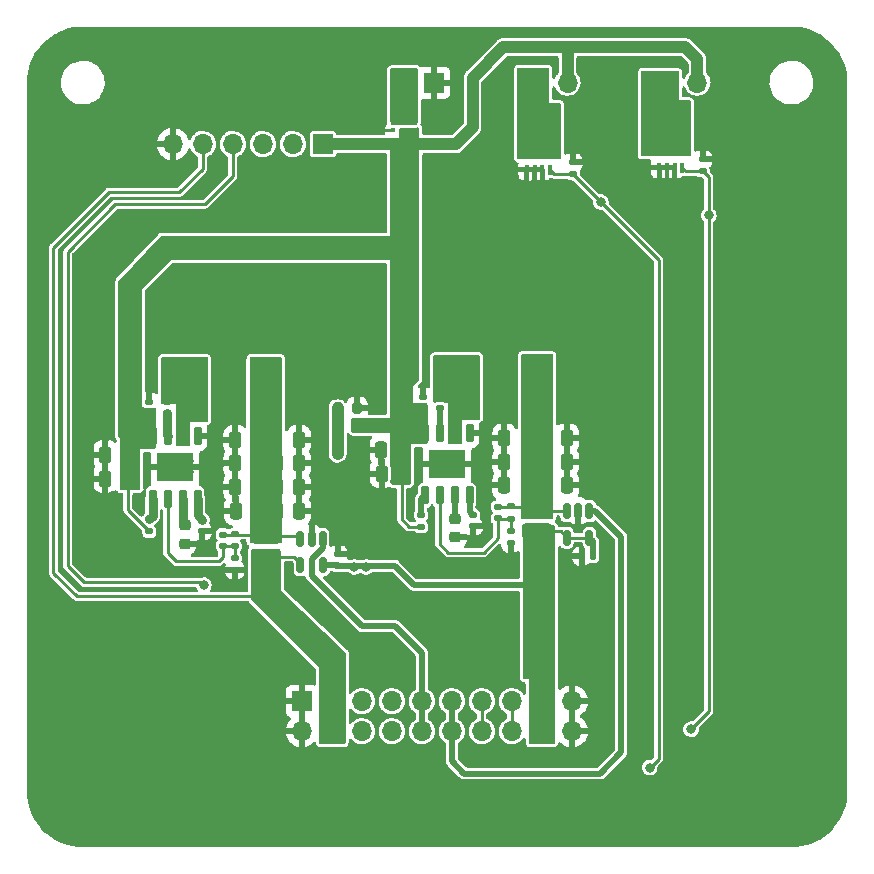
<source format=gbr>
%TF.GenerationSoftware,KiCad,Pcbnew,(6.0.9)*%
%TF.CreationDate,2022-11-26T14:01:21+01:00*%
%TF.ProjectId,PWR_PCB,5057525f-5043-4422-9e6b-696361645f70,rev?*%
%TF.SameCoordinates,Original*%
%TF.FileFunction,Copper,L1,Top*%
%TF.FilePolarity,Positive*%
%FSLAX46Y46*%
G04 Gerber Fmt 4.6, Leading zero omitted, Abs format (unit mm)*
G04 Created by KiCad (PCBNEW (6.0.9)) date 2022-11-26 14:01:21*
%MOMM*%
%LPD*%
G01*
G04 APERTURE LIST*
G04 Aperture macros list*
%AMRoundRect*
0 Rectangle with rounded corners*
0 $1 Rounding radius*
0 $2 $3 $4 $5 $6 $7 $8 $9 X,Y pos of 4 corners*
0 Add a 4 corners polygon primitive as box body*
4,1,4,$2,$3,$4,$5,$6,$7,$8,$9,$2,$3,0*
0 Add four circle primitives for the rounded corners*
1,1,$1+$1,$2,$3*
1,1,$1+$1,$4,$5*
1,1,$1+$1,$6,$7*
1,1,$1+$1,$8,$9*
0 Add four rect primitives between the rounded corners*
20,1,$1+$1,$2,$3,$4,$5,0*
20,1,$1+$1,$4,$5,$6,$7,0*
20,1,$1+$1,$6,$7,$8,$9,0*
20,1,$1+$1,$8,$9,$2,$3,0*%
%AMFreePoly0*
4,1,21,1.545000,0.775000,0.925000,0.775000,0.925000,0.525000,1.545000,0.525000,1.545000,0.125000,0.925000,0.125000,0.925000,-0.125000,1.545000,-0.125000,1.545000,-0.525000,0.925000,-0.525000,0.925000,-0.775000,1.545000,-0.775000,1.545000,-1.175000,0.925000,-1.175000,0.925000,-1.125000,-0.925000,-1.125000,-0.925000,1.125000,0.925000,1.125000,0.925000,1.175000,1.545000,1.175000,
1.545000,0.775000,1.545000,0.775000,$1*%
%AMFreePoly1*
4,1,13,1.100000,0.175000,0.750000,0.175000,0.750000,-0.175000,1.100000,-0.175000,1.100000,-0.475000,-1.100000,-0.475000,-1.100000,-0.175000,-0.750000,-0.175000,-0.750000,0.175000,-1.100000,0.175000,-1.100000,0.475000,1.100000,0.475000,1.100000,0.175000,1.100000,0.175000,$1*%
G04 Aperture macros list end*
%TA.AperFunction,SMDPad,CuDef*%
%ADD10RoundRect,0.140000X0.170000X-0.140000X0.170000X0.140000X-0.170000X0.140000X-0.170000X-0.140000X0*%
%TD*%
%TA.AperFunction,SMDPad,CuDef*%
%ADD11RoundRect,0.250000X0.250000X0.475000X-0.250000X0.475000X-0.250000X-0.475000X0.250000X-0.475000X0*%
%TD*%
%TA.AperFunction,SMDPad,CuDef*%
%ADD12RoundRect,0.250000X-0.250000X-0.475000X0.250000X-0.475000X0.250000X0.475000X-0.250000X0.475000X0*%
%TD*%
%TA.AperFunction,SMDPad,CuDef*%
%ADD13RoundRect,0.150000X-0.150000X0.512500X-0.150000X-0.512500X0.150000X-0.512500X0.150000X0.512500X0*%
%TD*%
%TA.AperFunction,SMDPad,CuDef*%
%ADD14RoundRect,0.150000X0.150000X-0.650000X0.150000X0.650000X-0.150000X0.650000X-0.150000X-0.650000X0*%
%TD*%
%TA.AperFunction,SMDPad,CuDef*%
%ADD15R,3.100000X2.410000*%
%TD*%
%TA.AperFunction,SMDPad,CuDef*%
%ADD16R,0.400000X0.830000*%
%TD*%
%TA.AperFunction,SMDPad,CuDef*%
%ADD17FreePoly0,90.000000*%
%TD*%
%TA.AperFunction,SMDPad,CuDef*%
%ADD18RoundRect,0.135000X0.185000X-0.135000X0.185000X0.135000X-0.185000X0.135000X-0.185000X-0.135000X0*%
%TD*%
%TA.AperFunction,ComponentPad*%
%ADD19R,1.700000X1.700000*%
%TD*%
%TA.AperFunction,ComponentPad*%
%ADD20O,1.700000X1.700000*%
%TD*%
%TA.AperFunction,SMDPad,CuDef*%
%ADD21RoundRect,0.225000X-0.250000X0.225000X-0.250000X-0.225000X0.250000X-0.225000X0.250000X0.225000X0*%
%TD*%
%TA.AperFunction,SMDPad,CuDef*%
%ADD22RoundRect,0.200000X-0.200000X-0.275000X0.200000X-0.275000X0.200000X0.275000X-0.200000X0.275000X0*%
%TD*%
%TA.AperFunction,SMDPad,CuDef*%
%ADD23RoundRect,0.325000X0.975000X-0.325000X0.975000X0.325000X-0.975000X0.325000X-0.975000X-0.325000X0*%
%TD*%
%TA.AperFunction,SMDPad,CuDef*%
%ADD24RoundRect,0.625000X0.625000X1.125000X-0.625000X1.125000X-0.625000X-1.125000X0.625000X-1.125000X0*%
%TD*%
%TA.AperFunction,SMDPad,CuDef*%
%ADD25FreePoly1,0.000000*%
%TD*%
%TA.AperFunction,SMDPad,CuDef*%
%ADD26R,0.350000X0.300000*%
%TD*%
%TA.AperFunction,SMDPad,CuDef*%
%ADD27R,0.870000X0.235000*%
%TD*%
%TA.AperFunction,SMDPad,CuDef*%
%ADD28RoundRect,0.140000X-0.170000X0.140000X-0.170000X-0.140000X0.170000X-0.140000X0.170000X0.140000X0*%
%TD*%
%TA.AperFunction,SMDPad,CuDef*%
%ADD29RoundRect,0.140000X0.140000X0.170000X-0.140000X0.170000X-0.140000X-0.170000X0.140000X-0.170000X0*%
%TD*%
%TA.AperFunction,SMDPad,CuDef*%
%ADD30RoundRect,0.200000X0.200000X0.275000X-0.200000X0.275000X-0.200000X-0.275000X0.200000X-0.275000X0*%
%TD*%
%TA.AperFunction,ViaPad*%
%ADD31C,0.800000*%
%TD*%
%TA.AperFunction,Conductor*%
%ADD32C,1.000000*%
%TD*%
%TA.AperFunction,Conductor*%
%ADD33C,0.250000*%
%TD*%
%TA.AperFunction,Conductor*%
%ADD34C,0.750000*%
%TD*%
%TA.AperFunction,Conductor*%
%ADD35C,0.500000*%
%TD*%
G04 APERTURE END LIST*
D10*
%TO.P,C23,1*%
%TO.N,Net-(C23-Pad1)*%
X115240000Y-67580000D03*
%TO.P,C23,2*%
%TO.N,Net-(C23-Pad2)*%
X115240000Y-66620000D03*
%TD*%
D11*
%TO.P,C14,1*%
%TO.N,/POWER_4V/CUR_P*%
X99820000Y-72250000D03*
%TO.P,C14,2*%
%TO.N,GND*%
X97920000Y-72250000D03*
%TD*%
D12*
%TO.P,C26,1*%
%TO.N,/POWER_3V3/CUR_P*%
X124090000Y-72100000D03*
%TO.P,C26,2*%
%TO.N,GND*%
X125990000Y-72100000D03*
%TD*%
D11*
%TO.P,C27,1*%
%TO.N,/POWER_3V3/CUR_P*%
X122590000Y-72100000D03*
%TO.P,C27,2*%
%TO.N,GND*%
X120690000Y-72100000D03*
%TD*%
D13*
%TO.P,U3,1*%
%TO.N,CURR_3V3*%
X127890000Y-76262500D03*
%TO.P,U3,2,GND*%
%TO.N,GND*%
X126940000Y-76262500D03*
%TO.P,U3,3,+*%
%TO.N,/POWER_3V3/CUR_P*%
X125990000Y-76262500D03*
%TO.P,U3,4,-*%
%TO.N,3V3*%
X125990000Y-78537500D03*
%TO.P,U3,5,V+*%
X127890000Y-78537500D03*
%TD*%
D11*
%TO.P,C4,1*%
%TO.N,VDD*%
X88820000Y-73530000D03*
%TO.P,C4,2*%
%TO.N,GND*%
X86920000Y-73530000D03*
%TD*%
D14*
%TO.P,U2,1,EN*%
%TO.N,Net-(R1-Pad2)*%
X90905000Y-75220000D03*
%TO.P,U2,2,FB*%
%TO.N,Net-(C8-Pad1)*%
X92175000Y-75220000D03*
%TO.P,U2,3,VREG*%
%TO.N,/POWER_4V/VREG*%
X93445000Y-75220000D03*
%TO.P,U2,4,SS*%
%TO.N,/POWER_4V/SS*%
X94715000Y-75220000D03*
%TO.P,U2,5,GND*%
%TO.N,GND*%
X94715000Y-69920000D03*
%TO.P,U2,6,SW*%
%TO.N,Net-(C7-Pad2)*%
X93445000Y-69920000D03*
%TO.P,U2,7,BOOT*%
%TO.N,Net-(C7-Pad1)*%
X92175000Y-69920000D03*
%TO.P,U2,8,VIN*%
%TO.N,VDD*%
X90905000Y-69920000D03*
D15*
%TO.P,U2,9,GND*%
%TO.N,GND*%
X92810000Y-72570000D03*
%TD*%
D16*
%TO.P,Q1,1,S*%
%TO.N,GND*%
X133805000Y-47200000D03*
%TO.P,Q1,2,S*%
X134455000Y-47200000D03*
%TO.P,Q1,3,S*%
X135105000Y-47200000D03*
%TO.P,Q1,4,G*%
%TO.N,BUZZER*%
X135755000Y-47200000D03*
D17*
%TO.P,Q1,5,D*%
%TO.N,Net-(J1-Pad1)*%
X134780000Y-45260000D03*
%TD*%
D10*
%TO.P,C3,1*%
%TO.N,3V3*%
X106600000Y-80900000D03*
%TO.P,C3,2*%
%TO.N,GND*%
X106600000Y-79940000D03*
%TD*%
D16*
%TO.P,Q2,1,S*%
%TO.N,GND*%
X122599000Y-47370000D03*
%TO.P,Q2,2,S*%
X123249000Y-47370000D03*
%TO.P,Q2,3,S*%
X123899000Y-47370000D03*
%TO.P,Q2,4,G*%
%TO.N,BURNER*%
X124549000Y-47370000D03*
D17*
%TO.P,Q2,5,D*%
%TO.N,Net-(J2-Pad1)*%
X123574000Y-45430000D03*
%TD*%
D10*
%TO.P,C22,1*%
%TO.N,VDD*%
X113792000Y-67586800D03*
%TO.P,C22,2*%
%TO.N,GND*%
X113792000Y-66626800D03*
%TD*%
D18*
%TO.P,R6,1*%
%TO.N,Net-(C24-Pad1)*%
X121240000Y-76910000D03*
%TO.P,R6,2*%
%TO.N,/POWER_3V3/CUR_P*%
X121240000Y-75890000D03*
%TD*%
D11*
%TO.P,C1,1*%
%TO.N,VDD*%
X88820000Y-71500000D03*
%TO.P,C1,2*%
%TO.N,GND*%
X86920000Y-71500000D03*
%TD*%
D19*
%TO.P,J4,1,Pin_1*%
%TO.N,GND*%
X103550000Y-92375000D03*
D20*
%TO.P,J4,2,Pin_2*%
X103550000Y-94915000D03*
%TO.P,J4,3,Pin_3*%
%TO.N,4V*%
X106090000Y-92375000D03*
%TO.P,J4,4,Pin_4*%
X106090000Y-94915000D03*
%TO.P,J4,5,Pin_5*%
%TO.N,unconnected-(J4-Pad5)*%
X108630000Y-92375000D03*
%TO.P,J4,6,Pin_6*%
%TO.N,unconnected-(J4-Pad6)*%
X108630000Y-94915000D03*
%TO.P,J4,7,Pin_7*%
%TO.N,VOLT_SENSE*%
X111170000Y-92375000D03*
%TO.P,J4,8,Pin_8*%
X111170000Y-94915000D03*
%TO.P,J4,9,Pin_9*%
%TO.N,CURR_4V*%
X113710000Y-92375000D03*
%TO.P,J4,10,Pin_10*%
X113710000Y-94915000D03*
%TO.P,J4,11,Pin_11*%
%TO.N,CURR_3V3*%
X116250000Y-92375000D03*
%TO.P,J4,12,Pin_12*%
X116250000Y-94915000D03*
%TO.P,J4,13,Pin_13*%
%TO.N,BURNER*%
X118790000Y-92375000D03*
%TO.P,J4,14,Pin_14*%
X118790000Y-94915000D03*
%TO.P,J4,15,Pin_15*%
%TO.N,BUZZER*%
X121330000Y-92375000D03*
%TO.P,J4,16,Pin_16*%
X121330000Y-94915000D03*
%TO.P,J4,17,Pin_17*%
%TO.N,3V3*%
X123870000Y-92375000D03*
%TO.P,J4,18,Pin_18*%
X123870000Y-94915000D03*
%TO.P,J4,19,Pin_19*%
%TO.N,GND*%
X126410000Y-92375000D03*
%TO.P,J4,20,Pin_20*%
X126410000Y-94915000D03*
%TD*%
D11*
%TO.P,C30,1*%
%TO.N,/POWER_3V3/CUR_P*%
X122590000Y-70100000D03*
%TO.P,C30,2*%
%TO.N,GND*%
X120690000Y-70100000D03*
%TD*%
D18*
%TO.P,R5,1*%
%TO.N,VDD*%
X113640000Y-77610000D03*
%TO.P,R5,2*%
%TO.N,Net-(R5-Pad2)*%
X113640000Y-76590000D03*
%TD*%
%TO.P,R7,1*%
%TO.N,GND*%
X121240000Y-79020000D03*
%TO.P,R7,2*%
%TO.N,Net-(C24-Pad1)*%
X121240000Y-78000000D03*
%TD*%
D13*
%TO.P,U1,1*%
%TO.N,CURR_4V*%
X105320000Y-78612500D03*
%TO.P,U1,2,GND*%
%TO.N,GND*%
X104370000Y-78612500D03*
%TO.P,U1,3,+*%
%TO.N,/POWER_4V/CUR_P*%
X103420000Y-78612500D03*
%TO.P,U1,4,-*%
%TO.N,4V*%
X103420000Y-80887500D03*
%TO.P,U1,5,V+*%
%TO.N,3V3*%
X105320000Y-80887500D03*
%TD*%
D12*
%TO.P,C10,1*%
%TO.N,/POWER_4V/CUR_P*%
X101420000Y-72250000D03*
%TO.P,C10,2*%
%TO.N,GND*%
X103320000Y-72250000D03*
%TD*%
%TO.P,C29,1*%
%TO.N,/POWER_3V3/CUR_P*%
X124090000Y-74100000D03*
%TO.P,C29,2*%
%TO.N,GND*%
X125990000Y-74100000D03*
%TD*%
D10*
%TO.P,C7,1*%
%TO.N,Net-(C7-Pad1)*%
X92120000Y-67980000D03*
%TO.P,C7,2*%
%TO.N,Net-(C7-Pad2)*%
X92120000Y-67020000D03*
%TD*%
D21*
%TO.P,C18,1*%
%TO.N,/POWER_3V3/VREG*%
X116540000Y-76925000D03*
%TO.P,C18,2*%
%TO.N,GND*%
X116540000Y-78475000D03*
%TD*%
D12*
%TO.P,C25,1*%
%TO.N,GND*%
X120690000Y-74100000D03*
%TO.P,C25,2*%
%TO.N,/POWER_3V3/CUR_P*%
X122590000Y-74100000D03*
%TD*%
%TO.P,C13,1*%
%TO.N,GND*%
X97920000Y-70250000D03*
%TO.P,C13,2*%
%TO.N,/POWER_4V/CUR_P*%
X99820000Y-70250000D03*
%TD*%
D19*
%TO.P,J5,1,Pin_1*%
%TO.N,VDD*%
X105325000Y-45210000D03*
D20*
%TO.P,J5,2,Pin_2*%
%TO.N,BURNER*%
X102785000Y-45210000D03*
%TO.P,J5,3,Pin_3*%
%TO.N,BUZZER*%
X100245000Y-45210000D03*
%TO.P,J5,4,Pin_4*%
%TO.N,3V3*%
X97705000Y-45210000D03*
%TO.P,J5,5,Pin_5*%
%TO.N,4V*%
X95165000Y-45210000D03*
%TO.P,J5,6,Pin_6*%
%TO.N,GND*%
X92625000Y-45210000D03*
%TD*%
D18*
%TO.P,R10,1*%
%TO.N,BURNER*%
X126500000Y-47760000D03*
%TO.P,R10,2*%
%TO.N,GND*%
X126500000Y-46740000D03*
%TD*%
D22*
%TO.P,R12,1*%
%TO.N,VOLT_SENSE*%
X106575000Y-67580000D03*
%TO.P,R12,2*%
%TO.N,GND*%
X108225000Y-67580000D03*
%TD*%
D12*
%TO.P,C11,1*%
%TO.N,/POWER_4V/CUR_P*%
X101400000Y-70250000D03*
%TO.P,C11,2*%
%TO.N,GND*%
X103300000Y-70250000D03*
%TD*%
D23*
%TO.P,R4,1*%
%TO.N,/POWER_4V/CUR_P*%
X100520000Y-78350000D03*
%TO.P,R4,2*%
%TO.N,4V*%
X100520000Y-80150000D03*
%TD*%
D11*
%TO.P,C12,1*%
%TO.N,/POWER_4V/CUR_P*%
X99870000Y-76250000D03*
%TO.P,C12,2*%
%TO.N,GND*%
X97970000Y-76250000D03*
%TD*%
D21*
%TO.P,C2,1*%
%TO.N,/POWER_4V/VREG*%
X93620000Y-77500000D03*
%TO.P,C2,2*%
%TO.N,GND*%
X93620000Y-79050000D03*
%TD*%
D23*
%TO.P,R8,1*%
%TO.N,/POWER_3V3/CUR_P*%
X123440000Y-76200000D03*
%TO.P,R8,2*%
%TO.N,3V3*%
X123440000Y-78000000D03*
%TD*%
D11*
%TO.P,C9,1*%
%TO.N,GND*%
X103320000Y-76250000D03*
%TO.P,C9,2*%
%TO.N,/POWER_4V/CUR_P*%
X101420000Y-76250000D03*
%TD*%
%TO.P,C20,1*%
%TO.N,VDD*%
X112202000Y-73100000D03*
%TO.P,C20,2*%
%TO.N,GND*%
X110302000Y-73100000D03*
%TD*%
%TO.P,C15,1*%
%TO.N,/POWER_4V/CUR_P*%
X99820000Y-74250000D03*
%TO.P,C15,2*%
%TO.N,GND*%
X97920000Y-74250000D03*
%TD*%
D18*
%TO.P,R9,1*%
%TO.N,BUZZER*%
X137500000Y-47510000D03*
%TO.P,R9,2*%
%TO.N,GND*%
X137500000Y-46490000D03*
%TD*%
D24*
%TO.P,L2,1*%
%TO.N,Net-(C23-Pad2)*%
X117040000Y-64900000D03*
%TO.P,L2,2*%
%TO.N,/POWER_3V3/CUR_P*%
X123440000Y-64900000D03*
%TD*%
D19*
%TO.P,J2,1,Pin_1*%
%TO.N,Net-(J2-Pad1)*%
X123500000Y-40000000D03*
D20*
%TO.P,J2,2,Pin_2*%
%TO.N,VDD*%
X126040000Y-40000000D03*
%TD*%
D25*
%TO.P,Q3,1,D*%
%TO.N,/MISC/BATT*%
X112200000Y-43075000D03*
D26*
%TO.P,Q3,3,G*%
%TO.N,GND*%
X111275000Y-44050000D03*
D27*
%TO.P,Q3,4,S*%
%TO.N,VDD*%
X112240000Y-44050000D03*
D26*
X113125000Y-44050000D03*
%TD*%
D28*
%TO.P,C21,1*%
%TO.N,/POWER_3V3/SS*%
X118040000Y-76620000D03*
%TO.P,C21,2*%
%TO.N,GND*%
X118040000Y-77580000D03*
%TD*%
D14*
%TO.P,U4,1,EN*%
%TO.N,Net-(R5-Pad2)*%
X113935000Y-74950000D03*
%TO.P,U4,2,FB*%
%TO.N,Net-(C24-Pad1)*%
X115205000Y-74950000D03*
%TO.P,U4,3,VREG*%
%TO.N,/POWER_3V3/VREG*%
X116475000Y-74950000D03*
%TO.P,U4,4,SS*%
%TO.N,/POWER_3V3/SS*%
X117745000Y-74950000D03*
%TO.P,U4,5,GND*%
%TO.N,GND*%
X117745000Y-69650000D03*
%TO.P,U4,6,SW*%
%TO.N,Net-(C23-Pad2)*%
X116475000Y-69650000D03*
%TO.P,U4,7,BOOT*%
%TO.N,Net-(C23-Pad1)*%
X115205000Y-69650000D03*
%TO.P,U4,8,VIN*%
%TO.N,VDD*%
X113935000Y-69650000D03*
D15*
%TO.P,U4,9,GND*%
%TO.N,GND*%
X115840000Y-72300000D03*
%TD*%
D29*
%TO.P,C19,1*%
%TO.N,3V3*%
X128200000Y-80100000D03*
%TO.P,C19,2*%
%TO.N,GND*%
X127240000Y-80100000D03*
%TD*%
D24*
%TO.P,L1,1*%
%TO.N,Net-(C7-Pad2)*%
X94170000Y-65000000D03*
%TO.P,L1,2*%
%TO.N,/POWER_4V/CUR_P*%
X100570000Y-65000000D03*
%TD*%
D10*
%TO.P,C8,1*%
%TO.N,Net-(C8-Pad1)*%
X96870000Y-79230000D03*
%TO.P,C8,2*%
%TO.N,/POWER_4V/CUR_P*%
X96870000Y-78270000D03*
%TD*%
%TO.P,C6,1*%
%TO.N,VDD*%
X90620000Y-67980000D03*
%TO.P,C6,2*%
%TO.N,GND*%
X90620000Y-67020000D03*
%TD*%
D19*
%TO.P,J3,1,Pin_1*%
%TO.N,GND*%
X114750000Y-40000000D03*
D20*
%TO.P,J3,2,Pin_2*%
%TO.N,/MISC/BATT*%
X112210000Y-40000000D03*
%TD*%
D30*
%TO.P,R11,1*%
%TO.N,VDD*%
X108225000Y-69100000D03*
%TO.P,R11,2*%
%TO.N,VOLT_SENSE*%
X106575000Y-69100000D03*
%TD*%
D11*
%TO.P,C17,1*%
%TO.N,VDD*%
X112190000Y-71100000D03*
%TO.P,C17,2*%
%TO.N,GND*%
X110290000Y-71100000D03*
%TD*%
D12*
%TO.P,C16,1*%
%TO.N,/POWER_4V/CUR_P*%
X101420000Y-74250000D03*
%TO.P,C16,2*%
%TO.N,GND*%
X103320000Y-74250000D03*
%TD*%
D18*
%TO.P,R3,1*%
%TO.N,GND*%
X97870000Y-81260000D03*
%TO.P,R3,2*%
%TO.N,Net-(C8-Pad1)*%
X97870000Y-80240000D03*
%TD*%
D12*
%TO.P,C28,1*%
%TO.N,/POWER_3V3/CUR_P*%
X124090000Y-70100000D03*
%TO.P,C28,2*%
%TO.N,GND*%
X125990000Y-70100000D03*
%TD*%
D18*
%TO.P,R2,1*%
%TO.N,Net-(C8-Pad1)*%
X97870000Y-79260000D03*
%TO.P,R2,2*%
%TO.N,/POWER_4V/CUR_P*%
X97870000Y-78240000D03*
%TD*%
%TO.P,R1,1*%
%TO.N,VDD*%
X90620000Y-78010000D03*
%TO.P,R1,2*%
%TO.N,Net-(R1-Pad2)*%
X90620000Y-76990000D03*
%TD*%
D10*
%TO.P,C24,1*%
%TO.N,Net-(C24-Pad1)*%
X120140000Y-76880000D03*
%TO.P,C24,2*%
%TO.N,/POWER_3V3/CUR_P*%
X120140000Y-75920000D03*
%TD*%
D28*
%TO.P,C5,1*%
%TO.N,/POWER_4V/SS*%
X95120000Y-77020000D03*
%TO.P,C5,2*%
%TO.N,GND*%
X95120000Y-77980000D03*
%TD*%
D19*
%TO.P,J1,1,Pin_1*%
%TO.N,Net-(J1-Pad1)*%
X134500000Y-40000000D03*
D20*
%TO.P,J1,2,Pin_2*%
%TO.N,VDD*%
X137040000Y-40000000D03*
%TD*%
D31*
%TO.N,GND*%
X119000000Y-69000000D03*
X127500000Y-82500000D03*
X90000000Y-95000000D03*
X145000000Y-85000000D03*
X140000000Y-65000000D03*
X122500000Y-55000000D03*
X108000000Y-87500000D03*
X145000000Y-70000000D03*
X140000000Y-75000000D03*
X115000000Y-90000000D03*
X90000000Y-80000000D03*
X105000000Y-85000000D03*
X120240000Y-64900000D03*
X115000000Y-52500000D03*
X105000000Y-75000000D03*
X117500000Y-55000000D03*
X93000000Y-73000000D03*
X115000000Y-50000000D03*
X90000000Y-52500000D03*
X115000000Y-87500000D03*
X125000000Y-100000000D03*
X135000000Y-80000000D03*
X135000000Y-70000000D03*
X140000000Y-55000000D03*
X135000000Y-90000000D03*
X115000000Y-62000000D03*
X117000000Y-81000000D03*
X132500000Y-50000000D03*
X120240000Y-62900000D03*
X132500000Y-87500000D03*
X132080000Y-55372000D03*
X145000000Y-75000000D03*
X92500000Y-52200000D03*
X135000000Y-100000000D03*
X110000000Y-82500000D03*
X115000000Y-42500000D03*
X97500000Y-60000000D03*
X140000000Y-85000000D03*
X90000000Y-85000000D03*
X112500000Y-80000000D03*
X132588000Y-57364000D03*
X95000000Y-100000000D03*
X95000000Y-95000000D03*
X145000000Y-50000000D03*
X87000000Y-62500000D03*
X130000000Y-45000000D03*
X105000000Y-57500000D03*
X132500000Y-77500000D03*
X115750000Y-71750000D03*
X100000000Y-95000000D03*
X87000000Y-60000000D03*
X110000000Y-42500000D03*
X145000000Y-95000000D03*
X105000000Y-60000000D03*
X102500000Y-82500000D03*
X132500000Y-92500000D03*
X130000000Y-100000000D03*
X92500000Y-60000000D03*
X120000000Y-50000000D03*
X95000000Y-90000000D03*
X110000000Y-75000000D03*
X115750000Y-72750000D03*
X95000000Y-79500000D03*
X105000000Y-62500000D03*
X95000000Y-52200000D03*
X145000000Y-47500000D03*
X87000000Y-70000000D03*
X96500000Y-73500000D03*
X135000000Y-65000000D03*
X110000000Y-90000000D03*
X115000000Y-100000000D03*
X85000000Y-100000000D03*
X100000000Y-57500000D03*
X100000000Y-90000000D03*
X115000000Y-81000000D03*
X132588000Y-59864000D03*
X132500000Y-82500000D03*
X96500000Y-71500000D03*
X140000000Y-80000000D03*
X110000000Y-52200000D03*
X93000000Y-72000000D03*
X145000000Y-80000000D03*
X97370000Y-67000000D03*
X120000000Y-42500000D03*
X145000000Y-55000000D03*
X96500000Y-69500000D03*
X145000000Y-90000000D03*
X145000000Y-60000000D03*
X132588000Y-67364000D03*
X119000000Y-73000000D03*
X119000000Y-81000000D03*
X125000000Y-50000000D03*
X120000000Y-55000000D03*
X135000000Y-60000000D03*
X120000000Y-87500000D03*
X145000000Y-100000000D03*
X97500000Y-52200000D03*
X135000000Y-75000000D03*
X116750000Y-71750000D03*
X135000000Y-85000000D03*
X130000000Y-55000000D03*
X140000000Y-42500000D03*
X117500000Y-50000000D03*
X121000000Y-81000000D03*
X87500000Y-80000000D03*
X127500000Y-90000000D03*
X119000000Y-75000000D03*
X96500000Y-77000000D03*
X114750000Y-72750000D03*
X105000000Y-70000000D03*
X120000000Y-85000000D03*
X110000000Y-85000000D03*
X92500000Y-57500000D03*
X110000000Y-50000000D03*
X105000000Y-52200000D03*
X85000000Y-85000000D03*
X87500000Y-75000000D03*
X120240000Y-66900000D03*
X90000000Y-42500000D03*
X85000000Y-47500000D03*
X140000000Y-60000000D03*
X105000000Y-65000000D03*
X115000000Y-57500000D03*
X115000000Y-85000000D03*
X132588000Y-62364000D03*
X107600000Y-52200000D03*
X88800000Y-53600000D03*
X87000000Y-57500000D03*
X107500000Y-77500000D03*
X110000000Y-80000000D03*
X95000000Y-57500000D03*
X94000000Y-73000000D03*
X130000000Y-42500000D03*
X112500000Y-85000000D03*
X110000000Y-47500000D03*
X114750000Y-71750000D03*
X120000000Y-100000000D03*
X110000000Y-100000000D03*
X95000000Y-85000000D03*
X92000000Y-73000000D03*
X140000000Y-100000000D03*
X127500000Y-55000000D03*
X142500000Y-45000000D03*
X96500000Y-75500000D03*
X105000000Y-72500000D03*
X135000000Y-50000000D03*
X97370000Y-63000000D03*
X87500000Y-55000000D03*
X85000000Y-90000000D03*
X117500000Y-85000000D03*
X127500000Y-87500000D03*
X105000000Y-67500000D03*
X125000000Y-55000000D03*
X122500000Y-50000000D03*
X92000000Y-72000000D03*
X102500000Y-57500000D03*
X100000000Y-100000000D03*
X115000000Y-60000000D03*
X110000000Y-87500000D03*
X90000000Y-90000000D03*
X87500000Y-77500000D03*
X127500000Y-42500000D03*
X108000000Y-90000000D03*
X97500000Y-57500000D03*
X82500000Y-50000000D03*
X87500000Y-45000000D03*
X132500000Y-90000000D03*
X120000000Y-45600000D03*
X85000000Y-95000000D03*
X130000000Y-47500000D03*
X132500000Y-80000000D03*
X120000000Y-90000000D03*
X132588000Y-69864000D03*
X132588000Y-72364000D03*
X87000000Y-67500000D03*
X97500000Y-50000000D03*
X127500000Y-85000000D03*
X140000000Y-95000000D03*
X135000000Y-55000000D03*
X105000000Y-100000000D03*
X90000000Y-100000000D03*
X140000000Y-50000000D03*
X119000000Y-71000000D03*
X94000000Y-72000000D03*
X87000000Y-65000000D03*
X132500000Y-75000000D03*
X140000000Y-70000000D03*
X97370000Y-65000000D03*
X116750000Y-72750000D03*
X107500000Y-82500000D03*
X115000000Y-55000000D03*
X140000000Y-90000000D03*
X132588000Y-64864000D03*
X145000000Y-65000000D03*
X132500000Y-85000000D03*
%TO.N,Net-(J1-Pad1)*%
X134000000Y-45500000D03*
X135500000Y-45500000D03*
X134000000Y-43000000D03*
X135500000Y-43000000D03*
%TO.N,Net-(J2-Pad1)*%
X123000000Y-45500000D03*
X123000000Y-43000000D03*
X124500000Y-45500000D03*
X124500000Y-43000000D03*
%TO.N,VOLT_SENSE*%
X106575000Y-71421400D03*
X106575000Y-70564600D03*
%TO.N,BURNER*%
X133000000Y-98000000D03*
X128870000Y-50130000D03*
%TO.N,BUZZER*%
X136500000Y-94750000D03*
X138000000Y-51250000D03*
%TO.N,3V3*%
X108000000Y-81000000D03*
X95250000Y-82550000D03*
X109000000Y-81000000D03*
%TD*%
D32*
%TO.N,VDD*%
X126040000Y-37040000D02*
X126000000Y-37000000D01*
X136000000Y-37000000D02*
X137040000Y-38040000D01*
D33*
X112611200Y-77610000D02*
X113640000Y-77610000D01*
D32*
X111758000Y-45210000D02*
X111760000Y-45212000D01*
X105325000Y-45210000D02*
X111758000Y-45210000D01*
X118000000Y-39600000D02*
X118000000Y-43800000D01*
D33*
X88820000Y-76210000D02*
X88820000Y-73530000D01*
D32*
X126000000Y-37000000D02*
X124242081Y-37000000D01*
D33*
X111990000Y-73100000D02*
X111990000Y-76988800D01*
X90620000Y-78010000D02*
X88820000Y-76210000D01*
D32*
X126040000Y-40000000D02*
X126040000Y-37040000D01*
D33*
X111990000Y-76988800D02*
X112611200Y-77610000D01*
D32*
X124242081Y-37000000D02*
X136000000Y-37000000D01*
X120600000Y-37000000D02*
X118000000Y-39600000D01*
X116588000Y-45212000D02*
X113538000Y-45212000D01*
X118000000Y-43800000D02*
X116588000Y-45212000D01*
X137040000Y-38040000D02*
X137040000Y-40000000D01*
X88820000Y-71500000D02*
X89100000Y-71220000D01*
X124242081Y-37000000D02*
X120600000Y-37000000D01*
D34*
%TO.N,/POWER_4V/VREG*%
X93445000Y-77325000D02*
X93620000Y-77500000D01*
X93445000Y-75220000D02*
X93445000Y-77325000D01*
%TO.N,/POWER_4V/SS*%
X94715000Y-75220000D02*
X94715000Y-76615000D01*
X94715000Y-76615000D02*
X95120000Y-77020000D01*
%TO.N,Net-(C7-Pad1)*%
X92120000Y-67980000D02*
X92120000Y-69865000D01*
X92120000Y-69865000D02*
X92175000Y-69920000D01*
D33*
%TO.N,Net-(C8-Pad1)*%
X97870000Y-79260000D02*
X96900000Y-79260000D01*
X92175000Y-79805000D02*
X92175000Y-75220000D01*
X92920000Y-80550000D02*
X92175000Y-79805000D01*
X96870000Y-80200000D02*
X96520000Y-80550000D01*
X96520000Y-80550000D02*
X92920000Y-80550000D01*
X96900000Y-79260000D02*
X96870000Y-79230000D01*
X96870000Y-79230000D02*
X96870000Y-80200000D01*
X97870000Y-79260000D02*
X97870000Y-80240000D01*
%TO.N,/POWER_4V/CUR_P*%
X100520000Y-78350000D02*
X103157500Y-78350000D01*
X103157500Y-78350000D02*
X103420000Y-78612500D01*
X96870000Y-78270000D02*
X100440000Y-78270000D01*
X100440000Y-78270000D02*
X100520000Y-78350000D01*
D35*
%TO.N,/POWER_3V3/VREG*%
X116475000Y-76860000D02*
X116540000Y-76925000D01*
X116475000Y-74950000D02*
X116475000Y-76860000D01*
%TO.N,/POWER_3V3/SS*%
X117745000Y-74950000D02*
X117745000Y-76325000D01*
X117745000Y-76325000D02*
X118040000Y-76620000D01*
%TO.N,Net-(C23-Pad1)*%
X115205000Y-69650000D02*
X115205000Y-67615000D01*
X115205000Y-67615000D02*
X115240000Y-67580000D01*
D33*
%TO.N,Net-(C24-Pad1)*%
X120140000Y-76880000D02*
X120140000Y-78600000D01*
X120170000Y-76910000D02*
X120140000Y-76880000D01*
X121240000Y-76910000D02*
X121240000Y-78000000D01*
X120140000Y-78600000D02*
X118940000Y-79800000D01*
X121240000Y-76910000D02*
X120170000Y-76910000D01*
X118940000Y-79800000D02*
X115940000Y-79800000D01*
X115205000Y-79065000D02*
X115205000Y-74950000D01*
X115940000Y-79800000D02*
X115205000Y-79065000D01*
%TO.N,/POWER_3V3/CUR_P*%
X125990000Y-76262500D02*
X123502500Y-76262500D01*
X123502500Y-76262500D02*
X123440000Y-76200000D01*
X123160000Y-75920000D02*
X123440000Y-76200000D01*
X120140000Y-75920000D02*
X123160000Y-75920000D01*
%TO.N,4V*%
X102920000Y-80150000D02*
X100520000Y-80150000D01*
X95165000Y-47295000D02*
X95165000Y-45210000D01*
X103420000Y-80650000D02*
X102920000Y-80150000D01*
X82500000Y-81500000D02*
X82500000Y-54000000D01*
X82500000Y-54000000D02*
X87224000Y-49276000D01*
X87224000Y-49276000D02*
X93184000Y-49276000D01*
X84500000Y-83500000D02*
X82500000Y-81500000D01*
X99380000Y-83500000D02*
X84500000Y-83500000D01*
X93184000Y-49276000D02*
X95165000Y-47295000D01*
X103420000Y-80887500D02*
X103420000Y-80650000D01*
D32*
%TO.N,VOLT_SENSE*%
X106575000Y-70564600D02*
X106575000Y-71421400D01*
X106575000Y-69100000D02*
X106575000Y-67580000D01*
X106575000Y-69100000D02*
X106575000Y-70564600D01*
D35*
%TO.N,CURR_4V*%
X113710000Y-88310000D02*
X113710000Y-92375000D01*
X108600000Y-86000000D02*
X111400000Y-86000000D01*
X111400000Y-86000000D02*
X113710000Y-88310000D01*
X104400000Y-81791228D02*
X104395614Y-81795614D01*
X105320000Y-79376472D02*
X104400000Y-80296472D01*
X113710000Y-92375000D02*
X113710000Y-94915000D01*
X105320000Y-78612500D02*
X105320000Y-79376472D01*
X104400000Y-80296472D02*
X104400000Y-81791228D01*
X104395614Y-81795614D02*
X108600000Y-86000000D01*
%TO.N,CURR_3V3*%
X117300000Y-98500000D02*
X116250000Y-97450000D01*
X116250000Y-97450000D02*
X116250000Y-92375000D01*
X128800000Y-98500000D02*
X117300000Y-98500000D01*
X127890000Y-76262500D02*
X128362500Y-76262500D01*
X128362500Y-76262500D02*
X130600000Y-78500000D01*
X130600000Y-78500000D02*
X130600000Y-96700000D01*
X130600000Y-96700000D02*
X128800000Y-98500000D01*
D33*
%TO.N,BURNER*%
X118790000Y-94915000D02*
X118790000Y-92375000D01*
X126500000Y-47760000D02*
X124939000Y-47760000D01*
X124939000Y-47760000D02*
X124549000Y-47370000D01*
X133750000Y-55010000D02*
X128870000Y-50130000D01*
X133750000Y-97250000D02*
X133750000Y-55010000D01*
X133000000Y-98000000D02*
X133750000Y-97250000D01*
X128870000Y-50130000D02*
X126500000Y-47760000D01*
%TO.N,BUZZER*%
X138000000Y-93250000D02*
X136500000Y-94750000D01*
X137500000Y-47510000D02*
X136065000Y-47510000D01*
X138000000Y-48010000D02*
X137500000Y-47510000D01*
X138000000Y-51250000D02*
X138000000Y-48010000D01*
X121330000Y-94915000D02*
X121330000Y-92375000D01*
X136065000Y-47510000D02*
X135755000Y-47200000D01*
X138000000Y-51250000D02*
X138000000Y-93250000D01*
D35*
%TO.N,3V3*%
X128200000Y-80100000D02*
X128200000Y-78847500D01*
X106600000Y-80900000D02*
X111400000Y-80900000D01*
D33*
X83730000Y-54320000D02*
X87760000Y-50290000D01*
X85090000Y-82296000D02*
X83730000Y-80936000D01*
X97705000Y-47945000D02*
X97705000Y-45210000D01*
D35*
X113040000Y-82540000D02*
X122418000Y-82540000D01*
D33*
X125452500Y-78000000D02*
X125990000Y-78537500D01*
X95250000Y-82550000D02*
X94996000Y-82296000D01*
D35*
X105320000Y-80887500D02*
X106587500Y-80887500D01*
D33*
X87760000Y-50290000D02*
X95360000Y-50290000D01*
X95360000Y-50290000D02*
X97705000Y-47945000D01*
X125990000Y-78537500D02*
X127890000Y-78537500D01*
X94996000Y-82296000D02*
X85090000Y-82296000D01*
X83730000Y-80936000D02*
X83730000Y-54320000D01*
D35*
X111400000Y-80900000D02*
X113040000Y-82540000D01*
X106587500Y-80887500D02*
X106600000Y-80900000D01*
X122418000Y-82540000D02*
X122428000Y-82550000D01*
X128200000Y-78847500D02*
X127890000Y-78537500D01*
D33*
X123440000Y-78000000D02*
X125452500Y-78000000D01*
D34*
%TO.N,Net-(R1-Pad2)*%
X90905000Y-75220000D02*
X90905000Y-76705000D01*
X90905000Y-76705000D02*
X90620000Y-76990000D01*
D35*
%TO.N,Net-(R5-Pad2)*%
X113640000Y-76590000D02*
X113640000Y-75245000D01*
X113640000Y-75245000D02*
X113935000Y-74950000D01*
D32*
%TO.N,/MISC/BATT*%
X112210000Y-40000000D02*
X112190000Y-40020000D01*
%TD*%
%TA.AperFunction,Conductor*%
%TO.N,VDD*%
G36*
X113442121Y-43820002D02*
G01*
X113488614Y-43873658D01*
X113500000Y-43926000D01*
X113500000Y-65083803D01*
X113479998Y-65151924D01*
X113473497Y-65161110D01*
X113290999Y-65395992D01*
X113275499Y-65412603D01*
X113000000Y-65659000D01*
X113000000Y-67377000D01*
X111000000Y-67377000D01*
X111000000Y-55000000D01*
X92500000Y-55000000D01*
X90000000Y-57500000D01*
X90000000Y-67619000D01*
X88011000Y-67619000D01*
X88010985Y-67603654D01*
X88005376Y-62087251D01*
X88000051Y-56850282D01*
X88019984Y-56782141D01*
X88034581Y-56763498D01*
X91562727Y-53039344D01*
X91624097Y-53003648D01*
X91654197Y-53000000D01*
X111000000Y-53000000D01*
X111000000Y-44876000D01*
X111020002Y-44807879D01*
X111073658Y-44761386D01*
X111126000Y-44750000D01*
X111800000Y-44750000D01*
X111800000Y-43935486D01*
X111820002Y-43867365D01*
X111873658Y-43820872D01*
X111926000Y-43809486D01*
X113300000Y-43809486D01*
X113335518Y-43802421D01*
X113360100Y-43800000D01*
X113374000Y-43800000D01*
X113442121Y-43820002D01*
G37*
%TD.AperFunction*%
%TD*%
%TA.AperFunction,Conductor*%
%TO.N,/POWER_3V3/CUR_P*%
G36*
X124782121Y-63020002D02*
G01*
X124828614Y-63073658D01*
X124840000Y-63126000D01*
X124840000Y-76824000D01*
X124819998Y-76892121D01*
X124766342Y-76938614D01*
X124714000Y-76950000D01*
X122216000Y-76950000D01*
X122147879Y-76929998D01*
X122101386Y-76876342D01*
X122090000Y-76824000D01*
X122090000Y-63126000D01*
X122110002Y-63057879D01*
X122163658Y-63011386D01*
X122216000Y-63000000D01*
X124714000Y-63000000D01*
X124782121Y-63020002D01*
G37*
%TD.AperFunction*%
%TD*%
%TA.AperFunction,Conductor*%
%TO.N,VDD*%
G36*
X113433935Y-67113733D02*
G01*
X113498573Y-67146668D01*
X113508363Y-67148219D01*
X113508364Y-67148219D01*
X113534101Y-67152295D01*
X113590955Y-67161300D01*
X113791959Y-67161300D01*
X113993044Y-67161299D01*
X113997935Y-67160524D01*
X113997940Y-67160524D01*
X114041446Y-67153634D01*
X114111857Y-67162735D01*
X114131149Y-67173314D01*
X114132086Y-67173940D01*
X114166855Y-67208705D01*
X114204041Y-67264358D01*
X114222854Y-67309777D01*
X114238379Y-67387829D01*
X114240800Y-67412410D01*
X114240800Y-70287590D01*
X114238379Y-70312171D01*
X114222854Y-70390223D01*
X114204041Y-70435642D01*
X114166856Y-70491294D01*
X114132095Y-70526055D01*
X114076442Y-70563241D01*
X114031025Y-70582053D01*
X113962676Y-70595649D01*
X113952971Y-70597579D01*
X113928390Y-70600000D01*
X112790000Y-70600000D01*
X112790000Y-73787590D01*
X112787579Y-73812171D01*
X112772054Y-73890223D01*
X112753241Y-73935642D01*
X112716056Y-73991294D01*
X112681295Y-74026055D01*
X112625642Y-74063241D01*
X112580225Y-74082053D01*
X112511876Y-74095649D01*
X112502171Y-74097579D01*
X112477590Y-74100000D01*
X111351261Y-74100000D01*
X111326740Y-74097590D01*
X111279736Y-74088264D01*
X111248861Y-74082137D01*
X111203531Y-74063411D01*
X111147953Y-74026387D01*
X111113209Y-73991771D01*
X111075981Y-73936336D01*
X111057084Y-73891073D01*
X111041341Y-73813252D01*
X111038840Y-73788739D01*
X111038649Y-73737502D01*
X111045448Y-73699589D01*
X111045198Y-73699530D01*
X111046259Y-73695068D01*
X111046665Y-73692807D01*
X111049798Y-73684448D01*
X111056500Y-73622756D01*
X111056500Y-72577244D01*
X111049798Y-72515552D01*
X111041869Y-72494401D01*
X111033852Y-72450642D01*
X111031141Y-71723427D01*
X111034558Y-71693809D01*
X111035025Y-71691845D01*
X111037798Y-71684448D01*
X111044500Y-71622756D01*
X111044500Y-70577244D01*
X111037798Y-70515552D01*
X111035025Y-70508154D01*
X111035023Y-70508147D01*
X111034459Y-70506643D01*
X111033766Y-70502863D01*
X111033197Y-70500468D01*
X111033322Y-70500438D01*
X111026442Y-70462885D01*
X111024537Y-69951855D01*
X111023400Y-69646800D01*
X107983010Y-69646800D01*
X107958429Y-69644379D01*
X107948724Y-69642449D01*
X107880375Y-69628853D01*
X107834958Y-69610041D01*
X107779305Y-69572855D01*
X107744544Y-69538094D01*
X107707359Y-69482442D01*
X107688546Y-69437023D01*
X107673021Y-69358971D01*
X107670600Y-69334390D01*
X107670600Y-68714610D01*
X107673021Y-68690029D01*
X107688546Y-68611977D01*
X107707359Y-68566558D01*
X107744545Y-68510905D01*
X107779305Y-68476145D01*
X107834958Y-68438959D01*
X107880375Y-68420147D01*
X107958428Y-68404621D01*
X107983010Y-68402200D01*
X110989200Y-68402200D01*
X110989200Y-67412410D01*
X110991621Y-67387829D01*
X111007146Y-67309777D01*
X111025959Y-67264358D01*
X111063145Y-67208705D01*
X111097905Y-67173945D01*
X111153558Y-67136759D01*
X111198975Y-67117947D01*
X111277028Y-67102421D01*
X111301610Y-67100000D01*
X113376732Y-67100000D01*
X113433935Y-67113733D01*
G37*
%TD.AperFunction*%
%TD*%
%TA.AperFunction,Conductor*%
%TO.N,/MISC/BATT*%
G36*
X113342121Y-38820002D02*
G01*
X113388614Y-38873658D01*
X113400000Y-38926000D01*
X113400000Y-43274000D01*
X113379998Y-43342121D01*
X113326342Y-43388614D01*
X113274000Y-43400000D01*
X111126000Y-43400000D01*
X111057879Y-43379998D01*
X111011386Y-43326342D01*
X111000000Y-43274000D01*
X111000000Y-38926000D01*
X111020002Y-38857879D01*
X111073658Y-38811386D01*
X111126000Y-38800000D01*
X113274000Y-38800000D01*
X113342121Y-38820002D01*
G37*
%TD.AperFunction*%
%TD*%
%TA.AperFunction,Conductor*%
%TO.N,3V3*%
G36*
X124942121Y-77520002D02*
G01*
X124988614Y-77573658D01*
X125000000Y-77626000D01*
X125000000Y-95874000D01*
X124979998Y-95942121D01*
X124926342Y-95988614D01*
X124874000Y-96000000D01*
X122876000Y-96000000D01*
X122807879Y-95979998D01*
X122761386Y-95926342D01*
X122750000Y-95874000D01*
X122750000Y-90500000D01*
X122376000Y-90500000D01*
X122307879Y-90479998D01*
X122261386Y-90426342D01*
X122250000Y-90374000D01*
X122250000Y-77626000D01*
X122270002Y-77557879D01*
X122323658Y-77511386D01*
X122376000Y-77500000D01*
X124874000Y-77500000D01*
X124942121Y-77520002D01*
G37*
%TD.AperFunction*%
%TD*%
%TA.AperFunction,Conductor*%
%TO.N,/POWER_4V/CUR_P*%
G36*
X101812121Y-63270002D02*
G01*
X101858614Y-63323658D01*
X101870000Y-63376000D01*
X101870000Y-78874000D01*
X101849998Y-78942121D01*
X101796342Y-78988614D01*
X101744000Y-79000000D01*
X99246000Y-79000000D01*
X99177879Y-78979998D01*
X99131386Y-78926342D01*
X99120000Y-78874000D01*
X99120000Y-63376000D01*
X99140002Y-63307879D01*
X99193658Y-63261386D01*
X99246000Y-63250000D01*
X101744000Y-63250000D01*
X101812121Y-63270002D01*
G37*
%TD.AperFunction*%
%TD*%
%TA.AperFunction,Conductor*%
%TO.N,GND*%
G36*
X144987103Y-35256921D02*
G01*
X145000000Y-35259486D01*
X145012170Y-35257065D01*
X145022599Y-35257065D01*
X145035735Y-35256060D01*
X145356412Y-35270061D01*
X145408103Y-35272318D01*
X145419051Y-35273276D01*
X145818604Y-35325878D01*
X145829413Y-35327785D01*
X146222854Y-35415008D01*
X146233471Y-35417853D01*
X146617813Y-35539036D01*
X146628128Y-35542789D01*
X147000468Y-35697017D01*
X147010412Y-35701655D01*
X147295219Y-35849916D01*
X147367867Y-35887734D01*
X147377387Y-35893230D01*
X147717262Y-36109755D01*
X147726266Y-36116059D01*
X148045993Y-36361393D01*
X148054397Y-36368445D01*
X148168656Y-36473145D01*
X148351519Y-36640709D01*
X148359291Y-36648481D01*
X148470515Y-36769860D01*
X148631555Y-36945603D01*
X148638607Y-36954007D01*
X148768743Y-37123604D01*
X148883941Y-37273734D01*
X148890245Y-37282738D01*
X149106770Y-37622613D01*
X149112265Y-37632132D01*
X149287049Y-37967887D01*
X149298341Y-37989579D01*
X149302983Y-37999532D01*
X149457208Y-38371865D01*
X149460964Y-38382187D01*
X149579400Y-38757816D01*
X149582147Y-38766528D01*
X149584992Y-38777145D01*
X149672024Y-39169720D01*
X149672214Y-39170579D01*
X149674122Y-39181396D01*
X149716871Y-39506108D01*
X149726724Y-39580948D01*
X149727682Y-39591898D01*
X149743940Y-39964265D01*
X149742935Y-39977401D01*
X149742935Y-39987830D01*
X149740514Y-40000000D01*
X149742935Y-40012170D01*
X149743079Y-40012894D01*
X149745500Y-40037476D01*
X149745500Y-99962524D01*
X149743079Y-99987103D01*
X149740514Y-100000000D01*
X149742935Y-100012170D01*
X149742935Y-100022599D01*
X149743940Y-100035735D01*
X149727682Y-100408102D01*
X149726724Y-100419052D01*
X149674123Y-100818596D01*
X149672214Y-100829421D01*
X149584992Y-101222854D01*
X149582147Y-101233472D01*
X149460967Y-101617806D01*
X149457208Y-101628135D01*
X149302987Y-102000459D01*
X149298341Y-102010421D01*
X149112266Y-102367867D01*
X149106770Y-102377387D01*
X148890245Y-102717262D01*
X148883941Y-102726266D01*
X148638607Y-103045993D01*
X148631555Y-103054397D01*
X148495420Y-103202962D01*
X148359291Y-103351519D01*
X148351519Y-103359291D01*
X148202962Y-103495419D01*
X148054397Y-103631555D01*
X148045993Y-103638607D01*
X147811664Y-103818413D01*
X147726266Y-103883941D01*
X147717262Y-103890245D01*
X147377387Y-104106770D01*
X147367868Y-104112265D01*
X147010412Y-104298345D01*
X147000468Y-104302983D01*
X146628128Y-104457211D01*
X146617813Y-104460964D01*
X146233472Y-104582147D01*
X146222855Y-104584992D01*
X145829413Y-104672215D01*
X145818604Y-104674122D01*
X145419052Y-104726724D01*
X145408103Y-104727682D01*
X145356412Y-104729939D01*
X145035735Y-104743940D01*
X145022599Y-104742935D01*
X145012170Y-104742935D01*
X145000000Y-104740514D01*
X144987103Y-104743079D01*
X144962524Y-104745500D01*
X85037476Y-104745500D01*
X85012897Y-104743079D01*
X85000000Y-104740514D01*
X84987830Y-104742935D01*
X84977401Y-104742935D01*
X84964265Y-104743940D01*
X84643588Y-104729939D01*
X84591897Y-104727682D01*
X84580948Y-104726724D01*
X84181396Y-104674122D01*
X84170587Y-104672215D01*
X83777145Y-104584992D01*
X83766528Y-104582147D01*
X83382187Y-104460964D01*
X83371872Y-104457211D01*
X82999532Y-104302983D01*
X82989588Y-104298345D01*
X82632132Y-104112265D01*
X82622613Y-104106770D01*
X82282738Y-103890245D01*
X82273734Y-103883941D01*
X82188336Y-103818413D01*
X81954007Y-103638607D01*
X81945603Y-103631555D01*
X81797038Y-103495419D01*
X81648481Y-103359291D01*
X81640709Y-103351519D01*
X81504580Y-103202962D01*
X81368445Y-103054397D01*
X81361393Y-103045993D01*
X81116059Y-102726266D01*
X81109755Y-102717262D01*
X80893230Y-102377387D01*
X80887734Y-102367867D01*
X80701659Y-102010421D01*
X80697013Y-102000459D01*
X80542792Y-101628135D01*
X80539033Y-101617806D01*
X80417853Y-101233472D01*
X80415008Y-101222854D01*
X80327786Y-100829421D01*
X80325877Y-100818596D01*
X80273276Y-100419052D01*
X80272318Y-100408102D01*
X80256060Y-100035735D01*
X80257065Y-100022599D01*
X80257065Y-100012170D01*
X80259486Y-100000000D01*
X80256921Y-99987103D01*
X80254500Y-99962524D01*
X80254500Y-95182966D01*
X102218257Y-95182966D01*
X102248565Y-95317446D01*
X102251645Y-95327275D01*
X102331770Y-95524603D01*
X102336413Y-95533794D01*
X102447694Y-95715388D01*
X102453777Y-95723699D01*
X102593213Y-95884667D01*
X102600580Y-95891883D01*
X102764434Y-96027916D01*
X102772881Y-96033831D01*
X102956756Y-96141279D01*
X102966042Y-96145729D01*
X103165001Y-96221703D01*
X103174899Y-96224579D01*
X103278250Y-96245606D01*
X103292299Y-96244410D01*
X103296000Y-96234065D01*
X103296000Y-95187115D01*
X103291525Y-95171876D01*
X103290135Y-95170671D01*
X103282452Y-95169000D01*
X102233225Y-95169000D01*
X102219694Y-95172973D01*
X102218257Y-95182966D01*
X80254500Y-95182966D01*
X80254500Y-93269669D01*
X102192001Y-93269669D01*
X102192371Y-93276490D01*
X102197895Y-93327352D01*
X102201521Y-93342604D01*
X102246676Y-93463054D01*
X102255214Y-93478649D01*
X102331715Y-93580724D01*
X102344276Y-93593285D01*
X102446351Y-93669786D01*
X102461946Y-93678324D01*
X102571337Y-93719333D01*
X102628101Y-93761975D01*
X102652801Y-93828536D01*
X102637594Y-93897885D01*
X102618201Y-93924366D01*
X102494590Y-94053717D01*
X102488104Y-94061727D01*
X102368098Y-94237649D01*
X102363000Y-94246623D01*
X102273338Y-94439783D01*
X102269775Y-94449470D01*
X102214389Y-94649183D01*
X102215912Y-94657607D01*
X102228292Y-94661000D01*
X103277885Y-94661000D01*
X103293124Y-94656525D01*
X103294329Y-94655135D01*
X103296000Y-94647452D01*
X103296000Y-92647115D01*
X103291525Y-92631876D01*
X103290135Y-92630671D01*
X103282452Y-92629000D01*
X102210116Y-92629000D01*
X102194877Y-92633475D01*
X102193672Y-92634865D01*
X102192001Y-92642548D01*
X102192001Y-93269669D01*
X80254500Y-93269669D01*
X80254500Y-92102885D01*
X102192000Y-92102885D01*
X102196475Y-92118124D01*
X102197865Y-92119329D01*
X102205548Y-92121000D01*
X103277885Y-92121000D01*
X103293124Y-92116525D01*
X103294329Y-92115135D01*
X103296000Y-92107452D01*
X103296000Y-91035116D01*
X103291525Y-91019877D01*
X103290135Y-91018672D01*
X103282452Y-91017001D01*
X102655331Y-91017001D01*
X102648510Y-91017371D01*
X102597648Y-91022895D01*
X102582396Y-91026521D01*
X102461946Y-91071676D01*
X102446351Y-91080214D01*
X102344276Y-91156715D01*
X102331715Y-91169276D01*
X102255214Y-91271351D01*
X102246676Y-91286946D01*
X102201522Y-91407394D01*
X102197895Y-91422649D01*
X102192369Y-91473514D01*
X102192000Y-91480328D01*
X102192000Y-92102885D01*
X80254500Y-92102885D01*
X80254500Y-81481876D01*
X82115680Y-81481876D01*
X82116904Y-81492217D01*
X82119627Y-81515223D01*
X82119977Y-81521154D01*
X82120072Y-81521146D01*
X82120500Y-81526324D01*
X82120500Y-81531524D01*
X82121354Y-81536653D01*
X82121354Y-81536656D01*
X82123669Y-81550565D01*
X82124506Y-81556443D01*
X82130530Y-81607341D01*
X82134493Y-81615593D01*
X82135996Y-81624626D01*
X82140943Y-81633795D01*
X82140944Y-81633797D01*
X82160334Y-81669732D01*
X82163031Y-81675025D01*
X82181785Y-81714082D01*
X82181788Y-81714086D01*
X82185219Y-81721232D01*
X82188814Y-81725508D01*
X82190737Y-81727431D01*
X82192509Y-81729363D01*
X82192552Y-81729442D01*
X82192428Y-81729555D01*
X82192904Y-81730095D01*
X82195990Y-81735814D01*
X82203635Y-81742881D01*
X82235586Y-81772416D01*
X82239152Y-81775846D01*
X84193522Y-83730216D01*
X84208664Y-83748964D01*
X84209779Y-83750189D01*
X84215429Y-83758940D01*
X84223607Y-83765387D01*
X84223609Y-83765389D01*
X84241800Y-83779729D01*
X84246244Y-83783678D01*
X84246306Y-83783604D01*
X84250263Y-83786957D01*
X84253944Y-83790638D01*
X84269654Y-83801865D01*
X84274380Y-83805413D01*
X84314647Y-83837156D01*
X84323284Y-83840189D01*
X84330734Y-83845513D01*
X84340710Y-83848497D01*
X84340711Y-83848497D01*
X84356046Y-83853083D01*
X84379849Y-83860202D01*
X84385486Y-83862034D01*
X84426367Y-83876390D01*
X84433851Y-83879018D01*
X84439416Y-83879500D01*
X84442124Y-83879500D01*
X84444758Y-83879614D01*
X84444856Y-83879643D01*
X84444849Y-83879807D01*
X84445553Y-83879851D01*
X84451778Y-83881713D01*
X84505635Y-83879597D01*
X84510582Y-83879500D01*
X98972293Y-83879500D01*
X99040414Y-83899502D01*
X99073161Y-83929991D01*
X99100709Y-83966791D01*
X99100717Y-83966800D01*
X99103411Y-83970399D01*
X104703595Y-89570583D01*
X104737621Y-89632895D01*
X104740500Y-89659678D01*
X104740500Y-90928283D01*
X104720498Y-90996404D01*
X104666842Y-91042897D01*
X104596568Y-91053001D01*
X104570270Y-91046265D01*
X104517605Y-91026522D01*
X104502351Y-91022895D01*
X104451486Y-91017369D01*
X104444672Y-91017000D01*
X103822115Y-91017000D01*
X103806876Y-91021475D01*
X103805671Y-91022865D01*
X103804000Y-91030548D01*
X103804000Y-96233517D01*
X103808064Y-96247359D01*
X103821478Y-96249393D01*
X103828184Y-96248534D01*
X103838262Y-96246392D01*
X104042255Y-96185191D01*
X104051842Y-96181433D01*
X104243095Y-96087739D01*
X104251945Y-96082464D01*
X104425328Y-95958792D01*
X104433200Y-95952139D01*
X104532225Y-95853458D01*
X104594596Y-95819541D01*
X104665403Y-95824729D01*
X104722165Y-95867375D01*
X104745543Y-95922558D01*
X104746068Y-95925795D01*
X104746430Y-95929159D01*
X104757816Y-95981501D01*
X104765166Y-96008291D01*
X104769067Y-96015142D01*
X104769068Y-96015144D01*
X104773378Y-96022712D01*
X104815269Y-96096278D01*
X104828402Y-96111434D01*
X104853222Y-96140078D01*
X104861762Y-96149934D01*
X104895051Y-96182056D01*
X104984770Y-96228987D01*
X104990706Y-96230730D01*
X105048568Y-96247720D01*
X105048572Y-96247721D01*
X105052891Y-96248989D01*
X105057339Y-96249629D01*
X105057346Y-96249630D01*
X105121552Y-96258861D01*
X105121559Y-96258861D01*
X105126000Y-96259500D01*
X107124000Y-96259500D01*
X107127346Y-96259140D01*
X107127351Y-96259140D01*
X107175795Y-96253932D01*
X107175801Y-96253931D01*
X107179159Y-96253570D01*
X107231501Y-96242184D01*
X107258291Y-96234834D01*
X107265142Y-96230933D01*
X107265144Y-96230932D01*
X107340899Y-96187794D01*
X107346278Y-96184731D01*
X107391289Y-96145729D01*
X107397811Y-96140078D01*
X107397816Y-96140073D01*
X107399934Y-96138238D01*
X107432056Y-96104949D01*
X107478987Y-96015230D01*
X107480730Y-96009294D01*
X107497720Y-95951432D01*
X107497721Y-95951428D01*
X107498989Y-95947109D01*
X107501096Y-95932460D01*
X107508861Y-95878448D01*
X107508861Y-95878441D01*
X107509500Y-95874000D01*
X107509500Y-95639998D01*
X107529502Y-95571877D01*
X107583158Y-95525384D01*
X107653432Y-95515280D01*
X107718012Y-95544774D01*
X107738397Y-95567278D01*
X107770133Y-95612183D01*
X107786533Y-95635389D01*
X107931938Y-95777035D01*
X108100720Y-95889812D01*
X108106023Y-95892090D01*
X108106026Y-95892092D01*
X108281921Y-95967662D01*
X108287228Y-95969942D01*
X108360244Y-95986464D01*
X108479579Y-96013467D01*
X108479584Y-96013468D01*
X108485216Y-96014742D01*
X108490987Y-96014969D01*
X108490989Y-96014969D01*
X108550756Y-96017317D01*
X108688053Y-96022712D01*
X108788499Y-96008148D01*
X108883231Y-95994413D01*
X108883236Y-95994412D01*
X108888945Y-95993584D01*
X108894409Y-95991729D01*
X108894414Y-95991728D01*
X109075693Y-95930192D01*
X109075698Y-95930190D01*
X109081165Y-95928334D01*
X109258276Y-95829147D01*
X109263589Y-95824729D01*
X109385696Y-95723172D01*
X109414345Y-95699345D01*
X109544147Y-95543276D01*
X109622523Y-95403326D01*
X109640510Y-95371208D01*
X109640511Y-95371206D01*
X109643334Y-95366165D01*
X109645190Y-95360698D01*
X109645192Y-95360693D01*
X109706728Y-95179414D01*
X109706729Y-95179409D01*
X109708584Y-95173945D01*
X109709412Y-95168236D01*
X109709413Y-95168231D01*
X109737179Y-94976727D01*
X109737712Y-94973053D01*
X109739232Y-94915000D01*
X109736564Y-94885964D01*
X110061148Y-94885964D01*
X110074424Y-95088522D01*
X110075845Y-95094118D01*
X110075846Y-95094123D01*
X110102187Y-95197837D01*
X110124392Y-95285269D01*
X110126809Y-95290512D01*
X110162032Y-95366916D01*
X110209377Y-95469616D01*
X110326533Y-95635389D01*
X110471938Y-95777035D01*
X110640720Y-95889812D01*
X110646023Y-95892090D01*
X110646026Y-95892092D01*
X110821921Y-95967662D01*
X110827228Y-95969942D01*
X110900244Y-95986464D01*
X111019579Y-96013467D01*
X111019584Y-96013468D01*
X111025216Y-96014742D01*
X111030987Y-96014969D01*
X111030989Y-96014969D01*
X111090756Y-96017317D01*
X111228053Y-96022712D01*
X111328499Y-96008148D01*
X111423231Y-95994413D01*
X111423236Y-95994412D01*
X111428945Y-95993584D01*
X111434409Y-95991729D01*
X111434414Y-95991728D01*
X111615693Y-95930192D01*
X111615698Y-95930190D01*
X111621165Y-95928334D01*
X111798276Y-95829147D01*
X111803589Y-95824729D01*
X111925696Y-95723172D01*
X111954345Y-95699345D01*
X112084147Y-95543276D01*
X112162523Y-95403326D01*
X112180510Y-95371208D01*
X112180511Y-95371206D01*
X112183334Y-95366165D01*
X112185190Y-95360698D01*
X112185192Y-95360693D01*
X112246728Y-95179414D01*
X112246729Y-95179409D01*
X112248584Y-95173945D01*
X112249412Y-95168236D01*
X112249413Y-95168231D01*
X112277179Y-94976727D01*
X112277712Y-94973053D01*
X112279232Y-94915000D01*
X112265715Y-94767891D01*
X112261187Y-94718613D01*
X112261186Y-94718610D01*
X112260658Y-94712859D01*
X112257454Y-94701498D01*
X112207125Y-94523046D01*
X112207124Y-94523044D01*
X112205557Y-94517487D01*
X112194978Y-94496033D01*
X112118331Y-94340609D01*
X112115776Y-94335428D01*
X112100561Y-94315052D01*
X112042761Y-94237649D01*
X111994320Y-94172779D01*
X111845258Y-94034987D01*
X111840375Y-94031906D01*
X111840371Y-94031903D01*
X111694728Y-93940010D01*
X111673581Y-93926667D01*
X111485039Y-93851446D01*
X111479379Y-93850320D01*
X111479375Y-93850319D01*
X111291613Y-93812971D01*
X111291610Y-93812971D01*
X111285946Y-93811844D01*
X111280171Y-93811768D01*
X111280167Y-93811768D01*
X111178793Y-93810441D01*
X111082971Y-93809187D01*
X111077274Y-93810166D01*
X111077273Y-93810166D01*
X110970367Y-93828536D01*
X110882910Y-93843564D01*
X110692463Y-93913824D01*
X110518010Y-94017612D01*
X110513670Y-94021418D01*
X110513666Y-94021421D01*
X110387527Y-94132043D01*
X110365392Y-94151455D01*
X110239720Y-94310869D01*
X110237031Y-94315980D01*
X110237029Y-94315983D01*
X110224073Y-94340609D01*
X110145203Y-94490515D01*
X110085007Y-94684378D01*
X110061148Y-94885964D01*
X109736564Y-94885964D01*
X109725715Y-94767891D01*
X109721187Y-94718613D01*
X109721186Y-94718610D01*
X109720658Y-94712859D01*
X109717454Y-94701498D01*
X109667125Y-94523046D01*
X109667124Y-94523044D01*
X109665557Y-94517487D01*
X109654978Y-94496033D01*
X109578331Y-94340609D01*
X109575776Y-94335428D01*
X109560561Y-94315052D01*
X109502761Y-94237649D01*
X109454320Y-94172779D01*
X109305258Y-94034987D01*
X109300375Y-94031906D01*
X109300371Y-94031903D01*
X109154728Y-93940010D01*
X109133581Y-93926667D01*
X108945039Y-93851446D01*
X108939379Y-93850320D01*
X108939375Y-93850319D01*
X108751613Y-93812971D01*
X108751610Y-93812971D01*
X108745946Y-93811844D01*
X108740171Y-93811768D01*
X108740167Y-93811768D01*
X108638793Y-93810441D01*
X108542971Y-93809187D01*
X108537274Y-93810166D01*
X108537273Y-93810166D01*
X108430367Y-93828536D01*
X108342910Y-93843564D01*
X108152463Y-93913824D01*
X107978010Y-94017612D01*
X107973670Y-94021418D01*
X107973666Y-94021421D01*
X107847527Y-94132043D01*
X107825392Y-94151455D01*
X107821817Y-94155990D01*
X107821816Y-94155991D01*
X107734450Y-94266814D01*
X107676569Y-94307927D01*
X107605648Y-94311221D01*
X107544206Y-94275649D01*
X107511749Y-94212506D01*
X107509500Y-94188808D01*
X107509500Y-93099998D01*
X107529502Y-93031877D01*
X107583158Y-92985384D01*
X107653432Y-92975280D01*
X107718012Y-93004774D01*
X107738397Y-93027278D01*
X107770133Y-93072183D01*
X107786533Y-93095389D01*
X107931938Y-93237035D01*
X108100720Y-93349812D01*
X108106023Y-93352090D01*
X108106026Y-93352092D01*
X108279719Y-93426716D01*
X108287228Y-93429942D01*
X108360244Y-93446464D01*
X108479579Y-93473467D01*
X108479584Y-93473468D01*
X108485216Y-93474742D01*
X108490987Y-93474969D01*
X108490989Y-93474969D01*
X108550756Y-93477317D01*
X108688053Y-93482712D01*
X108788499Y-93468148D01*
X108883231Y-93454413D01*
X108883236Y-93454412D01*
X108888945Y-93453584D01*
X108894409Y-93451729D01*
X108894414Y-93451728D01*
X109075693Y-93390192D01*
X109075698Y-93390190D01*
X109081165Y-93388334D01*
X109118703Y-93367312D01*
X109210060Y-93316149D01*
X109258276Y-93289147D01*
X109273495Y-93276490D01*
X109409913Y-93163031D01*
X109414345Y-93159345D01*
X109438991Y-93129711D01*
X109540453Y-93007718D01*
X109540455Y-93007715D01*
X109544147Y-93003276D01*
X109643334Y-92826165D01*
X109645190Y-92820698D01*
X109645192Y-92820693D01*
X109706728Y-92639414D01*
X109706729Y-92639409D01*
X109708584Y-92633945D01*
X109709412Y-92628236D01*
X109709413Y-92628231D01*
X109737179Y-92436727D01*
X109737712Y-92433053D01*
X109739232Y-92375000D01*
X109736564Y-92345964D01*
X110061148Y-92345964D01*
X110074424Y-92548522D01*
X110075845Y-92554118D01*
X110075846Y-92554123D01*
X110102187Y-92657837D01*
X110124392Y-92745269D01*
X110126809Y-92750512D01*
X110164010Y-92831208D01*
X110209377Y-92929616D01*
X110212710Y-92934332D01*
X110287824Y-93040616D01*
X110326533Y-93095389D01*
X110471938Y-93237035D01*
X110640720Y-93349812D01*
X110646023Y-93352090D01*
X110646026Y-93352092D01*
X110819719Y-93426716D01*
X110827228Y-93429942D01*
X110900244Y-93446464D01*
X111019579Y-93473467D01*
X111019584Y-93473468D01*
X111025216Y-93474742D01*
X111030987Y-93474969D01*
X111030989Y-93474969D01*
X111090756Y-93477317D01*
X111228053Y-93482712D01*
X111328499Y-93468148D01*
X111423231Y-93454413D01*
X111423236Y-93454412D01*
X111428945Y-93453584D01*
X111434409Y-93451729D01*
X111434414Y-93451728D01*
X111615693Y-93390192D01*
X111615698Y-93390190D01*
X111621165Y-93388334D01*
X111658703Y-93367312D01*
X111750060Y-93316149D01*
X111798276Y-93289147D01*
X111813495Y-93276490D01*
X111949913Y-93163031D01*
X111954345Y-93159345D01*
X111978991Y-93129711D01*
X112080453Y-93007718D01*
X112080455Y-93007715D01*
X112084147Y-93003276D01*
X112183334Y-92826165D01*
X112185190Y-92820698D01*
X112185192Y-92820693D01*
X112246728Y-92639414D01*
X112246729Y-92639409D01*
X112248584Y-92633945D01*
X112249412Y-92628236D01*
X112249413Y-92628231D01*
X112277179Y-92436727D01*
X112277712Y-92433053D01*
X112279232Y-92375000D01*
X112260658Y-92172859D01*
X112259090Y-92167299D01*
X112207125Y-91983046D01*
X112207124Y-91983044D01*
X112205557Y-91977487D01*
X112194978Y-91956033D01*
X112118331Y-91800609D01*
X112115776Y-91795428D01*
X111994320Y-91632779D01*
X111845258Y-91494987D01*
X111840375Y-91491906D01*
X111840371Y-91491903D01*
X111694728Y-91400010D01*
X111673581Y-91386667D01*
X111485039Y-91311446D01*
X111479379Y-91310320D01*
X111479375Y-91310319D01*
X111291613Y-91272971D01*
X111291610Y-91272971D01*
X111285946Y-91271844D01*
X111280171Y-91271768D01*
X111280167Y-91271768D01*
X111178793Y-91270441D01*
X111082971Y-91269187D01*
X111077274Y-91270166D01*
X111077273Y-91270166D01*
X110979620Y-91286946D01*
X110882910Y-91303564D01*
X110692463Y-91373824D01*
X110518010Y-91477612D01*
X110513670Y-91481418D01*
X110513666Y-91481421D01*
X110369733Y-91607648D01*
X110365392Y-91611455D01*
X110239720Y-91770869D01*
X110237031Y-91775980D01*
X110237029Y-91775983D01*
X110224073Y-91800609D01*
X110145203Y-91950515D01*
X110085007Y-92144378D01*
X110061148Y-92345964D01*
X109736564Y-92345964D01*
X109720658Y-92172859D01*
X109719090Y-92167299D01*
X109667125Y-91983046D01*
X109667124Y-91983044D01*
X109665557Y-91977487D01*
X109654978Y-91956033D01*
X109578331Y-91800609D01*
X109575776Y-91795428D01*
X109454320Y-91632779D01*
X109305258Y-91494987D01*
X109300375Y-91491906D01*
X109300371Y-91491903D01*
X109154728Y-91400010D01*
X109133581Y-91386667D01*
X108945039Y-91311446D01*
X108939379Y-91310320D01*
X108939375Y-91310319D01*
X108751613Y-91272971D01*
X108751610Y-91272971D01*
X108745946Y-91271844D01*
X108740171Y-91271768D01*
X108740167Y-91271768D01*
X108638793Y-91270441D01*
X108542971Y-91269187D01*
X108537274Y-91270166D01*
X108537273Y-91270166D01*
X108439620Y-91286946D01*
X108342910Y-91303564D01*
X108152463Y-91373824D01*
X107978010Y-91477612D01*
X107973670Y-91481418D01*
X107973666Y-91481421D01*
X107829733Y-91607648D01*
X107825392Y-91611455D01*
X107821817Y-91615990D01*
X107821816Y-91615991D01*
X107734450Y-91726814D01*
X107676569Y-91767927D01*
X107605648Y-91771221D01*
X107544206Y-91735649D01*
X107511749Y-91672506D01*
X107509500Y-91648808D01*
X107509500Y-88303916D01*
X107507674Y-88273183D01*
X107504139Y-88243545D01*
X107494851Y-88215600D01*
X107473281Y-88150701D01*
X107473280Y-88150699D01*
X107471270Y-88144651D01*
X107435805Y-88083146D01*
X107432673Y-88079158D01*
X107392950Y-88028591D01*
X107390178Y-88025062D01*
X103049527Y-83881713D01*
X102048500Y-82926187D01*
X102013035Y-82864682D01*
X102009500Y-82835044D01*
X102009500Y-80772256D01*
X102019091Y-80724038D01*
X102056425Y-80633907D01*
X102056425Y-80633906D01*
X102059584Y-80626280D01*
X102060210Y-80621523D01*
X102096326Y-80562268D01*
X102160185Y-80531245D01*
X102181083Y-80529500D01*
X102710616Y-80529500D01*
X102778737Y-80549502D01*
X102799711Y-80566405D01*
X102828595Y-80595289D01*
X102862621Y-80657601D01*
X102865500Y-80684384D01*
X102865500Y-81431834D01*
X102880502Y-81526555D01*
X102938674Y-81640723D01*
X103029277Y-81731326D01*
X103143445Y-81789498D01*
X103238166Y-81804500D01*
X103601834Y-81804500D01*
X103696555Y-81789498D01*
X103705388Y-81784997D01*
X103705392Y-81784996D01*
X103712734Y-81781255D01*
X103782511Y-81768151D01*
X103848295Y-81794852D01*
X103889201Y-81852879D01*
X103895694Y-81885722D01*
X103896516Y-81898973D01*
X103906458Y-81926511D01*
X103911165Y-81942985D01*
X103917275Y-81971608D01*
X103921539Y-81979511D01*
X103929337Y-81993965D01*
X103936960Y-82011005D01*
X103945586Y-82034898D01*
X103962855Y-82058537D01*
X103971994Y-82073022D01*
X103985897Y-82098788D01*
X104009924Y-82123110D01*
X104010435Y-82123666D01*
X104011087Y-82124558D01*
X104032837Y-82146308D01*
X104033379Y-82146853D01*
X104087458Y-82201596D01*
X104088671Y-82202270D01*
X104089671Y-82203142D01*
X108193323Y-86306794D01*
X108200865Y-86316234D01*
X108201245Y-86315911D01*
X108207063Y-86322747D01*
X108211853Y-86330339D01*
X108218581Y-86336281D01*
X108251859Y-86365671D01*
X108257546Y-86371017D01*
X108268880Y-86382351D01*
X108272466Y-86385038D01*
X108272471Y-86385043D01*
X108277159Y-86388557D01*
X108284997Y-86394938D01*
X108320170Y-86426001D01*
X108328295Y-86429816D01*
X108331116Y-86431669D01*
X108345112Y-86440077D01*
X108348050Y-86441686D01*
X108355236Y-86447071D01*
X108363641Y-86450222D01*
X108363643Y-86450223D01*
X108399178Y-86463544D01*
X108408492Y-86467468D01*
X108450982Y-86487417D01*
X108459853Y-86488798D01*
X108463075Y-86489783D01*
X108478858Y-86493923D01*
X108482142Y-86494645D01*
X108490552Y-86497798D01*
X108537357Y-86501276D01*
X108547397Y-86502429D01*
X108553666Y-86503405D01*
X108555886Y-86503751D01*
X108555887Y-86503751D01*
X108560697Y-86504500D01*
X108576066Y-86504500D01*
X108585404Y-86504847D01*
X108625716Y-86507843D01*
X108625717Y-86507843D01*
X108634667Y-86508508D01*
X108643442Y-86506635D01*
X108652126Y-86506043D01*
X108666742Y-86504500D01*
X111138839Y-86504500D01*
X111206960Y-86524502D01*
X111227934Y-86541405D01*
X113168595Y-88482066D01*
X113202621Y-88544378D01*
X113205500Y-88571161D01*
X113205500Y-91318214D01*
X113185498Y-91386335D01*
X113143923Y-91426499D01*
X113062978Y-91474656D01*
X113062977Y-91474657D01*
X113058010Y-91477612D01*
X113053670Y-91481418D01*
X113053666Y-91481421D01*
X112909733Y-91607648D01*
X112905392Y-91611455D01*
X112779720Y-91770869D01*
X112777031Y-91775980D01*
X112777029Y-91775983D01*
X112764073Y-91800609D01*
X112685203Y-91950515D01*
X112625007Y-92144378D01*
X112601148Y-92345964D01*
X112614424Y-92548522D01*
X112615845Y-92554118D01*
X112615846Y-92554123D01*
X112642187Y-92657837D01*
X112664392Y-92745269D01*
X112666809Y-92750512D01*
X112704010Y-92831208D01*
X112749377Y-92929616D01*
X112752710Y-92934332D01*
X112827824Y-93040616D01*
X112866533Y-93095389D01*
X113011938Y-93237035D01*
X113016742Y-93240245D01*
X113149502Y-93328953D01*
X113195030Y-93383430D01*
X113205500Y-93433718D01*
X113205500Y-93858214D01*
X113185498Y-93926335D01*
X113143923Y-93966499D01*
X113062978Y-94014656D01*
X113062977Y-94014657D01*
X113058010Y-94017612D01*
X113053670Y-94021418D01*
X113053666Y-94021421D01*
X112927527Y-94132043D01*
X112905392Y-94151455D01*
X112779720Y-94310869D01*
X112777031Y-94315980D01*
X112777029Y-94315983D01*
X112764073Y-94340609D01*
X112685203Y-94490515D01*
X112625007Y-94684378D01*
X112601148Y-94885964D01*
X112614424Y-95088522D01*
X112615845Y-95094118D01*
X112615846Y-95094123D01*
X112642187Y-95197837D01*
X112664392Y-95285269D01*
X112666809Y-95290512D01*
X112702032Y-95366916D01*
X112749377Y-95469616D01*
X112866533Y-95635389D01*
X113011938Y-95777035D01*
X113180720Y-95889812D01*
X113186023Y-95892090D01*
X113186026Y-95892092D01*
X113361921Y-95967662D01*
X113367228Y-95969942D01*
X113440244Y-95986464D01*
X113559579Y-96013467D01*
X113559584Y-96013468D01*
X113565216Y-96014742D01*
X113570987Y-96014969D01*
X113570989Y-96014969D01*
X113630756Y-96017317D01*
X113768053Y-96022712D01*
X113868499Y-96008148D01*
X113963231Y-95994413D01*
X113963236Y-95994412D01*
X113968945Y-95993584D01*
X113974409Y-95991729D01*
X113974414Y-95991728D01*
X114155693Y-95930192D01*
X114155698Y-95930190D01*
X114161165Y-95928334D01*
X114338276Y-95829147D01*
X114343589Y-95824729D01*
X114465696Y-95723172D01*
X114494345Y-95699345D01*
X114624147Y-95543276D01*
X114702523Y-95403326D01*
X114720510Y-95371208D01*
X114720511Y-95371206D01*
X114723334Y-95366165D01*
X114725190Y-95360698D01*
X114725192Y-95360693D01*
X114786728Y-95179414D01*
X114786729Y-95179409D01*
X114788584Y-95173945D01*
X114789412Y-95168236D01*
X114789413Y-95168231D01*
X114817179Y-94976727D01*
X114817712Y-94973053D01*
X114819232Y-94915000D01*
X114805715Y-94767891D01*
X114801187Y-94718613D01*
X114801186Y-94718610D01*
X114800658Y-94712859D01*
X114797454Y-94701498D01*
X114747125Y-94523046D01*
X114747124Y-94523044D01*
X114745557Y-94517487D01*
X114734978Y-94496033D01*
X114658331Y-94340609D01*
X114655776Y-94335428D01*
X114640561Y-94315052D01*
X114582761Y-94237649D01*
X114534320Y-94172779D01*
X114385258Y-94034987D01*
X114380375Y-94031906D01*
X114380371Y-94031903D01*
X114273265Y-93964325D01*
X114226326Y-93911058D01*
X114214500Y-93857763D01*
X114214500Y-93432314D01*
X114234502Y-93364193D01*
X114278931Y-93322382D01*
X114338276Y-93289147D01*
X114353495Y-93276490D01*
X114489913Y-93163031D01*
X114494345Y-93159345D01*
X114518991Y-93129711D01*
X114620453Y-93007718D01*
X114620455Y-93007715D01*
X114624147Y-93003276D01*
X114723334Y-92826165D01*
X114725190Y-92820698D01*
X114725192Y-92820693D01*
X114786728Y-92639414D01*
X114786729Y-92639409D01*
X114788584Y-92633945D01*
X114789412Y-92628236D01*
X114789413Y-92628231D01*
X114817179Y-92436727D01*
X114817712Y-92433053D01*
X114819232Y-92375000D01*
X114800658Y-92172859D01*
X114799090Y-92167299D01*
X114747125Y-91983046D01*
X114747124Y-91983044D01*
X114745557Y-91977487D01*
X114734978Y-91956033D01*
X114658331Y-91800609D01*
X114655776Y-91795428D01*
X114534320Y-91632779D01*
X114385258Y-91494987D01*
X114380375Y-91491906D01*
X114380371Y-91491903D01*
X114273265Y-91424325D01*
X114226326Y-91371058D01*
X114214500Y-91317763D01*
X114214500Y-88380624D01*
X114215841Y-88368619D01*
X114215345Y-88368579D01*
X114216065Y-88359632D01*
X114218046Y-88350876D01*
X114214742Y-88297618D01*
X114214500Y-88289816D01*
X114214500Y-88273774D01*
X114213035Y-88263543D01*
X114212003Y-88253477D01*
X114211780Y-88249873D01*
X114209098Y-88206641D01*
X114206051Y-88198201D01*
X114205370Y-88194911D01*
X114201418Y-88179062D01*
X114200473Y-88175832D01*
X114199201Y-88166948D01*
X114179774Y-88124218D01*
X114175964Y-88114860D01*
X114163075Y-88079158D01*
X114163074Y-88079157D01*
X114160027Y-88070716D01*
X114154731Y-88063467D01*
X114153146Y-88060486D01*
X114144920Y-88046408D01*
X114143104Y-88043569D01*
X114139388Y-88035395D01*
X114108757Y-87999846D01*
X114102465Y-87991923D01*
X114094527Y-87981056D01*
X114083665Y-87970194D01*
X114077307Y-87963347D01*
X114050915Y-87932718D01*
X114045056Y-87925918D01*
X114037521Y-87921034D01*
X114030949Y-87915301D01*
X114019545Y-87906074D01*
X111806677Y-85693206D01*
X111799135Y-85683766D01*
X111798755Y-85684089D01*
X111792937Y-85677253D01*
X111788147Y-85669661D01*
X111748140Y-85634328D01*
X111742454Y-85628983D01*
X111731120Y-85617649D01*
X111722845Y-85611447D01*
X111715000Y-85605060D01*
X111686557Y-85579940D01*
X111679830Y-85573999D01*
X111671708Y-85570186D01*
X111668907Y-85568346D01*
X111654912Y-85559937D01*
X111651949Y-85558315D01*
X111644764Y-85552930D01*
X111636354Y-85549777D01*
X111636352Y-85549776D01*
X111600818Y-85536454D01*
X111591502Y-85532529D01*
X111549018Y-85512583D01*
X111540144Y-85511201D01*
X111536917Y-85510215D01*
X111521134Y-85506075D01*
X111517856Y-85505354D01*
X111509448Y-85502202D01*
X111495691Y-85501180D01*
X111462643Y-85498724D01*
X111452596Y-85497570D01*
X111444114Y-85496249D01*
X111444111Y-85496249D01*
X111439303Y-85495500D01*
X111423938Y-85495500D01*
X111414601Y-85495154D01*
X111398519Y-85493959D01*
X111365333Y-85491493D01*
X111356558Y-85493366D01*
X111347862Y-85493959D01*
X111333262Y-85495500D01*
X108861161Y-85495500D01*
X108793040Y-85475498D01*
X108772066Y-85458595D01*
X105333066Y-82019595D01*
X105299040Y-81957283D01*
X105304105Y-81886468D01*
X105346652Y-81829632D01*
X105413172Y-81804821D01*
X105422161Y-81804500D01*
X105501834Y-81804500D01*
X105596555Y-81789498D01*
X105710723Y-81731326D01*
X105801326Y-81640723D01*
X105859498Y-81526555D01*
X105861487Y-81514000D01*
X105863975Y-81498288D01*
X105894388Y-81434135D01*
X105954657Y-81396609D01*
X105988424Y-81392000D01*
X106221629Y-81392000D01*
X106278833Y-81405734D01*
X106297738Y-81415367D01*
X106297742Y-81415368D01*
X106306573Y-81419868D01*
X106316363Y-81421419D01*
X106316364Y-81421419D01*
X106342101Y-81425495D01*
X106398955Y-81434500D01*
X106599959Y-81434500D01*
X106801044Y-81434499D01*
X106824369Y-81430805D01*
X106883629Y-81421420D01*
X106883631Y-81421419D01*
X106893427Y-81419868D01*
X106902264Y-81415365D01*
X106911695Y-81412301D01*
X106912393Y-81414450D01*
X106953839Y-81404500D01*
X107423254Y-81404500D01*
X107491375Y-81424502D01*
X107508050Y-81437304D01*
X107557035Y-81481876D01*
X107606137Y-81526555D01*
X107618076Y-81537419D01*
X107757293Y-81613008D01*
X107910522Y-81653207D01*
X107994477Y-81654526D01*
X108061319Y-81655576D01*
X108061322Y-81655576D01*
X108068916Y-81655695D01*
X108223332Y-81620329D01*
X108293742Y-81584917D01*
X108358072Y-81552563D01*
X108358075Y-81552561D01*
X108364855Y-81549151D01*
X108417656Y-81504055D01*
X108482445Y-81475024D01*
X108552645Y-81485629D01*
X108584285Y-81506672D01*
X108607228Y-81527548D01*
X108618076Y-81537419D01*
X108757293Y-81613008D01*
X108910522Y-81653207D01*
X108994477Y-81654526D01*
X109061319Y-81655576D01*
X109061322Y-81655576D01*
X109068916Y-81655695D01*
X109223332Y-81620329D01*
X109293742Y-81584917D01*
X109358072Y-81552563D01*
X109358075Y-81552561D01*
X109364855Y-81549151D01*
X109370626Y-81544222D01*
X109370629Y-81544220D01*
X109479537Y-81451203D01*
X109485314Y-81446269D01*
X109486855Y-81444125D01*
X109545875Y-81408610D01*
X109577793Y-81404500D01*
X111138839Y-81404500D01*
X111206960Y-81424502D01*
X111227934Y-81441405D01*
X112633323Y-82846794D01*
X112640865Y-82856234D01*
X112641245Y-82855911D01*
X112647063Y-82862747D01*
X112651853Y-82870339D01*
X112658581Y-82876281D01*
X112691859Y-82905671D01*
X112697546Y-82911017D01*
X112708880Y-82922351D01*
X112712463Y-82925036D01*
X112712465Y-82925038D01*
X112717155Y-82928553D01*
X112724998Y-82934938D01*
X112760170Y-82966001D01*
X112768292Y-82969814D01*
X112771093Y-82971654D01*
X112785088Y-82980063D01*
X112788051Y-82981685D01*
X112795236Y-82987070D01*
X112803646Y-82990223D01*
X112803648Y-82990224D01*
X112839182Y-83003546D01*
X112848495Y-83007470D01*
X112890982Y-83027417D01*
X112899856Y-83028799D01*
X112903083Y-83029785D01*
X112918846Y-83033920D01*
X112922140Y-83034644D01*
X112930552Y-83037798D01*
X112939510Y-83038464D01*
X112939511Y-83038464D01*
X112977350Y-83041276D01*
X112987374Y-83042426D01*
X113000697Y-83044500D01*
X113016062Y-83044500D01*
X113025399Y-83044846D01*
X113074666Y-83048507D01*
X113083441Y-83046634D01*
X113092137Y-83046041D01*
X113106737Y-83044500D01*
X121864500Y-83044500D01*
X121932621Y-83064502D01*
X121979114Y-83118158D01*
X121990500Y-83170500D01*
X121990500Y-90374000D01*
X121996430Y-90429159D01*
X122007816Y-90481501D01*
X122015166Y-90508291D01*
X122065269Y-90596278D01*
X122111762Y-90649934D01*
X122145051Y-90682056D01*
X122234770Y-90728987D01*
X122240706Y-90730730D01*
X122298568Y-90747720D01*
X122298572Y-90747721D01*
X122302891Y-90748989D01*
X122307339Y-90749629D01*
X122307346Y-90749630D01*
X122352095Y-90756063D01*
X122374101Y-90759227D01*
X122376000Y-90759500D01*
X122375941Y-90759913D01*
X122440010Y-90783810D01*
X122482556Y-90840646D01*
X122490500Y-90884678D01*
X122490500Y-91703656D01*
X122470498Y-91771777D01*
X122416842Y-91818270D01*
X122346568Y-91828374D01*
X122281988Y-91798880D01*
X122263542Y-91779045D01*
X122154320Y-91632779D01*
X122005258Y-91494987D01*
X122000375Y-91491906D01*
X122000371Y-91491903D01*
X121854728Y-91400010D01*
X121833581Y-91386667D01*
X121645039Y-91311446D01*
X121639379Y-91310320D01*
X121639375Y-91310319D01*
X121451613Y-91272971D01*
X121451610Y-91272971D01*
X121445946Y-91271844D01*
X121440171Y-91271768D01*
X121440167Y-91271768D01*
X121338793Y-91270441D01*
X121242971Y-91269187D01*
X121237274Y-91270166D01*
X121237273Y-91270166D01*
X121139620Y-91286946D01*
X121042910Y-91303564D01*
X120852463Y-91373824D01*
X120678010Y-91477612D01*
X120673670Y-91481418D01*
X120673666Y-91481421D01*
X120529733Y-91607648D01*
X120525392Y-91611455D01*
X120399720Y-91770869D01*
X120397031Y-91775980D01*
X120397029Y-91775983D01*
X120384073Y-91800609D01*
X120305203Y-91950515D01*
X120245007Y-92144378D01*
X120221148Y-92345964D01*
X120234424Y-92548522D01*
X120235845Y-92554118D01*
X120235846Y-92554123D01*
X120262187Y-92657837D01*
X120284392Y-92745269D01*
X120286809Y-92750512D01*
X120324010Y-92831208D01*
X120369377Y-92929616D01*
X120372710Y-92934332D01*
X120447824Y-93040616D01*
X120486533Y-93095389D01*
X120631938Y-93237035D01*
X120800720Y-93349812D01*
X120806023Y-93352090D01*
X120806028Y-93352093D01*
X120874237Y-93381397D01*
X120928930Y-93426665D01*
X120950500Y-93497165D01*
X120950500Y-93789839D01*
X120930498Y-93857960D01*
X120876842Y-93904453D01*
X120868118Y-93908049D01*
X120852463Y-93913824D01*
X120678010Y-94017612D01*
X120673670Y-94021418D01*
X120673666Y-94021421D01*
X120547527Y-94132043D01*
X120525392Y-94151455D01*
X120399720Y-94310869D01*
X120397031Y-94315980D01*
X120397029Y-94315983D01*
X120384073Y-94340609D01*
X120305203Y-94490515D01*
X120245007Y-94684378D01*
X120221148Y-94885964D01*
X120234424Y-95088522D01*
X120235845Y-95094118D01*
X120235846Y-95094123D01*
X120262187Y-95197837D01*
X120284392Y-95285269D01*
X120286809Y-95290512D01*
X120322032Y-95366916D01*
X120369377Y-95469616D01*
X120486533Y-95635389D01*
X120631938Y-95777035D01*
X120800720Y-95889812D01*
X120806023Y-95892090D01*
X120806026Y-95892092D01*
X120981921Y-95967662D01*
X120987228Y-95969942D01*
X121060244Y-95986464D01*
X121179579Y-96013467D01*
X121179584Y-96013468D01*
X121185216Y-96014742D01*
X121190987Y-96014969D01*
X121190989Y-96014969D01*
X121250756Y-96017317D01*
X121388053Y-96022712D01*
X121488499Y-96008148D01*
X121583231Y-95994413D01*
X121583236Y-95994412D01*
X121588945Y-95993584D01*
X121594409Y-95991729D01*
X121594414Y-95991728D01*
X121775693Y-95930192D01*
X121775698Y-95930190D01*
X121781165Y-95928334D01*
X121958276Y-95829147D01*
X121963589Y-95824729D01*
X122085696Y-95723172D01*
X122114345Y-95699345D01*
X122244147Y-95543276D01*
X122254567Y-95524670D01*
X122305304Y-95475009D01*
X122374836Y-95460663D01*
X122441086Y-95486185D01*
X122483021Y-95543474D01*
X122490500Y-95586238D01*
X122490500Y-95874000D01*
X122490860Y-95877346D01*
X122490860Y-95877351D01*
X122496038Y-95925510D01*
X122496430Y-95929159D01*
X122507816Y-95981501D01*
X122515166Y-96008291D01*
X122519067Y-96015142D01*
X122519068Y-96015144D01*
X122523378Y-96022712D01*
X122565269Y-96096278D01*
X122578402Y-96111434D01*
X122603222Y-96140078D01*
X122611762Y-96149934D01*
X122645051Y-96182056D01*
X122734770Y-96228987D01*
X122740706Y-96230730D01*
X122798568Y-96247720D01*
X122798572Y-96247721D01*
X122802891Y-96248989D01*
X122807339Y-96249629D01*
X122807346Y-96249630D01*
X122871552Y-96258861D01*
X122871559Y-96258861D01*
X122876000Y-96259500D01*
X124874000Y-96259500D01*
X124877346Y-96259140D01*
X124877351Y-96259140D01*
X124925795Y-96253932D01*
X124925801Y-96253931D01*
X124929159Y-96253570D01*
X124981501Y-96242184D01*
X125008291Y-96234834D01*
X125015142Y-96230933D01*
X125015144Y-96230932D01*
X125090899Y-96187794D01*
X125096278Y-96184731D01*
X125141289Y-96145729D01*
X125147811Y-96140078D01*
X125147816Y-96140073D01*
X125149934Y-96138238D01*
X125182056Y-96104949D01*
X125228987Y-96015230D01*
X125231025Y-96008291D01*
X125248989Y-95947109D01*
X125250434Y-95947533D01*
X125281345Y-95890900D01*
X125343652Y-95856864D01*
X125414468Y-95861917D01*
X125456547Y-95888645D01*
X125456601Y-95888579D01*
X125457114Y-95889005D01*
X125458616Y-95889959D01*
X125460580Y-95891883D01*
X125624434Y-96027916D01*
X125632881Y-96033831D01*
X125816756Y-96141279D01*
X125826042Y-96145729D01*
X126025001Y-96221703D01*
X126034899Y-96224579D01*
X126138250Y-96245606D01*
X126152299Y-96244410D01*
X126156000Y-96234065D01*
X126156000Y-96233517D01*
X126664000Y-96233517D01*
X126668064Y-96247359D01*
X126681478Y-96249393D01*
X126688184Y-96248534D01*
X126698262Y-96246392D01*
X126902255Y-96185191D01*
X126911842Y-96181433D01*
X127103095Y-96087739D01*
X127111945Y-96082464D01*
X127285328Y-95958792D01*
X127293200Y-95952139D01*
X127444052Y-95801812D01*
X127450730Y-95793965D01*
X127575003Y-95621020D01*
X127580313Y-95612183D01*
X127674670Y-95421267D01*
X127678469Y-95411672D01*
X127740377Y-95207910D01*
X127742555Y-95197837D01*
X127743986Y-95186962D01*
X127741775Y-95172778D01*
X127728617Y-95169000D01*
X126682115Y-95169000D01*
X126666876Y-95173475D01*
X126665671Y-95174865D01*
X126664000Y-95182548D01*
X126664000Y-96233517D01*
X126156000Y-96233517D01*
X126156000Y-94642885D01*
X126664000Y-94642885D01*
X126668475Y-94658124D01*
X126669865Y-94659329D01*
X126677548Y-94661000D01*
X127728344Y-94661000D01*
X127741875Y-94657027D01*
X127743180Y-94647947D01*
X127701214Y-94480875D01*
X127697894Y-94471124D01*
X127612972Y-94275814D01*
X127608105Y-94266739D01*
X127492426Y-94087926D01*
X127486136Y-94079757D01*
X127342806Y-93922240D01*
X127335273Y-93915215D01*
X127168139Y-93783222D01*
X127159552Y-93777517D01*
X127122116Y-93756851D01*
X127072146Y-93706419D01*
X127057374Y-93636976D01*
X127082490Y-93570571D01*
X127109842Y-93543964D01*
X127285327Y-93418792D01*
X127293200Y-93412139D01*
X127444052Y-93261812D01*
X127450730Y-93253965D01*
X127575003Y-93081020D01*
X127580313Y-93072183D01*
X127674670Y-92881267D01*
X127678469Y-92871672D01*
X127740377Y-92667910D01*
X127742555Y-92657837D01*
X127743986Y-92646962D01*
X127741775Y-92632778D01*
X127728617Y-92629000D01*
X126682115Y-92629000D01*
X126666876Y-92633475D01*
X126665671Y-92634865D01*
X126664000Y-92642548D01*
X126664000Y-94642885D01*
X126156000Y-94642885D01*
X126156000Y-92102885D01*
X126664000Y-92102885D01*
X126668475Y-92118124D01*
X126669865Y-92119329D01*
X126677548Y-92121000D01*
X127728344Y-92121000D01*
X127741875Y-92117027D01*
X127743180Y-92107947D01*
X127701214Y-91940875D01*
X127697894Y-91931124D01*
X127612972Y-91735814D01*
X127608105Y-91726739D01*
X127492426Y-91547926D01*
X127486136Y-91539757D01*
X127342806Y-91382240D01*
X127335273Y-91375215D01*
X127168139Y-91243222D01*
X127159552Y-91237517D01*
X126973117Y-91134599D01*
X126963705Y-91130369D01*
X126762959Y-91059280D01*
X126752988Y-91056646D01*
X126681837Y-91043972D01*
X126668540Y-91045432D01*
X126664000Y-91059989D01*
X126664000Y-92102885D01*
X126156000Y-92102885D01*
X126156000Y-91058102D01*
X126152082Y-91044758D01*
X126137806Y-91042771D01*
X126099324Y-91048660D01*
X126089288Y-91051051D01*
X125886868Y-91117212D01*
X125877359Y-91121209D01*
X125688463Y-91219542D01*
X125679738Y-91225036D01*
X125509433Y-91352905D01*
X125501726Y-91359748D01*
X125476594Y-91386047D01*
X125415070Y-91421477D01*
X125344157Y-91418020D01*
X125286371Y-91376774D01*
X125260057Y-91310834D01*
X125259500Y-91298996D01*
X125259500Y-80368775D01*
X126454937Y-80368775D01*
X126456688Y-80378359D01*
X126498357Y-80521784D01*
X126504604Y-80536220D01*
X126579876Y-80663499D01*
X126589516Y-80675926D01*
X126694074Y-80780484D01*
X126706501Y-80790124D01*
X126833780Y-80865396D01*
X126848216Y-80871643D01*
X126968605Y-80906619D01*
X126982705Y-80906579D01*
X126986000Y-80899309D01*
X126986000Y-80372115D01*
X126981525Y-80356876D01*
X126980135Y-80355671D01*
X126972452Y-80354000D01*
X126471576Y-80354000D01*
X126456781Y-80358344D01*
X126454937Y-80368775D01*
X125259500Y-80368775D01*
X125259500Y-79829609D01*
X126455232Y-79829609D01*
X126458052Y-79843031D01*
X126469513Y-79846000D01*
X126967885Y-79846000D01*
X126983124Y-79841525D01*
X126984329Y-79840135D01*
X126986000Y-79832452D01*
X126986000Y-79306442D01*
X126982027Y-79292911D01*
X126974129Y-79291776D01*
X126848216Y-79328357D01*
X126833780Y-79334604D01*
X126706501Y-79409876D01*
X126694074Y-79419516D01*
X126662375Y-79451215D01*
X126600063Y-79485241D01*
X126596831Y-79485010D01*
X126588666Y-79522546D01*
X126583125Y-79531008D01*
X126504604Y-79663780D01*
X126498357Y-79678216D01*
X126456688Y-79821641D01*
X126455232Y-79829609D01*
X125259500Y-79829609D01*
X125259500Y-79326520D01*
X125279502Y-79258399D01*
X125333158Y-79211906D01*
X125403432Y-79201802D01*
X125468012Y-79231296D01*
X125497767Y-79269317D01*
X125508674Y-79290723D01*
X125599277Y-79381326D01*
X125713445Y-79439498D01*
X125808166Y-79454500D01*
X126171834Y-79454500D01*
X126266555Y-79439498D01*
X126380723Y-79381326D01*
X126388983Y-79373066D01*
X126390874Y-79372033D01*
X126395755Y-79368487D01*
X126396213Y-79369118D01*
X126451295Y-79339040D01*
X126454527Y-79339271D01*
X126462692Y-79301735D01*
X126466787Y-79295262D01*
X126471326Y-79290723D01*
X126477258Y-79279082D01*
X126511444Y-79211988D01*
X126529498Y-79176555D01*
X126544500Y-79081834D01*
X126544500Y-79043000D01*
X126564502Y-78974879D01*
X126618158Y-78928386D01*
X126670500Y-78917000D01*
X127209500Y-78917000D01*
X127277621Y-78937002D01*
X127324114Y-78990658D01*
X127335500Y-79043000D01*
X127335500Y-79081834D01*
X127350502Y-79176555D01*
X127408674Y-79290723D01*
X127457095Y-79339144D01*
X127491121Y-79401456D01*
X127494000Y-79428239D01*
X127494000Y-80893558D01*
X127497973Y-80907089D01*
X127505871Y-80908224D01*
X127631784Y-80871643D01*
X127646220Y-80865396D01*
X127773499Y-80790124D01*
X127785926Y-80780484D01*
X127873884Y-80692526D01*
X127936196Y-80658500D01*
X127982689Y-80657172D01*
X128011548Y-80661743D01*
X128024067Y-80663726D01*
X128024069Y-80663726D01*
X128028955Y-80664500D01*
X128199965Y-80664500D01*
X128371044Y-80664499D01*
X128408923Y-80658500D01*
X128453629Y-80651420D01*
X128453631Y-80651419D01*
X128463427Y-80649868D01*
X128574771Y-80593135D01*
X128663135Y-80504771D01*
X128719868Y-80393427D01*
X128721520Y-80383000D01*
X128727528Y-80345062D01*
X128734500Y-80301045D01*
X128734499Y-79898956D01*
X128726457Y-79848176D01*
X128721420Y-79816371D01*
X128721419Y-79816369D01*
X128719868Y-79806573D01*
X128715365Y-79797736D01*
X128712301Y-79788305D01*
X128714450Y-79787607D01*
X128704500Y-79746161D01*
X128704500Y-78918124D01*
X128705841Y-78906119D01*
X128705345Y-78906079D01*
X128706065Y-78897132D01*
X128708046Y-78888376D01*
X128704742Y-78835118D01*
X128704500Y-78827316D01*
X128704500Y-78811274D01*
X128703035Y-78801043D01*
X128702003Y-78790977D01*
X128701695Y-78786002D01*
X128700287Y-78763312D01*
X128699654Y-78753100D01*
X128699654Y-78753098D01*
X128699098Y-78744141D01*
X128696051Y-78735701D01*
X128695370Y-78732411D01*
X128691418Y-78716562D01*
X128690473Y-78713332D01*
X128689201Y-78704448D01*
X128669774Y-78661718D01*
X128665964Y-78652360D01*
X128653075Y-78616658D01*
X128653074Y-78616657D01*
X128650027Y-78608216D01*
X128644731Y-78600967D01*
X128643146Y-78597986D01*
X128634920Y-78583908D01*
X128633104Y-78581069D01*
X128629388Y-78572895D01*
X128598757Y-78537346D01*
X128592465Y-78529423D01*
X128584527Y-78518556D01*
X128573665Y-78507694D01*
X128567307Y-78500847D01*
X128549095Y-78479711D01*
X128535056Y-78463418D01*
X128527521Y-78458534D01*
X128520949Y-78452801D01*
X128509545Y-78443574D01*
X128481405Y-78415434D01*
X128447379Y-78353122D01*
X128444500Y-78326339D01*
X128444500Y-77993166D01*
X128429498Y-77898445D01*
X128371326Y-77784277D01*
X128280723Y-77693674D01*
X128166555Y-77635502D01*
X128071834Y-77620500D01*
X127708166Y-77620500D01*
X127613445Y-77635502D01*
X127499277Y-77693674D01*
X127408674Y-77784277D01*
X127350502Y-77898445D01*
X127335500Y-77993166D01*
X127335500Y-78032000D01*
X127315498Y-78100121D01*
X127261842Y-78146614D01*
X127209500Y-78158000D01*
X126670500Y-78158000D01*
X126602379Y-78137998D01*
X126555886Y-78084342D01*
X126544500Y-78032000D01*
X126544500Y-77993166D01*
X126529498Y-77898445D01*
X126471326Y-77784277D01*
X126380723Y-77693674D01*
X126266555Y-77635502D01*
X126171834Y-77620500D01*
X125808166Y-77620500D01*
X125713445Y-77635502D01*
X125704613Y-77640002D01*
X125704607Y-77640004D01*
X125701016Y-77641834D01*
X125696182Y-77642742D01*
X125695178Y-77643068D01*
X125695136Y-77642938D01*
X125631239Y-77654937D01*
X125607717Y-77650284D01*
X125592951Y-77645868D01*
X125572636Y-77639793D01*
X125567008Y-77637964D01*
X125526133Y-77623610D01*
X125526132Y-77623610D01*
X125518649Y-77620982D01*
X125513084Y-77620500D01*
X125510376Y-77620500D01*
X125507742Y-77620386D01*
X125507644Y-77620357D01*
X125507651Y-77620193D01*
X125506947Y-77620149D01*
X125500722Y-77618287D01*
X125446865Y-77620403D01*
X125441918Y-77620500D01*
X125365911Y-77620500D01*
X125297790Y-77600498D01*
X125251297Y-77546842D01*
X125242957Y-77521789D01*
X125242947Y-77521792D01*
X125242916Y-77521664D01*
X125242794Y-77521299D01*
X125242548Y-77520168D01*
X125242540Y-77520135D01*
X125242184Y-77518499D01*
X125234834Y-77491709D01*
X125229875Y-77482999D01*
X125187794Y-77409101D01*
X125184731Y-77403722D01*
X125154236Y-77368529D01*
X125140078Y-77352189D01*
X125140073Y-77352184D01*
X125138238Y-77350066D01*
X125104949Y-77317944D01*
X125050572Y-77289500D01*
X125030358Y-77278926D01*
X124979268Y-77229627D01*
X124962941Y-77160534D01*
X124986560Y-77093581D01*
X124998091Y-77079785D01*
X125015796Y-77061438D01*
X125015800Y-77061432D01*
X125022056Y-77054949D01*
X125068987Y-76965230D01*
X125070867Y-76958828D01*
X125087720Y-76901432D01*
X125087721Y-76901428D01*
X125088989Y-76897109D01*
X125090357Y-76887600D01*
X125098861Y-76828448D01*
X125098861Y-76828441D01*
X125099500Y-76824000D01*
X125099500Y-76768000D01*
X125119502Y-76699879D01*
X125173158Y-76653386D01*
X125225500Y-76642000D01*
X125309500Y-76642000D01*
X125377621Y-76662002D01*
X125424114Y-76715658D01*
X125435500Y-76768000D01*
X125435500Y-76806834D01*
X125450502Y-76901555D01*
X125508674Y-77015723D01*
X125599277Y-77106326D01*
X125713445Y-77164498D01*
X125808166Y-77179500D01*
X126171834Y-77179500D01*
X126176719Y-77178726D01*
X126176736Y-77178725D01*
X126187949Y-77176949D01*
X126258359Y-77186050D01*
X126296750Y-77212303D01*
X126377896Y-77293449D01*
X126390322Y-77303089D01*
X126519779Y-77379648D01*
X126534210Y-77385893D01*
X126668605Y-77424939D01*
X126682706Y-77424899D01*
X126686000Y-77417630D01*
X126686000Y-76134500D01*
X126706002Y-76066379D01*
X126759658Y-76019886D01*
X126812000Y-76008500D01*
X127068000Y-76008500D01*
X127136121Y-76028502D01*
X127182614Y-76082158D01*
X127194000Y-76134500D01*
X127194000Y-77411878D01*
X127197973Y-77425409D01*
X127205871Y-77426544D01*
X127345790Y-77385893D01*
X127360221Y-77379648D01*
X127489678Y-77303089D01*
X127502104Y-77293449D01*
X127583250Y-77212303D01*
X127645562Y-77178277D01*
X127692051Y-77176949D01*
X127703264Y-77178725D01*
X127703281Y-77178726D01*
X127708166Y-77179500D01*
X128071834Y-77179500D01*
X128166555Y-77164498D01*
X128280723Y-77106326D01*
X128297694Y-77089355D01*
X128360006Y-77055329D01*
X128430821Y-77060394D01*
X128475884Y-77089355D01*
X130058595Y-78672066D01*
X130092621Y-78734378D01*
X130095500Y-78761161D01*
X130095500Y-96438840D01*
X130075498Y-96506961D01*
X130058595Y-96527935D01*
X128627934Y-97958595D01*
X128565622Y-97992621D01*
X128538839Y-97995500D01*
X117561161Y-97995500D01*
X117493040Y-97975498D01*
X117472066Y-97958595D01*
X116791405Y-97277934D01*
X116757379Y-97215622D01*
X116754500Y-97188839D01*
X116754500Y-95972314D01*
X116774502Y-95904193D01*
X116818931Y-95862382D01*
X116878276Y-95829147D01*
X116883589Y-95824729D01*
X117005696Y-95723172D01*
X117034345Y-95699345D01*
X117164147Y-95543276D01*
X117242523Y-95403326D01*
X117260510Y-95371208D01*
X117260511Y-95371206D01*
X117263334Y-95366165D01*
X117265190Y-95360698D01*
X117265192Y-95360693D01*
X117326728Y-95179414D01*
X117326729Y-95179409D01*
X117328584Y-95173945D01*
X117329412Y-95168236D01*
X117329413Y-95168231D01*
X117357179Y-94976727D01*
X117357712Y-94973053D01*
X117359232Y-94915000D01*
X117356564Y-94885964D01*
X117681148Y-94885964D01*
X117694424Y-95088522D01*
X117695845Y-95094118D01*
X117695846Y-95094123D01*
X117722187Y-95197837D01*
X117744392Y-95285269D01*
X117746809Y-95290512D01*
X117782032Y-95366916D01*
X117829377Y-95469616D01*
X117946533Y-95635389D01*
X118091938Y-95777035D01*
X118260720Y-95889812D01*
X118266023Y-95892090D01*
X118266026Y-95892092D01*
X118441921Y-95967662D01*
X118447228Y-95969942D01*
X118520244Y-95986464D01*
X118639579Y-96013467D01*
X118639584Y-96013468D01*
X118645216Y-96014742D01*
X118650987Y-96014969D01*
X118650989Y-96014969D01*
X118710756Y-96017317D01*
X118848053Y-96022712D01*
X118948499Y-96008148D01*
X119043231Y-95994413D01*
X119043236Y-95994412D01*
X119048945Y-95993584D01*
X119054409Y-95991729D01*
X119054414Y-95991728D01*
X119235693Y-95930192D01*
X119235698Y-95930190D01*
X119241165Y-95928334D01*
X119418276Y-95829147D01*
X119423589Y-95824729D01*
X119545696Y-95723172D01*
X119574345Y-95699345D01*
X119704147Y-95543276D01*
X119782523Y-95403326D01*
X119800510Y-95371208D01*
X119800511Y-95371206D01*
X119803334Y-95366165D01*
X119805190Y-95360698D01*
X119805192Y-95360693D01*
X119866728Y-95179414D01*
X119866729Y-95179409D01*
X119868584Y-95173945D01*
X119869412Y-95168236D01*
X119869413Y-95168231D01*
X119897179Y-94976727D01*
X119897712Y-94973053D01*
X119899232Y-94915000D01*
X119885715Y-94767891D01*
X119881187Y-94718613D01*
X119881186Y-94718610D01*
X119880658Y-94712859D01*
X119877454Y-94701498D01*
X119827125Y-94523046D01*
X119827124Y-94523044D01*
X119825557Y-94517487D01*
X119814978Y-94496033D01*
X119738331Y-94340609D01*
X119735776Y-94335428D01*
X119720561Y-94315052D01*
X119662761Y-94237649D01*
X119614320Y-94172779D01*
X119465258Y-94034987D01*
X119460375Y-94031906D01*
X119460371Y-94031903D01*
X119314728Y-93940010D01*
X119293581Y-93926667D01*
X119248810Y-93908805D01*
X119192951Y-93864985D01*
X119169500Y-93791775D01*
X119169500Y-93501488D01*
X119189502Y-93433367D01*
X119241427Y-93388802D01*
X119241165Y-93388334D01*
X119243491Y-93387032D01*
X119243493Y-93387030D01*
X119418276Y-93289147D01*
X119433495Y-93276490D01*
X119569913Y-93163031D01*
X119574345Y-93159345D01*
X119598991Y-93129711D01*
X119700453Y-93007718D01*
X119700455Y-93007715D01*
X119704147Y-93003276D01*
X119803334Y-92826165D01*
X119805190Y-92820698D01*
X119805192Y-92820693D01*
X119866728Y-92639414D01*
X119866729Y-92639409D01*
X119868584Y-92633945D01*
X119869412Y-92628236D01*
X119869413Y-92628231D01*
X119897179Y-92436727D01*
X119897712Y-92433053D01*
X119899232Y-92375000D01*
X119880658Y-92172859D01*
X119879090Y-92167299D01*
X119827125Y-91983046D01*
X119827124Y-91983044D01*
X119825557Y-91977487D01*
X119814978Y-91956033D01*
X119738331Y-91800609D01*
X119735776Y-91795428D01*
X119614320Y-91632779D01*
X119465258Y-91494987D01*
X119460375Y-91491906D01*
X119460371Y-91491903D01*
X119314728Y-91400010D01*
X119293581Y-91386667D01*
X119105039Y-91311446D01*
X119099379Y-91310320D01*
X119099375Y-91310319D01*
X118911613Y-91272971D01*
X118911610Y-91272971D01*
X118905946Y-91271844D01*
X118900171Y-91271768D01*
X118900167Y-91271768D01*
X118798793Y-91270441D01*
X118702971Y-91269187D01*
X118697274Y-91270166D01*
X118697273Y-91270166D01*
X118599620Y-91286946D01*
X118502910Y-91303564D01*
X118312463Y-91373824D01*
X118138010Y-91477612D01*
X118133670Y-91481418D01*
X118133666Y-91481421D01*
X117989733Y-91607648D01*
X117985392Y-91611455D01*
X117859720Y-91770869D01*
X117857031Y-91775980D01*
X117857029Y-91775983D01*
X117844073Y-91800609D01*
X117765203Y-91950515D01*
X117705007Y-92144378D01*
X117681148Y-92345964D01*
X117694424Y-92548522D01*
X117695845Y-92554118D01*
X117695846Y-92554123D01*
X117722187Y-92657837D01*
X117744392Y-92745269D01*
X117746809Y-92750512D01*
X117784010Y-92831208D01*
X117829377Y-92929616D01*
X117832710Y-92934332D01*
X117907824Y-93040616D01*
X117946533Y-93095389D01*
X118091938Y-93237035D01*
X118260720Y-93349812D01*
X118266023Y-93352090D01*
X118266028Y-93352093D01*
X118334237Y-93381397D01*
X118388930Y-93426665D01*
X118410500Y-93497165D01*
X118410500Y-93789839D01*
X118390498Y-93857960D01*
X118336842Y-93904453D01*
X118328118Y-93908049D01*
X118312463Y-93913824D01*
X118138010Y-94017612D01*
X118133670Y-94021418D01*
X118133666Y-94021421D01*
X118007527Y-94132043D01*
X117985392Y-94151455D01*
X117859720Y-94310869D01*
X117857031Y-94315980D01*
X117857029Y-94315983D01*
X117844073Y-94340609D01*
X117765203Y-94490515D01*
X117705007Y-94684378D01*
X117681148Y-94885964D01*
X117356564Y-94885964D01*
X117345715Y-94767891D01*
X117341187Y-94718613D01*
X117341186Y-94718610D01*
X117340658Y-94712859D01*
X117337454Y-94701498D01*
X117287125Y-94523046D01*
X117287124Y-94523044D01*
X117285557Y-94517487D01*
X117274978Y-94496033D01*
X117198331Y-94340609D01*
X117195776Y-94335428D01*
X117180561Y-94315052D01*
X117122761Y-94237649D01*
X117074320Y-94172779D01*
X116925258Y-94034987D01*
X116920375Y-94031906D01*
X116920371Y-94031903D01*
X116813265Y-93964325D01*
X116766326Y-93911058D01*
X116754500Y-93857763D01*
X116754500Y-93432314D01*
X116774502Y-93364193D01*
X116818931Y-93322382D01*
X116878276Y-93289147D01*
X116893495Y-93276490D01*
X117029913Y-93163031D01*
X117034345Y-93159345D01*
X117058991Y-93129711D01*
X117160453Y-93007718D01*
X117160455Y-93007715D01*
X117164147Y-93003276D01*
X117263334Y-92826165D01*
X117265190Y-92820698D01*
X117265192Y-92820693D01*
X117326728Y-92639414D01*
X117326729Y-92639409D01*
X117328584Y-92633945D01*
X117329412Y-92628236D01*
X117329413Y-92628231D01*
X117357179Y-92436727D01*
X117357712Y-92433053D01*
X117359232Y-92375000D01*
X117340658Y-92172859D01*
X117339090Y-92167299D01*
X117287125Y-91983046D01*
X117287124Y-91983044D01*
X117285557Y-91977487D01*
X117274978Y-91956033D01*
X117198331Y-91800609D01*
X117195776Y-91795428D01*
X117074320Y-91632779D01*
X116925258Y-91494987D01*
X116920375Y-91491906D01*
X116920371Y-91491903D01*
X116774728Y-91400010D01*
X116753581Y-91386667D01*
X116565039Y-91311446D01*
X116559379Y-91310320D01*
X116559375Y-91310319D01*
X116371613Y-91272971D01*
X116371610Y-91272971D01*
X116365946Y-91271844D01*
X116360171Y-91271768D01*
X116360167Y-91271768D01*
X116258793Y-91270441D01*
X116162971Y-91269187D01*
X116157274Y-91270166D01*
X116157273Y-91270166D01*
X116059620Y-91286946D01*
X115962910Y-91303564D01*
X115772463Y-91373824D01*
X115598010Y-91477612D01*
X115593670Y-91481418D01*
X115593666Y-91481421D01*
X115449733Y-91607648D01*
X115445392Y-91611455D01*
X115319720Y-91770869D01*
X115317031Y-91775980D01*
X115317029Y-91775983D01*
X115304073Y-91800609D01*
X115225203Y-91950515D01*
X115165007Y-92144378D01*
X115141148Y-92345964D01*
X115154424Y-92548522D01*
X115155845Y-92554118D01*
X115155846Y-92554123D01*
X115182187Y-92657837D01*
X115204392Y-92745269D01*
X115206809Y-92750512D01*
X115244010Y-92831208D01*
X115289377Y-92929616D01*
X115292710Y-92934332D01*
X115367824Y-93040616D01*
X115406533Y-93095389D01*
X115551938Y-93237035D01*
X115556742Y-93240245D01*
X115689502Y-93328953D01*
X115735030Y-93383430D01*
X115745500Y-93433718D01*
X115745500Y-93858214D01*
X115725498Y-93926335D01*
X115683923Y-93966499D01*
X115602978Y-94014656D01*
X115602977Y-94014657D01*
X115598010Y-94017612D01*
X115593670Y-94021418D01*
X115593666Y-94021421D01*
X115467527Y-94132043D01*
X115445392Y-94151455D01*
X115319720Y-94310869D01*
X115317031Y-94315980D01*
X115317029Y-94315983D01*
X115304073Y-94340609D01*
X115225203Y-94490515D01*
X115165007Y-94684378D01*
X115141148Y-94885964D01*
X115154424Y-95088522D01*
X115155845Y-95094118D01*
X115155846Y-95094123D01*
X115182187Y-95197837D01*
X115204392Y-95285269D01*
X115206809Y-95290512D01*
X115242032Y-95366916D01*
X115289377Y-95469616D01*
X115406533Y-95635389D01*
X115551938Y-95777035D01*
X115556742Y-95780245D01*
X115689502Y-95868953D01*
X115735030Y-95923430D01*
X115745500Y-95973718D01*
X115745500Y-97379376D01*
X115744159Y-97391381D01*
X115744655Y-97391421D01*
X115743935Y-97400368D01*
X115741954Y-97409124D01*
X115744781Y-97454700D01*
X115745258Y-97462382D01*
X115745500Y-97470184D01*
X115745500Y-97486226D01*
X115746135Y-97490657D01*
X115746135Y-97490662D01*
X115746965Y-97496453D01*
X115747997Y-97506523D01*
X115749737Y-97534571D01*
X115750902Y-97553359D01*
X115753949Y-97561799D01*
X115754630Y-97565089D01*
X115758582Y-97580938D01*
X115759527Y-97584168D01*
X115760799Y-97593052D01*
X115764514Y-97601223D01*
X115780218Y-97635763D01*
X115784030Y-97645128D01*
X115796922Y-97680837D01*
X115796924Y-97680840D01*
X115799972Y-97689284D01*
X115805268Y-97696533D01*
X115806840Y-97699490D01*
X115815093Y-97713614D01*
X115816898Y-97716437D01*
X115820612Y-97724605D01*
X115826469Y-97731402D01*
X115826470Y-97731404D01*
X115851243Y-97760153D01*
X115857525Y-97768064D01*
X115865473Y-97778944D01*
X115876335Y-97789806D01*
X115882693Y-97796652D01*
X115914944Y-97834082D01*
X115922479Y-97838966D01*
X115929051Y-97844699D01*
X115940455Y-97853926D01*
X116893323Y-98806794D01*
X116900865Y-98816234D01*
X116901245Y-98815911D01*
X116907063Y-98822747D01*
X116911853Y-98830339D01*
X116918581Y-98836281D01*
X116951859Y-98865671D01*
X116957546Y-98871017D01*
X116968880Y-98882351D01*
X116972463Y-98885036D01*
X116972465Y-98885038D01*
X116977155Y-98888553D01*
X116984998Y-98894938D01*
X117020170Y-98926001D01*
X117028292Y-98929814D01*
X117031093Y-98931654D01*
X117045088Y-98940063D01*
X117048051Y-98941685D01*
X117055236Y-98947070D01*
X117063646Y-98950223D01*
X117063648Y-98950224D01*
X117099182Y-98963546D01*
X117108495Y-98967470D01*
X117150982Y-98987417D01*
X117159856Y-98988799D01*
X117163083Y-98989785D01*
X117178846Y-98993920D01*
X117182140Y-98994644D01*
X117190552Y-98997798D01*
X117199510Y-98998464D01*
X117199511Y-98998464D01*
X117237350Y-99001276D01*
X117247374Y-99002426D01*
X117260697Y-99004500D01*
X117276062Y-99004500D01*
X117285399Y-99004846D01*
X117334666Y-99008507D01*
X117343441Y-99006634D01*
X117352137Y-99006041D01*
X117366737Y-99004500D01*
X128729376Y-99004500D01*
X128741381Y-99005841D01*
X128741421Y-99005345D01*
X128750368Y-99006065D01*
X128759124Y-99008046D01*
X128812382Y-99004742D01*
X128820184Y-99004500D01*
X128836226Y-99004500D01*
X128840657Y-99003865D01*
X128840662Y-99003865D01*
X128844687Y-99003288D01*
X128846457Y-99003035D01*
X128856514Y-99002004D01*
X128878976Y-99000611D01*
X128894400Y-98999654D01*
X128894402Y-98999654D01*
X128903359Y-98999098D01*
X128911799Y-98996051D01*
X128915089Y-98995370D01*
X128930938Y-98991418D01*
X128934168Y-98990473D01*
X128943052Y-98989201D01*
X128985763Y-98969782D01*
X128995128Y-98965970D01*
X129030837Y-98953078D01*
X129030840Y-98953076D01*
X129039284Y-98950028D01*
X129046533Y-98944732D01*
X129049490Y-98943160D01*
X129063614Y-98934907D01*
X129066437Y-98933102D01*
X129074605Y-98929388D01*
X129081402Y-98923531D01*
X129081404Y-98923530D01*
X129110153Y-98898757D01*
X129118064Y-98892475D01*
X129128944Y-98884527D01*
X129139806Y-98873665D01*
X129146653Y-98867307D01*
X129177282Y-98840915D01*
X129184082Y-98835056D01*
X129188966Y-98827521D01*
X129194699Y-98820949D01*
X129203926Y-98809545D01*
X130906794Y-97106677D01*
X130916234Y-97099135D01*
X130915911Y-97098755D01*
X130922747Y-97092937D01*
X130930339Y-97088147D01*
X130965672Y-97048140D01*
X130971017Y-97042454D01*
X130982351Y-97031120D01*
X130985038Y-97027534D01*
X130985043Y-97027529D01*
X130988557Y-97022841D01*
X130994938Y-97015003D01*
X131020060Y-96986557D01*
X131026001Y-96979830D01*
X131029815Y-96971707D01*
X131031661Y-96968896D01*
X131040072Y-96954897D01*
X131041686Y-96951948D01*
X131047070Y-96944765D01*
X131063542Y-96900826D01*
X131067469Y-96891506D01*
X131083602Y-96857144D01*
X131083602Y-96857143D01*
X131087417Y-96849018D01*
X131088798Y-96840147D01*
X131089783Y-96836925D01*
X131093920Y-96821154D01*
X131094644Y-96817860D01*
X131097798Y-96809448D01*
X131101276Y-96762650D01*
X131102426Y-96752626D01*
X131104500Y-96739303D01*
X131104500Y-96723938D01*
X131104846Y-96714601D01*
X131107842Y-96674282D01*
X131108507Y-96665334D01*
X131106634Y-96656559D01*
X131106041Y-96647863D01*
X131104500Y-96633263D01*
X131104500Y-78570625D01*
X131105841Y-78558620D01*
X131105345Y-78558580D01*
X131106065Y-78549633D01*
X131108046Y-78540877D01*
X131104742Y-78487619D01*
X131104500Y-78479817D01*
X131104500Y-78463774D01*
X131103034Y-78453536D01*
X131102004Y-78443481D01*
X131099654Y-78405601D01*
X131099654Y-78405599D01*
X131099098Y-78396642D01*
X131096051Y-78388201D01*
X131095372Y-78384923D01*
X131091416Y-78369055D01*
X131090473Y-78365831D01*
X131089201Y-78356948D01*
X131085487Y-78348779D01*
X131085485Y-78348773D01*
X131069775Y-78314221D01*
X131065961Y-78304852D01*
X131053077Y-78269163D01*
X131050028Y-78260716D01*
X131044731Y-78253466D01*
X131043154Y-78250499D01*
X131034907Y-78236386D01*
X131033102Y-78233563D01*
X131029388Y-78225395D01*
X130998753Y-78189842D01*
X130992475Y-78181936D01*
X130984527Y-78171056D01*
X130973665Y-78160194D01*
X130967307Y-78153347D01*
X130935056Y-78115918D01*
X130927521Y-78111034D01*
X130920949Y-78105301D01*
X130909545Y-78096074D01*
X128769177Y-75955706D01*
X128761635Y-75946266D01*
X128761255Y-75946589D01*
X128755437Y-75939753D01*
X128750647Y-75932161D01*
X128710640Y-75896828D01*
X128704954Y-75891483D01*
X128693620Y-75880149D01*
X128685345Y-75873947D01*
X128677500Y-75867560D01*
X128649057Y-75842440D01*
X128642330Y-75836499D01*
X128634208Y-75832686D01*
X128631407Y-75830846D01*
X128617412Y-75822437D01*
X128614449Y-75820815D01*
X128607264Y-75815430D01*
X128598854Y-75812277D01*
X128598852Y-75812276D01*
X128563318Y-75798954D01*
X128554002Y-75795029D01*
X128511519Y-75775084D01*
X128512884Y-75772177D01*
X128466783Y-75741821D01*
X128438468Y-75680081D01*
X128436296Y-75666364D01*
X128429498Y-75623445D01*
X128371326Y-75509277D01*
X128280723Y-75418674D01*
X128166555Y-75360502D01*
X128071834Y-75345500D01*
X127708166Y-75345500D01*
X127703281Y-75346274D01*
X127703264Y-75346275D01*
X127692051Y-75348051D01*
X127621641Y-75338950D01*
X127583250Y-75312697D01*
X127502104Y-75231551D01*
X127489678Y-75221911D01*
X127360221Y-75145352D01*
X127345790Y-75139107D01*
X127199935Y-75096731D01*
X127187333Y-75094430D01*
X127158916Y-75092193D01*
X127153986Y-75092000D01*
X127037464Y-75092000D01*
X126969343Y-75071998D01*
X126922850Y-75018342D01*
X126912746Y-74948068D01*
X126926155Y-74911059D01*
X126924723Y-74910391D01*
X126933963Y-74890576D01*
X126985138Y-74736290D01*
X126988005Y-74722914D01*
X126997672Y-74628562D01*
X126998000Y-74622146D01*
X126998000Y-74372115D01*
X126993525Y-74356876D01*
X126992135Y-74355671D01*
X126984452Y-74354000D01*
X125862000Y-74354000D01*
X125793879Y-74333998D01*
X125747386Y-74280342D01*
X125736000Y-74228000D01*
X125736000Y-73827885D01*
X126244000Y-73827885D01*
X126248475Y-73843124D01*
X126249865Y-73844329D01*
X126257548Y-73846000D01*
X126979884Y-73846000D01*
X126995123Y-73841525D01*
X126996328Y-73840135D01*
X126997999Y-73832452D01*
X126997999Y-73577905D01*
X126997662Y-73571386D01*
X126987743Y-73475794D01*
X126984851Y-73462400D01*
X126933412Y-73308216D01*
X126927239Y-73295038D01*
X126847648Y-73166422D01*
X126828810Y-73097970D01*
X126847532Y-73034003D01*
X126927816Y-72903757D01*
X126933963Y-72890576D01*
X126985138Y-72736290D01*
X126988005Y-72722914D01*
X126997672Y-72628562D01*
X126998000Y-72622146D01*
X126998000Y-72372115D01*
X126993525Y-72356876D01*
X126992135Y-72355671D01*
X126984452Y-72354000D01*
X126262115Y-72354000D01*
X126246876Y-72358475D01*
X126245671Y-72359865D01*
X126244000Y-72367548D01*
X126244000Y-73827885D01*
X125736000Y-73827885D01*
X125736000Y-71827885D01*
X126244000Y-71827885D01*
X126248475Y-71843124D01*
X126249865Y-71844329D01*
X126257548Y-71846000D01*
X126979884Y-71846000D01*
X126995123Y-71841525D01*
X126996328Y-71840135D01*
X126997999Y-71832452D01*
X126997999Y-71577905D01*
X126997662Y-71571386D01*
X126987743Y-71475794D01*
X126984851Y-71462400D01*
X126933412Y-71308216D01*
X126927239Y-71295038D01*
X126847648Y-71166422D01*
X126828810Y-71097970D01*
X126847532Y-71034003D01*
X126927816Y-70903757D01*
X126933963Y-70890576D01*
X126985138Y-70736290D01*
X126988005Y-70722914D01*
X126997672Y-70628562D01*
X126998000Y-70622146D01*
X126998000Y-70372115D01*
X126993525Y-70356876D01*
X126992135Y-70355671D01*
X126984452Y-70354000D01*
X126262115Y-70354000D01*
X126246876Y-70358475D01*
X126245671Y-70359865D01*
X126244000Y-70367548D01*
X126244000Y-71827885D01*
X125736000Y-71827885D01*
X125736000Y-69827885D01*
X126244000Y-69827885D01*
X126248475Y-69843124D01*
X126249865Y-69844329D01*
X126257548Y-69846000D01*
X126979884Y-69846000D01*
X126995123Y-69841525D01*
X126996328Y-69840135D01*
X126997999Y-69832452D01*
X126997999Y-69577905D01*
X126997662Y-69571386D01*
X126987743Y-69475794D01*
X126984851Y-69462400D01*
X126933412Y-69308216D01*
X126927239Y-69295038D01*
X126841937Y-69157193D01*
X126832901Y-69145792D01*
X126718171Y-69031261D01*
X126706760Y-69022249D01*
X126568757Y-68937184D01*
X126555576Y-68931037D01*
X126401290Y-68879862D01*
X126387914Y-68876995D01*
X126293562Y-68867328D01*
X126287145Y-68867000D01*
X126262115Y-68867000D01*
X126246876Y-68871475D01*
X126245671Y-68872865D01*
X126244000Y-68880548D01*
X126244000Y-69827885D01*
X125736000Y-69827885D01*
X125736000Y-68885116D01*
X125731525Y-68869877D01*
X125730135Y-68868672D01*
X125722452Y-68867001D01*
X125692905Y-68867001D01*
X125686386Y-68867338D01*
X125590794Y-68877257D01*
X125577400Y-68880149D01*
X125423216Y-68931588D01*
X125410038Y-68937761D01*
X125291803Y-69010928D01*
X125223351Y-69029766D01*
X125155582Y-69008605D01*
X125110011Y-68954164D01*
X125099500Y-68903784D01*
X125099500Y-63126000D01*
X125098519Y-63116873D01*
X125093932Y-63074205D01*
X125093931Y-63074199D01*
X125093570Y-63070841D01*
X125082184Y-63018499D01*
X125079376Y-63008262D01*
X125076920Y-62999312D01*
X125076920Y-62999311D01*
X125074834Y-62991709D01*
X125058932Y-62963782D01*
X125027794Y-62909101D01*
X125024731Y-62903722D01*
X124988373Y-62861762D01*
X124980078Y-62852189D01*
X124980073Y-62852184D01*
X124978238Y-62850066D01*
X124944949Y-62817944D01*
X124855230Y-62771013D01*
X124828213Y-62763080D01*
X124791432Y-62752280D01*
X124791428Y-62752279D01*
X124787109Y-62751011D01*
X124782661Y-62750371D01*
X124782654Y-62750370D01*
X124718448Y-62741139D01*
X124718441Y-62741139D01*
X124714000Y-62740500D01*
X122216000Y-62740500D01*
X122212654Y-62740860D01*
X122212649Y-62740860D01*
X122164205Y-62746068D01*
X122164199Y-62746069D01*
X122160841Y-62746430D01*
X122108499Y-62757816D01*
X122081709Y-62765166D01*
X122074858Y-62769067D01*
X122074856Y-62769068D01*
X122066406Y-62773880D01*
X121993722Y-62815269D01*
X121989046Y-62819321D01*
X121956932Y-62847148D01*
X121940066Y-62861762D01*
X121907944Y-62895051D01*
X121861013Y-62984770D01*
X121859270Y-62990706D01*
X121857379Y-62997148D01*
X121841011Y-63052891D01*
X121840371Y-63057339D01*
X121840370Y-63057346D01*
X121831812Y-63116873D01*
X121830500Y-63126000D01*
X121830500Y-69180445D01*
X121810498Y-69248566D01*
X121756842Y-69295059D01*
X121686568Y-69305163D01*
X121621988Y-69275669D01*
X121597356Y-69246749D01*
X121541934Y-69157190D01*
X121532901Y-69145792D01*
X121418171Y-69031261D01*
X121406760Y-69022249D01*
X121268757Y-68937184D01*
X121255576Y-68931037D01*
X121101290Y-68879862D01*
X121087914Y-68876995D01*
X120993562Y-68867328D01*
X120987145Y-68867000D01*
X120962115Y-68867000D01*
X120946876Y-68871475D01*
X120945671Y-68872865D01*
X120944000Y-68880548D01*
X120944000Y-74228000D01*
X120923998Y-74296121D01*
X120870342Y-74342614D01*
X120818000Y-74354000D01*
X119700116Y-74354000D01*
X119684877Y-74358475D01*
X119683672Y-74359865D01*
X119682001Y-74367548D01*
X119682001Y-74622095D01*
X119682338Y-74628614D01*
X119692257Y-74724206D01*
X119695149Y-74737600D01*
X119746588Y-74891784D01*
X119752761Y-74904962D01*
X119838063Y-75042807D01*
X119847099Y-75054208D01*
X119967009Y-75173910D01*
X119965868Y-75175053D01*
X120001897Y-75225876D01*
X120005125Y-75296800D01*
X119969496Y-75358209D01*
X119902450Y-75391283D01*
X119884492Y-75394127D01*
X119856370Y-75398580D01*
X119856367Y-75398581D01*
X119846573Y-75400132D01*
X119735229Y-75456865D01*
X119646865Y-75545229D01*
X119590132Y-75656573D01*
X119575500Y-75748955D01*
X119575501Y-76091044D01*
X119576276Y-76095937D01*
X119587925Y-76169489D01*
X119590132Y-76183427D01*
X119594635Y-76192264D01*
X119594635Y-76192265D01*
X119606335Y-76215227D01*
X119646865Y-76294771D01*
X119662999Y-76310905D01*
X119697025Y-76373217D01*
X119691960Y-76444032D01*
X119662999Y-76489095D01*
X119646865Y-76505229D01*
X119590132Y-76616573D01*
X119588581Y-76626363D01*
X119588581Y-76626364D01*
X119584505Y-76652101D01*
X119575500Y-76708955D01*
X119575501Y-77051044D01*
X119576276Y-77055937D01*
X119586758Y-77122120D01*
X119590132Y-77143427D01*
X119594635Y-77152264D01*
X119594635Y-77152265D01*
X119602073Y-77166862D01*
X119646865Y-77254771D01*
X119723595Y-77331501D01*
X119757621Y-77393813D01*
X119760500Y-77420596D01*
X119760500Y-78390616D01*
X119740498Y-78458737D01*
X119723595Y-78479711D01*
X118819711Y-79383595D01*
X118757399Y-79417621D01*
X118730616Y-79420500D01*
X117410323Y-79420500D01*
X117342202Y-79400498D01*
X117295709Y-79346842D01*
X117285605Y-79276568D01*
X117315099Y-79211988D01*
X117321150Y-79205482D01*
X117363986Y-79162572D01*
X117373000Y-79151157D01*
X117455004Y-79018120D01*
X117461151Y-79004939D01*
X117510491Y-78856186D01*
X117513358Y-78842810D01*
X117522672Y-78751903D01*
X117522929Y-78746874D01*
X117518525Y-78731876D01*
X117517135Y-78730671D01*
X117509452Y-78729000D01*
X116412000Y-78729000D01*
X116343879Y-78708998D01*
X116297386Y-78655342D01*
X116286000Y-78603000D01*
X116286000Y-78347000D01*
X116306002Y-78278879D01*
X116359658Y-78232386D01*
X116412000Y-78221000D01*
X117453361Y-78221000D01*
X117521482Y-78241002D01*
X117550636Y-78274648D01*
X117575678Y-78298777D01*
X117603780Y-78315396D01*
X117618216Y-78321643D01*
X117761641Y-78363312D01*
X117769609Y-78364768D01*
X117783031Y-78361948D01*
X117786000Y-78350487D01*
X117786000Y-78348424D01*
X118294000Y-78348424D01*
X118298344Y-78363219D01*
X118308775Y-78365063D01*
X118318359Y-78363312D01*
X118461784Y-78321643D01*
X118476220Y-78315396D01*
X118603499Y-78240124D01*
X118615926Y-78230484D01*
X118720484Y-78125926D01*
X118730124Y-78113499D01*
X118805396Y-77986220D01*
X118811643Y-77971784D01*
X118846619Y-77851395D01*
X118846579Y-77837295D01*
X118839309Y-77834000D01*
X118312115Y-77834000D01*
X118296876Y-77838475D01*
X118295671Y-77839865D01*
X118294000Y-77847548D01*
X118294000Y-78348424D01*
X117786000Y-78348424D01*
X117786000Y-77452000D01*
X117806002Y-77383879D01*
X117859658Y-77337386D01*
X117912000Y-77326000D01*
X118833558Y-77326000D01*
X118847089Y-77322027D01*
X118848224Y-77314129D01*
X118811643Y-77188216D01*
X118805396Y-77173780D01*
X118730124Y-77046501D01*
X118720484Y-77034074D01*
X118632526Y-76946116D01*
X118598500Y-76883804D01*
X118597172Y-76837309D01*
X118597626Y-76834448D01*
X118604500Y-76791045D01*
X118604499Y-76448956D01*
X118593536Y-76379732D01*
X118591420Y-76366371D01*
X118591419Y-76366369D01*
X118589868Y-76356573D01*
X118533135Y-76245229D01*
X118444771Y-76156865D01*
X118333427Y-76100132D01*
X118332466Y-76099980D01*
X118277958Y-76062709D01*
X118250321Y-75997312D01*
X118249500Y-75982949D01*
X118249500Y-75825493D01*
X118263233Y-75768290D01*
X118279997Y-75735389D01*
X118279997Y-75735388D01*
X118284498Y-75726555D01*
X118299500Y-75631834D01*
X118299500Y-74268166D01*
X118284498Y-74173445D01*
X118226326Y-74059277D01*
X118135723Y-73968674D01*
X118021555Y-73910502D01*
X118011764Y-73908951D01*
X118011763Y-73908951D01*
X117986576Y-73904962D01*
X117946512Y-73898617D01*
X117882360Y-73868205D01*
X117857254Y-73827885D01*
X119682000Y-73827885D01*
X119686475Y-73843124D01*
X119687865Y-73844329D01*
X119695548Y-73846000D01*
X120417885Y-73846000D01*
X120433124Y-73841525D01*
X120434329Y-73840135D01*
X120436000Y-73832452D01*
X120436000Y-72372115D01*
X120431525Y-72356876D01*
X120430135Y-72355671D01*
X120422452Y-72354000D01*
X119700116Y-72354000D01*
X119684877Y-72358475D01*
X119683672Y-72359865D01*
X119682001Y-72367548D01*
X119682001Y-72622095D01*
X119682338Y-72628614D01*
X119692257Y-72724206D01*
X119695149Y-72737600D01*
X119746588Y-72891784D01*
X119752761Y-72904962D01*
X119832352Y-73033578D01*
X119851190Y-73102030D01*
X119832468Y-73165997D01*
X119752184Y-73296243D01*
X119746037Y-73309424D01*
X119694862Y-73463710D01*
X119691995Y-73477086D01*
X119682328Y-73571438D01*
X119682000Y-73577855D01*
X119682000Y-73827885D01*
X117857254Y-73827885D01*
X117844833Y-73807937D01*
X117845846Y-73736948D01*
X117848241Y-73729938D01*
X117888478Y-73622606D01*
X117892105Y-73607351D01*
X117897631Y-73556486D01*
X117898000Y-73549672D01*
X117898000Y-72572115D01*
X117893525Y-72556876D01*
X117892135Y-72555671D01*
X117884452Y-72554000D01*
X113800116Y-72554000D01*
X113784877Y-72558475D01*
X113783672Y-72559865D01*
X113782001Y-72567548D01*
X113782001Y-73549669D01*
X113782371Y-73556490D01*
X113787895Y-73607352D01*
X113791521Y-73622604D01*
X113831759Y-73729938D01*
X113836942Y-73800745D01*
X113803021Y-73863114D01*
X113740766Y-73897244D01*
X113733494Y-73898616D01*
X113693424Y-73904962D01*
X113668237Y-73908951D01*
X113668236Y-73908951D01*
X113658445Y-73910502D01*
X113544277Y-73968674D01*
X113453674Y-74059277D01*
X113395502Y-74173445D01*
X113380500Y-74268166D01*
X113380500Y-74738839D01*
X113360498Y-74806960D01*
X113343595Y-74827934D01*
X113333206Y-74838323D01*
X113323766Y-74845865D01*
X113324089Y-74846245D01*
X113317253Y-74852063D01*
X113309661Y-74856853D01*
X113303719Y-74863581D01*
X113274329Y-74896859D01*
X113268983Y-74902546D01*
X113257649Y-74913880D01*
X113254964Y-74917463D01*
X113254962Y-74917465D01*
X113251447Y-74922155D01*
X113245062Y-74929998D01*
X113213999Y-74965170D01*
X113210186Y-74973292D01*
X113208346Y-74976093D01*
X113199937Y-74990088D01*
X113198315Y-74993051D01*
X113192930Y-75000236D01*
X113189777Y-75008646D01*
X113189776Y-75008648D01*
X113176454Y-75044182D01*
X113172530Y-75053495D01*
X113152583Y-75095982D01*
X113151201Y-75104856D01*
X113150215Y-75108083D01*
X113146075Y-75123866D01*
X113145354Y-75127144D01*
X113142202Y-75135552D01*
X113141537Y-75144503D01*
X113138724Y-75182357D01*
X113137570Y-75192404D01*
X113135500Y-75205697D01*
X113135500Y-75221062D01*
X113135154Y-75230399D01*
X113131493Y-75279667D01*
X113133366Y-75288442D01*
X113133959Y-75297138D01*
X113135500Y-75311738D01*
X113135500Y-76193857D01*
X113121767Y-76251059D01*
X113079946Y-76333138D01*
X113065500Y-76424347D01*
X113065501Y-76755652D01*
X113066276Y-76760543D01*
X113066276Y-76760546D01*
X113069265Y-76779416D01*
X113079946Y-76846862D01*
X113084447Y-76855695D01*
X113084449Y-76855700D01*
X113100703Y-76887600D01*
X113135960Y-76956796D01*
X113190069Y-77010905D01*
X113224095Y-77073217D01*
X113219030Y-77144032D01*
X113190069Y-77189095D01*
X113185569Y-77193595D01*
X113123257Y-77227621D01*
X113096474Y-77230500D01*
X112820584Y-77230500D01*
X112752463Y-77210498D01*
X112731489Y-77193595D01*
X112406405Y-76868511D01*
X112372379Y-76806199D01*
X112369500Y-76779416D01*
X112369500Y-74484772D01*
X112389502Y-74416651D01*
X112443158Y-74370158D01*
X112489313Y-74358924D01*
X112491623Y-74358810D01*
X112503025Y-74358250D01*
X112527606Y-74355829D01*
X112539939Y-74354000D01*
X112551287Y-74352317D01*
X112551289Y-74352317D01*
X112552797Y-74352093D01*
X112600451Y-74342614D01*
X112627821Y-74337170D01*
X112627827Y-74337169D01*
X112630851Y-74336567D01*
X112679530Y-74321800D01*
X112682380Y-74320619D01*
X112682387Y-74320617D01*
X112722086Y-74304173D01*
X112722085Y-74304173D01*
X112724947Y-74302988D01*
X112737795Y-74296121D01*
X112767072Y-74280473D01*
X112767080Y-74280468D01*
X112769812Y-74279008D01*
X112797638Y-74260415D01*
X112822882Y-74243548D01*
X112822883Y-74243547D01*
X112825465Y-74241822D01*
X112864789Y-74209549D01*
X112899550Y-74174788D01*
X112904515Y-74168739D01*
X112929855Y-74137861D01*
X112931823Y-74135463D01*
X112969008Y-74079811D01*
X112970464Y-74077087D01*
X112970470Y-74077077D01*
X112991527Y-74037681D01*
X112992988Y-74034948D01*
X113011801Y-73989529D01*
X113026568Y-73940847D01*
X113042093Y-73862795D01*
X113045829Y-73837606D01*
X113048250Y-73813025D01*
X113048854Y-73800745D01*
X113049424Y-73789140D01*
X113049424Y-73789133D01*
X113049500Y-73787590D01*
X113049500Y-70985500D01*
X113069502Y-70917379D01*
X113123158Y-70870886D01*
X113175500Y-70859500D01*
X113661930Y-70859500D01*
X113730051Y-70879502D01*
X113776544Y-70933158D01*
X113787193Y-70999108D01*
X113782369Y-71043514D01*
X113782000Y-71050328D01*
X113782000Y-72027885D01*
X113786475Y-72043124D01*
X113787865Y-72044329D01*
X113795548Y-72046000D01*
X117879884Y-72046000D01*
X117895123Y-72041525D01*
X117896328Y-72040135D01*
X117897999Y-72032452D01*
X117897999Y-71827885D01*
X119682000Y-71827885D01*
X119686475Y-71843124D01*
X119687865Y-71844329D01*
X119695548Y-71846000D01*
X120417885Y-71846000D01*
X120433124Y-71841525D01*
X120434329Y-71840135D01*
X120436000Y-71832452D01*
X120436000Y-70372115D01*
X120431525Y-70356876D01*
X120430135Y-70355671D01*
X120422452Y-70354000D01*
X119700116Y-70354000D01*
X119684877Y-70358475D01*
X119683672Y-70359865D01*
X119682001Y-70367548D01*
X119682001Y-70622095D01*
X119682338Y-70628614D01*
X119692257Y-70724206D01*
X119695149Y-70737600D01*
X119746588Y-70891784D01*
X119752761Y-70904962D01*
X119832352Y-71033578D01*
X119851190Y-71102030D01*
X119832468Y-71165997D01*
X119752184Y-71296243D01*
X119746037Y-71309424D01*
X119694862Y-71463710D01*
X119691995Y-71477086D01*
X119682328Y-71571438D01*
X119682000Y-71577855D01*
X119682000Y-71827885D01*
X117897999Y-71827885D01*
X117897999Y-71077871D01*
X117918001Y-71009750D01*
X117971657Y-70963257D01*
X118001366Y-70953920D01*
X118004938Y-70953268D01*
X118150790Y-70910893D01*
X118165221Y-70904648D01*
X118294678Y-70828089D01*
X118307104Y-70818449D01*
X118413449Y-70712104D01*
X118423089Y-70699678D01*
X118499648Y-70570221D01*
X118505893Y-70555790D01*
X118548269Y-70409935D01*
X118550570Y-70397333D01*
X118552807Y-70368916D01*
X118553000Y-70363986D01*
X118553000Y-69922115D01*
X118548525Y-69906876D01*
X118547135Y-69905671D01*
X118539452Y-69904000D01*
X117617000Y-69904000D01*
X117548879Y-69883998D01*
X117502386Y-69830342D01*
X117501852Y-69827885D01*
X119682000Y-69827885D01*
X119686475Y-69843124D01*
X119687865Y-69844329D01*
X119695548Y-69846000D01*
X120417885Y-69846000D01*
X120433124Y-69841525D01*
X120434329Y-69840135D01*
X120436000Y-69832452D01*
X120436000Y-68885116D01*
X120431525Y-68869877D01*
X120430135Y-68868672D01*
X120422452Y-68867001D01*
X120392905Y-68867001D01*
X120386386Y-68867338D01*
X120290794Y-68877257D01*
X120277400Y-68880149D01*
X120123216Y-68931588D01*
X120110038Y-68937761D01*
X119972193Y-69023063D01*
X119960792Y-69032099D01*
X119846261Y-69146829D01*
X119837249Y-69158240D01*
X119752184Y-69296243D01*
X119746037Y-69309424D01*
X119694862Y-69463710D01*
X119691995Y-69477086D01*
X119682328Y-69571438D01*
X119682000Y-69577855D01*
X119682000Y-69827885D01*
X117501852Y-69827885D01*
X117491000Y-69778000D01*
X117491000Y-69522000D01*
X117511002Y-69453879D01*
X117564658Y-69407386D01*
X117617000Y-69396000D01*
X118534884Y-69396000D01*
X118550123Y-69391525D01*
X118551328Y-69390135D01*
X118552999Y-69382452D01*
X118552999Y-68936017D01*
X118552805Y-68931078D01*
X118551846Y-68918885D01*
X118566445Y-68849405D01*
X118611362Y-68801732D01*
X118640073Y-68784042D01*
X118640079Y-68784037D01*
X118645523Y-68780683D01*
X118660158Y-68766909D01*
X118679360Y-68752934D01*
X118680628Y-68754387D01*
X118726225Y-68714610D01*
X118765746Y-68680134D01*
X118765754Y-68680126D01*
X118767419Y-68678674D01*
X118793231Y-68652732D01*
X118816399Y-68625904D01*
X118868987Y-68529406D01*
X118888989Y-68461285D01*
X118894582Y-68422388D01*
X118898861Y-68392624D01*
X118898861Y-68392617D01*
X118899500Y-68388176D01*
X118899500Y-63226000D01*
X118893570Y-63170841D01*
X118882184Y-63118499D01*
X118874834Y-63091709D01*
X118862086Y-63069321D01*
X118827794Y-63009101D01*
X118824731Y-63003722D01*
X118788373Y-62961762D01*
X118780078Y-62952189D01*
X118780073Y-62952184D01*
X118778238Y-62950066D01*
X118744949Y-62917944D01*
X118655230Y-62871013D01*
X118635317Y-62865166D01*
X118591432Y-62852280D01*
X118591428Y-62852279D01*
X118587109Y-62851011D01*
X118582661Y-62850371D01*
X118582654Y-62850370D01*
X118518448Y-62841139D01*
X118518441Y-62841139D01*
X118514000Y-62840500D01*
X114766000Y-62840500D01*
X114762654Y-62840860D01*
X114762649Y-62840860D01*
X114714205Y-62846068D01*
X114714199Y-62846069D01*
X114710841Y-62846430D01*
X114658499Y-62857816D01*
X114631709Y-62865166D01*
X114624858Y-62869067D01*
X114624856Y-62869068D01*
X114565203Y-62903037D01*
X114543722Y-62915269D01*
X114490066Y-62961762D01*
X114457944Y-62995051D01*
X114411013Y-63084770D01*
X114409270Y-63090706D01*
X114397587Y-63130496D01*
X114391011Y-63152891D01*
X114390371Y-63157339D01*
X114390370Y-63157346D01*
X114381139Y-63221552D01*
X114380500Y-63226000D01*
X114380500Y-65765776D01*
X114360498Y-65833897D01*
X114306842Y-65880390D01*
X114236568Y-65890494D01*
X114219347Y-65886773D01*
X114070359Y-65843488D01*
X114062391Y-65842032D01*
X114048969Y-65844852D01*
X114046000Y-65856313D01*
X114046000Y-66754800D01*
X114025998Y-66822921D01*
X113972342Y-66869414D01*
X113920000Y-66880800D01*
X113664000Y-66880800D01*
X113595879Y-66860798D01*
X113549386Y-66807142D01*
X113538000Y-66754800D01*
X113538000Y-65858376D01*
X113533656Y-65843581D01*
X113506187Y-65838726D01*
X113506413Y-65837445D01*
X113455291Y-65826705D01*
X113404732Y-65776862D01*
X113389147Y-65707597D01*
X113413484Y-65640901D01*
X113430889Y-65621773D01*
X113447424Y-65606984D01*
X113448492Y-65606029D01*
X113449506Y-65605037D01*
X113449518Y-65605025D01*
X113464210Y-65590640D01*
X113464216Y-65590633D01*
X113465228Y-65589643D01*
X113480728Y-65573032D01*
X113495915Y-65555207D01*
X113678413Y-65320325D01*
X113685318Y-65311017D01*
X113691819Y-65301831D01*
X113728987Y-65225033D01*
X113748989Y-65156912D01*
X113759500Y-65083803D01*
X113759500Y-47829669D01*
X121891001Y-47829669D01*
X121891371Y-47836490D01*
X121896895Y-47887352D01*
X121900521Y-47902604D01*
X121945676Y-48023054D01*
X121954214Y-48038649D01*
X122030715Y-48140724D01*
X122043276Y-48153285D01*
X122145351Y-48229786D01*
X122160946Y-48238324D01*
X122281394Y-48283478D01*
X122296649Y-48287105D01*
X122347514Y-48292631D01*
X122354328Y-48293000D01*
X122380885Y-48293000D01*
X122396124Y-48288525D01*
X122397329Y-48287135D01*
X122399000Y-48279452D01*
X122399000Y-48274884D01*
X122799000Y-48274884D01*
X122803475Y-48290123D01*
X122804865Y-48291328D01*
X122812548Y-48292999D01*
X122843669Y-48292999D01*
X122850490Y-48292629D01*
X122909207Y-48286252D01*
X122909467Y-48288647D01*
X122938533Y-48288649D01*
X122938793Y-48286252D01*
X122997514Y-48292631D01*
X123004328Y-48293000D01*
X123030885Y-48293000D01*
X123046124Y-48288525D01*
X123047329Y-48287135D01*
X123049000Y-48279452D01*
X123049000Y-48274884D01*
X123449000Y-48274884D01*
X123453475Y-48290123D01*
X123454865Y-48291328D01*
X123462548Y-48292999D01*
X123493669Y-48292999D01*
X123500490Y-48292629D01*
X123559207Y-48286252D01*
X123559467Y-48288647D01*
X123588533Y-48288649D01*
X123588793Y-48286252D01*
X123647514Y-48292631D01*
X123654328Y-48293000D01*
X123680885Y-48293000D01*
X123696124Y-48288525D01*
X123697329Y-48287135D01*
X123699000Y-48279452D01*
X123699000Y-47588115D01*
X123694525Y-47572876D01*
X123693135Y-47571671D01*
X123685452Y-47570000D01*
X123467115Y-47570000D01*
X123451876Y-47574475D01*
X123450671Y-47575865D01*
X123449000Y-47583548D01*
X123449000Y-48274884D01*
X123049000Y-48274884D01*
X123049000Y-47588115D01*
X123044525Y-47572876D01*
X123043135Y-47571671D01*
X123035452Y-47570000D01*
X122817115Y-47570000D01*
X122801876Y-47574475D01*
X122800671Y-47575865D01*
X122799000Y-47583548D01*
X122799000Y-48274884D01*
X122399000Y-48274884D01*
X122399000Y-47588115D01*
X122394525Y-47572876D01*
X122393135Y-47571671D01*
X122385452Y-47570000D01*
X121909116Y-47570000D01*
X121893877Y-47574475D01*
X121892672Y-47575865D01*
X121891001Y-47583548D01*
X121891001Y-47829669D01*
X113759500Y-47829669D01*
X113759500Y-46092500D01*
X113779502Y-46024379D01*
X113833158Y-45977886D01*
X113885500Y-45966500D01*
X116521235Y-45966500D01*
X116540185Y-45967933D01*
X116554255Y-45970074D01*
X116554259Y-45970074D01*
X116561489Y-45971174D01*
X116568780Y-45970581D01*
X116568783Y-45970581D01*
X116613848Y-45966915D01*
X116624063Y-45966500D01*
X116632053Y-45966500D01*
X116639858Y-45965590D01*
X116660113Y-45963229D01*
X116664487Y-45962796D01*
X116729549Y-45957504D01*
X116729552Y-45957503D01*
X116736847Y-45956910D01*
X116743809Y-45954655D01*
X116749677Y-45953482D01*
X116755484Y-45952110D01*
X116762754Y-45951262D01*
X116831060Y-45926468D01*
X116835163Y-45925060D01*
X116904222Y-45902688D01*
X116910479Y-45898891D01*
X116915926Y-45896398D01*
X116921254Y-45893730D01*
X116928134Y-45891232D01*
X116988849Y-45851426D01*
X116992559Y-45849085D01*
X117049838Y-45814327D01*
X117049840Y-45814325D01*
X117054633Y-45811417D01*
X117062974Y-45804051D01*
X117062996Y-45804076D01*
X117066041Y-45801376D01*
X117069146Y-45798780D01*
X117075268Y-45794766D01*
X117128216Y-45738873D01*
X117130593Y-45736432D01*
X118486304Y-44380721D01*
X118500717Y-44368334D01*
X118512172Y-44359904D01*
X118518071Y-44355563D01*
X118552083Y-44315528D01*
X118559013Y-44308012D01*
X118564663Y-44302362D01*
X118566933Y-44299493D01*
X118566940Y-44299485D01*
X118582186Y-44280214D01*
X118584973Y-44276814D01*
X118627247Y-44227054D01*
X118627248Y-44227052D01*
X118631982Y-44221480D01*
X118635309Y-44214964D01*
X118638622Y-44209996D01*
X118641763Y-44204910D01*
X118646307Y-44199167D01*
X118673696Y-44140565D01*
X118677053Y-44133383D01*
X118678984Y-44129433D01*
X118708664Y-44071307D01*
X118711993Y-44064788D01*
X118713733Y-44057678D01*
X118715820Y-44052066D01*
X118717702Y-44046409D01*
X118720801Y-44039778D01*
X118735592Y-43968667D01*
X118736562Y-43964383D01*
X118752476Y-43899346D01*
X118753811Y-43893892D01*
X118754298Y-43886051D01*
X118754500Y-43882786D01*
X118754534Y-43882788D01*
X118754777Y-43878750D01*
X118755139Y-43874689D01*
X118756629Y-43867527D01*
X118754546Y-43790548D01*
X118754500Y-43787140D01*
X118754500Y-39964715D01*
X118774502Y-39896594D01*
X118791405Y-39875620D01*
X120875619Y-37791405D01*
X120937931Y-37757380D01*
X120964714Y-37754500D01*
X125159500Y-37754500D01*
X125227621Y-37774502D01*
X125274114Y-37828158D01*
X125285500Y-37880500D01*
X125285500Y-39135422D01*
X125265498Y-39203543D01*
X125242582Y-39230150D01*
X125235392Y-39236455D01*
X125109720Y-39395869D01*
X125107031Y-39400980D01*
X125107029Y-39400983D01*
X125094787Y-39424251D01*
X125015203Y-39575515D01*
X125013489Y-39581036D01*
X125013487Y-39581040D01*
X125005832Y-39605692D01*
X124966529Y-39664817D01*
X124901500Y-39693307D01*
X124831391Y-39682117D01*
X124778461Y-39634800D01*
X124759500Y-39568327D01*
X124759500Y-38876000D01*
X124759022Y-38871552D01*
X124753932Y-38824205D01*
X124753931Y-38824199D01*
X124753570Y-38820841D01*
X124742184Y-38768499D01*
X124739376Y-38758262D01*
X124736920Y-38749312D01*
X124736920Y-38749311D01*
X124734834Y-38741709D01*
X124714053Y-38705214D01*
X124687794Y-38659101D01*
X124684731Y-38653722D01*
X124659152Y-38624202D01*
X124640078Y-38602189D01*
X124640073Y-38602184D01*
X124638238Y-38600066D01*
X124604949Y-38567944D01*
X124515230Y-38521013D01*
X124488213Y-38513080D01*
X124451432Y-38502280D01*
X124451428Y-38502279D01*
X124447109Y-38501011D01*
X124442661Y-38500371D01*
X124442654Y-38500370D01*
X124378448Y-38491139D01*
X124378441Y-38491139D01*
X124374000Y-38490500D01*
X121876000Y-38490500D01*
X121872654Y-38490860D01*
X121872649Y-38490860D01*
X121824205Y-38496068D01*
X121824199Y-38496069D01*
X121820841Y-38496430D01*
X121768499Y-38507816D01*
X121741709Y-38515166D01*
X121734858Y-38519067D01*
X121734856Y-38519068D01*
X121680037Y-38550284D01*
X121653722Y-38565269D01*
X121643413Y-38574202D01*
X121608356Y-38604579D01*
X121600066Y-38611762D01*
X121567944Y-38645051D01*
X121521013Y-38734770D01*
X121519270Y-38740706D01*
X121503541Y-38794276D01*
X121501011Y-38802891D01*
X121500371Y-38807339D01*
X121500370Y-38807346D01*
X121491139Y-38871552D01*
X121490500Y-38876000D01*
X121490500Y-46374000D01*
X121490860Y-46377346D01*
X121490860Y-46377351D01*
X121496068Y-46425795D01*
X121496069Y-46425801D01*
X121496430Y-46429159D01*
X121507816Y-46481501D01*
X121508261Y-46483123D01*
X121508262Y-46483127D01*
X121510747Y-46492184D01*
X121515166Y-46508291D01*
X121519067Y-46515142D01*
X121519068Y-46515144D01*
X121535724Y-46544393D01*
X121565269Y-46596278D01*
X121611762Y-46649934D01*
X121645051Y-46682056D01*
X121734770Y-46728987D01*
X121740706Y-46730730D01*
X121802891Y-46748989D01*
X121802325Y-46750916D01*
X121857394Y-46781017D01*
X121891392Y-46843344D01*
X121893523Y-46883679D01*
X121891369Y-46903507D01*
X121891000Y-46910328D01*
X121891000Y-47151885D01*
X121895475Y-47167124D01*
X121896865Y-47168329D01*
X121904548Y-47170000D01*
X123968500Y-47170000D01*
X124036621Y-47190002D01*
X124083114Y-47243658D01*
X124094500Y-47296000D01*
X124094501Y-47553200D01*
X124094501Y-47810066D01*
X124095709Y-47816138D01*
X124096579Y-47820514D01*
X124099000Y-47845093D01*
X124099000Y-48274884D01*
X124103475Y-48290123D01*
X124104865Y-48291328D01*
X124112548Y-48292999D01*
X124143669Y-48292999D01*
X124150490Y-48292629D01*
X124201352Y-48287105D01*
X124216604Y-48283479D01*
X124337054Y-48238324D01*
X124352649Y-48229786D01*
X124454724Y-48153285D01*
X124467282Y-48140727D01*
X124505349Y-48089934D01*
X124562209Y-48047419D01*
X124606175Y-48039499D01*
X124636815Y-48039499D01*
X124704936Y-48059501D01*
X124714820Y-48066548D01*
X124753647Y-48097156D01*
X124762284Y-48100189D01*
X124769734Y-48105513D01*
X124779710Y-48108497D01*
X124779711Y-48108497D01*
X124795046Y-48113083D01*
X124818849Y-48120202D01*
X124824486Y-48122034D01*
X124848176Y-48130353D01*
X124872851Y-48139018D01*
X124878416Y-48139500D01*
X124881124Y-48139500D01*
X124883758Y-48139614D01*
X124883856Y-48139643D01*
X124883849Y-48139807D01*
X124884553Y-48139851D01*
X124890778Y-48141713D01*
X124944635Y-48139597D01*
X124949582Y-48139500D01*
X125956474Y-48139500D01*
X126024595Y-48159502D01*
X126045569Y-48176405D01*
X126083204Y-48214040D01*
X126193138Y-48270054D01*
X126202927Y-48271604D01*
X126202929Y-48271605D01*
X126229421Y-48275801D01*
X126284347Y-48284500D01*
X126435616Y-48284500D01*
X126503737Y-48304502D01*
X126524711Y-48321405D01*
X128180249Y-49976943D01*
X128214275Y-50039255D01*
X128216076Y-50082482D01*
X128210729Y-50123096D01*
X128213016Y-50143807D01*
X128223518Y-50238930D01*
X128228113Y-50280553D01*
X128282553Y-50429319D01*
X128286789Y-50435622D01*
X128286789Y-50435623D01*
X128365405Y-50552615D01*
X128370908Y-50560805D01*
X128376527Y-50565918D01*
X128376528Y-50565919D01*
X128474633Y-50655187D01*
X128488076Y-50667419D01*
X128627293Y-50743008D01*
X128780522Y-50783207D01*
X128877138Y-50784725D01*
X128938772Y-50785693D01*
X129006570Y-50806762D01*
X129025888Y-50822582D01*
X133333595Y-55130289D01*
X133367621Y-55192601D01*
X133370500Y-55219384D01*
X133370500Y-97040616D01*
X133350498Y-97108737D01*
X133333595Y-97129711D01*
X133154411Y-97308895D01*
X133092099Y-97342921D01*
X133064658Y-97345798D01*
X132924221Y-97345062D01*
X132916841Y-97346834D01*
X132916839Y-97346834D01*
X132777563Y-97380271D01*
X132777560Y-97380272D01*
X132770184Y-97382043D01*
X132629414Y-97454700D01*
X132510039Y-97558838D01*
X132418950Y-97688444D01*
X132402201Y-97731404D01*
X132383666Y-97778944D01*
X132361406Y-97836037D01*
X132360414Y-97843570D01*
X132360414Y-97843571D01*
X132343046Y-97975498D01*
X132340729Y-97993096D01*
X132358113Y-98150553D01*
X132412553Y-98299319D01*
X132500908Y-98430805D01*
X132506527Y-98435918D01*
X132506528Y-98435919D01*
X132517903Y-98446269D01*
X132618076Y-98537419D01*
X132757293Y-98613008D01*
X132910522Y-98653207D01*
X132994477Y-98654526D01*
X133061319Y-98655576D01*
X133061322Y-98655576D01*
X133068916Y-98655695D01*
X133223332Y-98620329D01*
X133293742Y-98584917D01*
X133358072Y-98552563D01*
X133358075Y-98552561D01*
X133364855Y-98549151D01*
X133370626Y-98544222D01*
X133370629Y-98544220D01*
X133479536Y-98451204D01*
X133479536Y-98451203D01*
X133485314Y-98446269D01*
X133577755Y-98317624D01*
X133636842Y-98170641D01*
X133659162Y-98013807D01*
X133659307Y-98000000D01*
X133653437Y-97951496D01*
X133665109Y-97881468D01*
X133689429Y-97847265D01*
X133980216Y-97556478D01*
X133998964Y-97541336D01*
X134000189Y-97540221D01*
X134008940Y-97534571D01*
X134015387Y-97526393D01*
X134015389Y-97526391D01*
X134029729Y-97508200D01*
X134033678Y-97503756D01*
X134033604Y-97503694D01*
X134036957Y-97499737D01*
X134040638Y-97496056D01*
X134051865Y-97480346D01*
X134055421Y-97475609D01*
X134065849Y-97462382D01*
X134087156Y-97435353D01*
X134090189Y-97426716D01*
X134095513Y-97419266D01*
X134110202Y-97370151D01*
X134112034Y-97364514D01*
X134126390Y-97323633D01*
X134126390Y-97323632D01*
X134129018Y-97316149D01*
X134129500Y-97310584D01*
X134129500Y-97307876D01*
X134129614Y-97305242D01*
X134129643Y-97305144D01*
X134129807Y-97305151D01*
X134129851Y-97304447D01*
X134131713Y-97298222D01*
X134129597Y-97244365D01*
X134129500Y-97239418D01*
X134129500Y-55063920D01*
X134132049Y-55039972D01*
X134132128Y-55038307D01*
X134134320Y-55028124D01*
X134130373Y-54994777D01*
X134130023Y-54988846D01*
X134129928Y-54988854D01*
X134129500Y-54983676D01*
X134129500Y-54978476D01*
X134128646Y-54973344D01*
X134126331Y-54959435D01*
X134125494Y-54953557D01*
X134120694Y-54912999D01*
X134120694Y-54912998D01*
X134119470Y-54902659D01*
X134115507Y-54894407D01*
X134114004Y-54885374D01*
X134089644Y-54840227D01*
X134086960Y-54834958D01*
X134068212Y-54795915D01*
X134064780Y-54788768D01*
X134061186Y-54784492D01*
X134059246Y-54782552D01*
X134057493Y-54780641D01*
X134057444Y-54780551D01*
X134057567Y-54780439D01*
X134057095Y-54779904D01*
X134054010Y-54774186D01*
X134014413Y-54737583D01*
X134010848Y-54734154D01*
X129560143Y-50283449D01*
X129526117Y-50221137D01*
X129524495Y-50176601D01*
X129528581Y-50147892D01*
X129528581Y-50147886D01*
X129529162Y-50143807D01*
X129529307Y-50130000D01*
X129527561Y-50115567D01*
X129511880Y-49985990D01*
X129510276Y-49972733D01*
X129454280Y-49824546D01*
X129364553Y-49693992D01*
X129246275Y-49588611D01*
X129106274Y-49514484D01*
X128952633Y-49475892D01*
X128945034Y-49475852D01*
X128945033Y-49475852D01*
X128884626Y-49475536D01*
X128803335Y-49475110D01*
X128735321Y-49454752D01*
X128714901Y-49438207D01*
X127111405Y-47834711D01*
X127077379Y-47772399D01*
X127074500Y-47745617D01*
X127074499Y-47659669D01*
X133097001Y-47659669D01*
X133097371Y-47666490D01*
X133102895Y-47717352D01*
X133106521Y-47732604D01*
X133151676Y-47853054D01*
X133160214Y-47868649D01*
X133236715Y-47970724D01*
X133249276Y-47983285D01*
X133351351Y-48059786D01*
X133366946Y-48068324D01*
X133487394Y-48113478D01*
X133502649Y-48117105D01*
X133553514Y-48122631D01*
X133560328Y-48123000D01*
X133586885Y-48123000D01*
X133602124Y-48118525D01*
X133603329Y-48117135D01*
X133605000Y-48109452D01*
X133605000Y-48104884D01*
X134005000Y-48104884D01*
X134009475Y-48120123D01*
X134010865Y-48121328D01*
X134018548Y-48122999D01*
X134049669Y-48122999D01*
X134056490Y-48122629D01*
X134115207Y-48116252D01*
X134115467Y-48118647D01*
X134144533Y-48118649D01*
X134144793Y-48116252D01*
X134203514Y-48122631D01*
X134210328Y-48123000D01*
X134236885Y-48123000D01*
X134252124Y-48118525D01*
X134253329Y-48117135D01*
X134255000Y-48109452D01*
X134255000Y-48104884D01*
X134655000Y-48104884D01*
X134659475Y-48120123D01*
X134660865Y-48121328D01*
X134668548Y-48122999D01*
X134699669Y-48122999D01*
X134706490Y-48122629D01*
X134765207Y-48116252D01*
X134765467Y-48118647D01*
X134794533Y-48118649D01*
X134794793Y-48116252D01*
X134853514Y-48122631D01*
X134860328Y-48123000D01*
X134886885Y-48123000D01*
X134902124Y-48118525D01*
X134903329Y-48117135D01*
X134905000Y-48109452D01*
X134905000Y-47418115D01*
X134900525Y-47402876D01*
X134899135Y-47401671D01*
X134891452Y-47400000D01*
X134673115Y-47400000D01*
X134657876Y-47404475D01*
X134656671Y-47405865D01*
X134655000Y-47413548D01*
X134655000Y-48104884D01*
X134255000Y-48104884D01*
X134255000Y-47418115D01*
X134250525Y-47402876D01*
X134249135Y-47401671D01*
X134241452Y-47400000D01*
X134023115Y-47400000D01*
X134007876Y-47404475D01*
X134006671Y-47405865D01*
X134005000Y-47413548D01*
X134005000Y-48104884D01*
X133605000Y-48104884D01*
X133605000Y-47418115D01*
X133600525Y-47402876D01*
X133599135Y-47401671D01*
X133591452Y-47400000D01*
X133115116Y-47400000D01*
X133099877Y-47404475D01*
X133098672Y-47405865D01*
X133097001Y-47413548D01*
X133097001Y-47659669D01*
X127074499Y-47659669D01*
X127074499Y-47599303D01*
X127074499Y-47594348D01*
X127071352Y-47574475D01*
X127061605Y-47512931D01*
X127060054Y-47503138D01*
X127059527Y-47502104D01*
X127057640Y-47435995D01*
X127090405Y-47378935D01*
X127191499Y-47277841D01*
X127201146Y-47265405D01*
X127275770Y-47139222D01*
X127282019Y-47124783D01*
X127314961Y-47011395D01*
X127314921Y-46997295D01*
X127307651Y-46994000D01*
X126372000Y-46994000D01*
X126303879Y-46973998D01*
X126257386Y-46920342D01*
X126246000Y-46868000D01*
X126246000Y-46467885D01*
X126754000Y-46467885D01*
X126758475Y-46483124D01*
X126759865Y-46484329D01*
X126767548Y-46486000D01*
X127301900Y-46486000D01*
X127315431Y-46482027D01*
X127316566Y-46474129D01*
X127282019Y-46355217D01*
X127275770Y-46340778D01*
X127201146Y-46214595D01*
X127191499Y-46202159D01*
X127087841Y-46098501D01*
X127075405Y-46088854D01*
X126949222Y-46014230D01*
X126934783Y-46007981D01*
X126792564Y-45966662D01*
X126779977Y-45964363D01*
X126772057Y-45963740D01*
X126756970Y-45966910D01*
X126754000Y-45978374D01*
X126754000Y-46467885D01*
X126246000Y-46467885D01*
X126246000Y-45980434D01*
X126241656Y-45965639D01*
X126229997Y-45963579D01*
X126220023Y-45964363D01*
X126207436Y-45966662D01*
X126065217Y-46007981D01*
X126050785Y-46014227D01*
X125949639Y-46074044D01*
X125880823Y-46091503D01*
X125813491Y-46068986D01*
X125769022Y-46013642D01*
X125759500Y-45965590D01*
X125759500Y-41876000D01*
X125755628Y-41839985D01*
X125753932Y-41824205D01*
X125753931Y-41824199D01*
X125753570Y-41820841D01*
X125742184Y-41768499D01*
X125734834Y-41741709D01*
X125723505Y-41721813D01*
X125687794Y-41659101D01*
X125684731Y-41653722D01*
X125638238Y-41600066D01*
X125604949Y-41567944D01*
X125515230Y-41521013D01*
X125506668Y-41518499D01*
X125451432Y-41502280D01*
X125451428Y-41502279D01*
X125447109Y-41501011D01*
X125442661Y-41500371D01*
X125442654Y-41500370D01*
X125378448Y-41491139D01*
X125378441Y-41491139D01*
X125374000Y-41490500D01*
X124885500Y-41490500D01*
X124817379Y-41470498D01*
X124770886Y-41416842D01*
X124759500Y-41364500D01*
X124759500Y-40435024D01*
X124779502Y-40366903D01*
X124833158Y-40320410D01*
X124903432Y-40310306D01*
X124968012Y-40339800D01*
X124999926Y-40382273D01*
X125079377Y-40554616D01*
X125196533Y-40720389D01*
X125341938Y-40862035D01*
X125346742Y-40865245D01*
X125400980Y-40901486D01*
X125510720Y-40974812D01*
X125516023Y-40977090D01*
X125516026Y-40977092D01*
X125604707Y-41015192D01*
X125697228Y-41054942D01*
X125770244Y-41071464D01*
X125889579Y-41098467D01*
X125889584Y-41098468D01*
X125895216Y-41099742D01*
X125900987Y-41099969D01*
X125900989Y-41099969D01*
X125960756Y-41102317D01*
X126098053Y-41107712D01*
X126198499Y-41093148D01*
X126293231Y-41079413D01*
X126293236Y-41079412D01*
X126298945Y-41078584D01*
X126304409Y-41076729D01*
X126304414Y-41076728D01*
X126485693Y-41015192D01*
X126485698Y-41015190D01*
X126491165Y-41013334D01*
X126553250Y-40978565D01*
X126600058Y-40952351D01*
X126668276Y-40914147D01*
X126683500Y-40901486D01*
X126819913Y-40788031D01*
X126824345Y-40784345D01*
X126954147Y-40628276D01*
X127053334Y-40451165D01*
X127055190Y-40445698D01*
X127055192Y-40445693D01*
X127116728Y-40264414D01*
X127116729Y-40264409D01*
X127118584Y-40258945D01*
X127119412Y-40253236D01*
X127119413Y-40253231D01*
X127147179Y-40061727D01*
X127147712Y-40058053D01*
X127149232Y-40000000D01*
X127130658Y-39797859D01*
X127123757Y-39773389D01*
X127077125Y-39608046D01*
X127077124Y-39608044D01*
X127075557Y-39602487D01*
X127070336Y-39591898D01*
X126988331Y-39425609D01*
X126985776Y-39420428D01*
X126864320Y-39257779D01*
X126834971Y-39230649D01*
X126798526Y-39169720D01*
X126794500Y-39138124D01*
X126794500Y-37880500D01*
X126814502Y-37812379D01*
X126868158Y-37765886D01*
X126920500Y-37754500D01*
X135635284Y-37754500D01*
X135703405Y-37774502D01*
X135724379Y-37791404D01*
X136248595Y-38315619D01*
X136282620Y-38377932D01*
X136285500Y-38404715D01*
X136285500Y-39135422D01*
X136265498Y-39203543D01*
X136242582Y-39230150D01*
X136235392Y-39236455D01*
X136109720Y-39395869D01*
X136107031Y-39400980D01*
X136107029Y-39400983D01*
X136094787Y-39424251D01*
X136015203Y-39575515D01*
X136013489Y-39581036D01*
X136013487Y-39581040D01*
X136005832Y-39605692D01*
X135966529Y-39664817D01*
X135901500Y-39693307D01*
X135831391Y-39682117D01*
X135778461Y-39634800D01*
X135759500Y-39568327D01*
X135759500Y-39126000D01*
X135759022Y-39121552D01*
X135753932Y-39074205D01*
X135753931Y-39074199D01*
X135753570Y-39070841D01*
X135742184Y-39018499D01*
X135734834Y-38991709D01*
X135709256Y-38946790D01*
X135687794Y-38909101D01*
X135684731Y-38903722D01*
X135648373Y-38861762D01*
X135640078Y-38852189D01*
X135640073Y-38852184D01*
X135638238Y-38850066D01*
X135604949Y-38817944D01*
X135515230Y-38771013D01*
X135506668Y-38768499D01*
X135451432Y-38752280D01*
X135451428Y-38752279D01*
X135447109Y-38751011D01*
X135442661Y-38750371D01*
X135442654Y-38750370D01*
X135378448Y-38741139D01*
X135378441Y-38741139D01*
X135374000Y-38740500D01*
X132376000Y-38740500D01*
X132372654Y-38740860D01*
X132372649Y-38740860D01*
X132324205Y-38746068D01*
X132324199Y-38746069D01*
X132320841Y-38746430D01*
X132268499Y-38757816D01*
X132241709Y-38765166D01*
X132234858Y-38769067D01*
X132234856Y-38769068D01*
X132195096Y-38791709D01*
X132153722Y-38815269D01*
X132149046Y-38819321D01*
X132110304Y-38852891D01*
X132100066Y-38861762D01*
X132067944Y-38895051D01*
X132021013Y-38984770D01*
X132019270Y-38990706D01*
X132012520Y-39013696D01*
X132001011Y-39052891D01*
X132000371Y-39057339D01*
X132000370Y-39057346D01*
X131991394Y-39119780D01*
X131990500Y-39126000D01*
X131990500Y-46124000D01*
X131990860Y-46127346D01*
X131990860Y-46127351D01*
X131995405Y-46169622D01*
X131996430Y-46179159D01*
X132007816Y-46231501D01*
X132015166Y-46258291D01*
X132019067Y-46265142D01*
X132019068Y-46265144D01*
X132031359Y-46286728D01*
X132065269Y-46346278D01*
X132073015Y-46355217D01*
X132096863Y-46382739D01*
X132111762Y-46399934D01*
X132145051Y-46432056D01*
X132234770Y-46478987D01*
X132240706Y-46480730D01*
X132298568Y-46497720D01*
X132298572Y-46497721D01*
X132302891Y-46498989D01*
X132307339Y-46499629D01*
X132307346Y-46499630D01*
X132371552Y-46508861D01*
X132371559Y-46508861D01*
X132376000Y-46509500D01*
X132984592Y-46509500D01*
X133052713Y-46529502D01*
X133099206Y-46583158D01*
X133109310Y-46653432D01*
X133107175Y-46664646D01*
X133102895Y-46682648D01*
X133097369Y-46733514D01*
X133097000Y-46740328D01*
X133097000Y-46981885D01*
X133101475Y-46997124D01*
X133102865Y-46998329D01*
X133110548Y-47000000D01*
X135174500Y-47000000D01*
X135242621Y-47020002D01*
X135289114Y-47073658D01*
X135300500Y-47126000D01*
X135300501Y-47380500D01*
X135300501Y-47640066D01*
X135301709Y-47646138D01*
X135302579Y-47650514D01*
X135305000Y-47675093D01*
X135305000Y-48104884D01*
X135309475Y-48120123D01*
X135310865Y-48121328D01*
X135318548Y-48122999D01*
X135349669Y-48122999D01*
X135356490Y-48122629D01*
X135407352Y-48117105D01*
X135422604Y-48113479D01*
X135543054Y-48068324D01*
X135558649Y-48059786D01*
X135660724Y-47983285D01*
X135673282Y-47970727D01*
X135711349Y-47919934D01*
X135768209Y-47877419D01*
X135812174Y-47869499D01*
X135921787Y-47869499D01*
X135963535Y-47876616D01*
X135998851Y-47889018D01*
X136004416Y-47889500D01*
X136007124Y-47889500D01*
X136009758Y-47889614D01*
X136009856Y-47889643D01*
X136009849Y-47889807D01*
X136010553Y-47889851D01*
X136016778Y-47891713D01*
X136070635Y-47889597D01*
X136075582Y-47889500D01*
X136956474Y-47889500D01*
X137024595Y-47909502D01*
X137045569Y-47926405D01*
X137083204Y-47964040D01*
X137193138Y-48020054D01*
X137202927Y-48021604D01*
X137202929Y-48021605D01*
X137229421Y-48025801D01*
X137284347Y-48034500D01*
X137435616Y-48034500D01*
X137503737Y-48054502D01*
X137524711Y-48071405D01*
X137583595Y-48130289D01*
X137617621Y-48192601D01*
X137620500Y-48219384D01*
X137620500Y-50655187D01*
X137600498Y-50723308D01*
X137577330Y-50750135D01*
X137510039Y-50808838D01*
X137418950Y-50938444D01*
X137361406Y-51086037D01*
X137340729Y-51243096D01*
X137358113Y-51400553D01*
X137412553Y-51549319D01*
X137500908Y-51680805D01*
X137506527Y-51685918D01*
X137506528Y-51685919D01*
X137579299Y-51752135D01*
X137616222Y-51812775D01*
X137620500Y-51845329D01*
X137620500Y-93040616D01*
X137600498Y-93108737D01*
X137583595Y-93129711D01*
X136654411Y-94058895D01*
X136592099Y-94092921D01*
X136564658Y-94095798D01*
X136424221Y-94095062D01*
X136416841Y-94096834D01*
X136416839Y-94096834D01*
X136277563Y-94130271D01*
X136277560Y-94130272D01*
X136270184Y-94132043D01*
X136129414Y-94204700D01*
X136010039Y-94308838D01*
X135918950Y-94438444D01*
X135861406Y-94586037D01*
X135860414Y-94593570D01*
X135860414Y-94593571D01*
X135844710Y-94712859D01*
X135840729Y-94743096D01*
X135849421Y-94821824D01*
X135857139Y-94891730D01*
X135858113Y-94900553D01*
X135860723Y-94907684D01*
X135860723Y-94907686D01*
X135883287Y-94969344D01*
X135912553Y-95049319D01*
X135916789Y-95055622D01*
X135916789Y-95055623D01*
X135992459Y-95168231D01*
X136000908Y-95180805D01*
X136006527Y-95185918D01*
X136006528Y-95185919D01*
X136017903Y-95196269D01*
X136118076Y-95287419D01*
X136257293Y-95363008D01*
X136410522Y-95403207D01*
X136494477Y-95404526D01*
X136561319Y-95405576D01*
X136561322Y-95405576D01*
X136568916Y-95405695D01*
X136723332Y-95370329D01*
X136808936Y-95327275D01*
X136858072Y-95302563D01*
X136858075Y-95302561D01*
X136864855Y-95299151D01*
X136870626Y-95294222D01*
X136870629Y-95294220D01*
X136979536Y-95201204D01*
X136979536Y-95201203D01*
X136985314Y-95196269D01*
X137077755Y-95067624D01*
X137136842Y-94920641D01*
X137159162Y-94763807D01*
X137159307Y-94750000D01*
X137153437Y-94701496D01*
X137165109Y-94631468D01*
X137189429Y-94597265D01*
X138230216Y-93556478D01*
X138248964Y-93541336D01*
X138250189Y-93540221D01*
X138258940Y-93534571D01*
X138265387Y-93526393D01*
X138265389Y-93526391D01*
X138279729Y-93508200D01*
X138283678Y-93503756D01*
X138283604Y-93503694D01*
X138286957Y-93499737D01*
X138290638Y-93496056D01*
X138301865Y-93480346D01*
X138305421Y-93475609D01*
X138306105Y-93474742D01*
X138337156Y-93435353D01*
X138340189Y-93426716D01*
X138345513Y-93419266D01*
X138360202Y-93370151D01*
X138362034Y-93364514D01*
X138376390Y-93323633D01*
X138376390Y-93323632D01*
X138379018Y-93316149D01*
X138379500Y-93310584D01*
X138379500Y-93307876D01*
X138379614Y-93305242D01*
X138379643Y-93305144D01*
X138379807Y-93305151D01*
X138379851Y-93304447D01*
X138381713Y-93298222D01*
X138379597Y-93244365D01*
X138379500Y-93239418D01*
X138379500Y-51844730D01*
X138399502Y-51776609D01*
X138423669Y-51748919D01*
X138479536Y-51701204D01*
X138485314Y-51696269D01*
X138577755Y-51567624D01*
X138636842Y-51420641D01*
X138659162Y-51263807D01*
X138659307Y-51250000D01*
X138640276Y-51092733D01*
X138584280Y-50944546D01*
X138494553Y-50813992D01*
X138421681Y-50749065D01*
X138384126Y-50688816D01*
X138379500Y-50654989D01*
X138379500Y-48063920D01*
X138382049Y-48039972D01*
X138382128Y-48038307D01*
X138384320Y-48028124D01*
X138380373Y-47994777D01*
X138380023Y-47988846D01*
X138379928Y-47988854D01*
X138379500Y-47983676D01*
X138379500Y-47978476D01*
X138377097Y-47964040D01*
X138376331Y-47959435D01*
X138375494Y-47953557D01*
X138370694Y-47912999D01*
X138370694Y-47912998D01*
X138369470Y-47902659D01*
X138365507Y-47894407D01*
X138364004Y-47885374D01*
X138355439Y-47869499D01*
X138339666Y-47840268D01*
X138336969Y-47834975D01*
X138318213Y-47795913D01*
X138318209Y-47795907D01*
X138314781Y-47788768D01*
X138311187Y-47784492D01*
X138309248Y-47782553D01*
X138307492Y-47780638D01*
X138307445Y-47780552D01*
X138307567Y-47780439D01*
X138307095Y-47779904D01*
X138304010Y-47774186D01*
X138264425Y-47737594D01*
X138260860Y-47734165D01*
X138111405Y-47584710D01*
X138077379Y-47522398D01*
X138074500Y-47495616D01*
X138074499Y-47349303D01*
X138074499Y-47344348D01*
X138071389Y-47324710D01*
X138061605Y-47262931D01*
X138060054Y-47253138D01*
X138059527Y-47252104D01*
X138057640Y-47185995D01*
X138090405Y-47128935D01*
X138191499Y-47027841D01*
X138201146Y-47015405D01*
X138275770Y-46889222D01*
X138282019Y-46874783D01*
X138314961Y-46761395D01*
X138314921Y-46747295D01*
X138307651Y-46744000D01*
X137372000Y-46744000D01*
X137303879Y-46723998D01*
X137257386Y-46670342D01*
X137246000Y-46618000D01*
X137246000Y-46217885D01*
X137754000Y-46217885D01*
X137758475Y-46233124D01*
X137759865Y-46234329D01*
X137767548Y-46236000D01*
X138301900Y-46236000D01*
X138315431Y-46232027D01*
X138316566Y-46224129D01*
X138282019Y-46105217D01*
X138275770Y-46090778D01*
X138201146Y-45964595D01*
X138191499Y-45952159D01*
X138087841Y-45848501D01*
X138075405Y-45838854D01*
X137949222Y-45764230D01*
X137934783Y-45757981D01*
X137792564Y-45716662D01*
X137779977Y-45714363D01*
X137772057Y-45713740D01*
X137756970Y-45716910D01*
X137754000Y-45728374D01*
X137754000Y-46217885D01*
X137246000Y-46217885D01*
X137246000Y-45730434D01*
X137241656Y-45715639D01*
X137229997Y-45713579D01*
X137220023Y-45714363D01*
X137207436Y-45716662D01*
X137065217Y-45757981D01*
X137050785Y-45764227D01*
X136949639Y-45824044D01*
X136880823Y-45841503D01*
X136813491Y-45818986D01*
X136769022Y-45763642D01*
X136759500Y-45715590D01*
X136759500Y-41626000D01*
X136756940Y-41602189D01*
X136753932Y-41574205D01*
X136753931Y-41574199D01*
X136753570Y-41570841D01*
X136742184Y-41518499D01*
X136734834Y-41491709D01*
X136726759Y-41477527D01*
X136687794Y-41409101D01*
X136684731Y-41403722D01*
X136644793Y-41357631D01*
X136640078Y-41352189D01*
X136640073Y-41352184D01*
X136638238Y-41350066D01*
X136604949Y-41317944D01*
X136515230Y-41271013D01*
X136499901Y-41266512D01*
X136451432Y-41252280D01*
X136451428Y-41252279D01*
X136447109Y-41251011D01*
X136442661Y-41250371D01*
X136442654Y-41250370D01*
X136378448Y-41241139D01*
X136378441Y-41241139D01*
X136374000Y-41240500D01*
X135885500Y-41240500D01*
X135817379Y-41220498D01*
X135770886Y-41166842D01*
X135759500Y-41114500D01*
X135759500Y-40435024D01*
X135779502Y-40366903D01*
X135833158Y-40320410D01*
X135903432Y-40310306D01*
X135968012Y-40339800D01*
X135999926Y-40382273D01*
X136079377Y-40554616D01*
X136196533Y-40720389D01*
X136341938Y-40862035D01*
X136346742Y-40865245D01*
X136400980Y-40901486D01*
X136510720Y-40974812D01*
X136516023Y-40977090D01*
X136516026Y-40977092D01*
X136604707Y-41015192D01*
X136697228Y-41054942D01*
X136770244Y-41071464D01*
X136889579Y-41098467D01*
X136889584Y-41098468D01*
X136895216Y-41099742D01*
X136900987Y-41099969D01*
X136900989Y-41099969D01*
X136960756Y-41102317D01*
X137098053Y-41107712D01*
X137198499Y-41093148D01*
X137293231Y-41079413D01*
X137293236Y-41079412D01*
X137298945Y-41078584D01*
X137304409Y-41076729D01*
X137304414Y-41076728D01*
X137485693Y-41015192D01*
X137485698Y-41015190D01*
X137491165Y-41013334D01*
X137553250Y-40978565D01*
X137600058Y-40952351D01*
X137668276Y-40914147D01*
X137683500Y-40901486D01*
X137819913Y-40788031D01*
X137824345Y-40784345D01*
X137954147Y-40628276D01*
X138053334Y-40451165D01*
X138055190Y-40445698D01*
X138055192Y-40445693D01*
X138116728Y-40264414D01*
X138116729Y-40264409D01*
X138118584Y-40258945D01*
X138119412Y-40253236D01*
X138119413Y-40253231D01*
X138147179Y-40061727D01*
X138147712Y-40058053D01*
X138148127Y-40042186D01*
X143141018Y-40042186D01*
X143166579Y-40310100D01*
X143167664Y-40314534D01*
X143167665Y-40314540D01*
X143173846Y-40339800D01*
X143230547Y-40571518D01*
X143331583Y-40820963D01*
X143467569Y-41053210D01*
X143516584Y-41114500D01*
X143625242Y-41250370D01*
X143635658Y-41263395D01*
X143832327Y-41447113D01*
X144053457Y-41600516D01*
X144294416Y-41720391D01*
X144298750Y-41721812D01*
X144298753Y-41721813D01*
X144545823Y-41802807D01*
X144545829Y-41802808D01*
X144550156Y-41804227D01*
X144554647Y-41805007D01*
X144554648Y-41805007D01*
X144811538Y-41849611D01*
X144811546Y-41849612D01*
X144815319Y-41850267D01*
X144819156Y-41850458D01*
X144898777Y-41854422D01*
X144898785Y-41854422D01*
X144900348Y-41854500D01*
X145068374Y-41854500D01*
X145070642Y-41854335D01*
X145070654Y-41854335D01*
X145201457Y-41844844D01*
X145268425Y-41839985D01*
X145272880Y-41839001D01*
X145272883Y-41839001D01*
X145526770Y-41782947D01*
X145526772Y-41782946D01*
X145531226Y-41781963D01*
X145782900Y-41686613D01*
X145850534Y-41649046D01*
X146014179Y-41558149D01*
X146014180Y-41558148D01*
X146018172Y-41555931D01*
X146164842Y-41443996D01*
X146228491Y-41395421D01*
X146228495Y-41395417D01*
X146232116Y-41392654D01*
X146265993Y-41358000D01*
X146417063Y-41203462D01*
X146420249Y-41200203D01*
X146487571Y-41107712D01*
X146575942Y-40986304D01*
X146575947Y-40986297D01*
X146578630Y-40982610D01*
X146703941Y-40744433D01*
X146793557Y-40490662D01*
X146823292Y-40339800D01*
X146844720Y-40231083D01*
X146844721Y-40231077D01*
X146845601Y-40226611D01*
X146854782Y-40042186D01*
X146858755Y-39962383D01*
X146858755Y-39962377D01*
X146858982Y-39957814D01*
X146833421Y-39689900D01*
X146827284Y-39664817D01*
X146770539Y-39432920D01*
X146769453Y-39428482D01*
X146668417Y-39179037D01*
X146532431Y-38946790D01*
X146407608Y-38790706D01*
X146367194Y-38740171D01*
X146367193Y-38740169D01*
X146364342Y-38736605D01*
X146167673Y-38552887D01*
X145976024Y-38419936D01*
X145950291Y-38402084D01*
X145950290Y-38402084D01*
X145946543Y-38399484D01*
X145705584Y-38279609D01*
X145701250Y-38278188D01*
X145701247Y-38278187D01*
X145454177Y-38197193D01*
X145454171Y-38197192D01*
X145449844Y-38195773D01*
X145445352Y-38194993D01*
X145188462Y-38150389D01*
X145188454Y-38150388D01*
X145184681Y-38149733D01*
X145174718Y-38149237D01*
X145101223Y-38145578D01*
X145101215Y-38145578D01*
X145099652Y-38145500D01*
X144931626Y-38145500D01*
X144929358Y-38145665D01*
X144929346Y-38145665D01*
X144798543Y-38155156D01*
X144731575Y-38160015D01*
X144727120Y-38160999D01*
X144727117Y-38160999D01*
X144473230Y-38217053D01*
X144473228Y-38217054D01*
X144468774Y-38218037D01*
X144217100Y-38313387D01*
X144213114Y-38315601D01*
X144213112Y-38315602D01*
X143985821Y-38441851D01*
X143981828Y-38444069D01*
X143978196Y-38446841D01*
X143771509Y-38604579D01*
X143771505Y-38604583D01*
X143767884Y-38607346D01*
X143764699Y-38610604D01*
X143764698Y-38610605D01*
X143717290Y-38659101D01*
X143579751Y-38799797D01*
X143577066Y-38803486D01*
X143424058Y-39013696D01*
X143424053Y-39013703D01*
X143421370Y-39017390D01*
X143296059Y-39255567D01*
X143206443Y-39509338D01*
X143187452Y-39605692D01*
X143160127Y-39744329D01*
X143154399Y-39773389D01*
X143154172Y-39777942D01*
X143154172Y-39777945D01*
X143142934Y-40003704D01*
X143141018Y-40042186D01*
X138148127Y-40042186D01*
X138149232Y-40000000D01*
X138130658Y-39797859D01*
X138123757Y-39773389D01*
X138077125Y-39608046D01*
X138077124Y-39608044D01*
X138075557Y-39602487D01*
X138070336Y-39591898D01*
X137988331Y-39425609D01*
X137985776Y-39420428D01*
X137864320Y-39257779D01*
X137834971Y-39230649D01*
X137798526Y-39169720D01*
X137794500Y-39138124D01*
X137794500Y-38106766D01*
X137795933Y-38087816D01*
X137798074Y-38073746D01*
X137798074Y-38073740D01*
X137799174Y-38066511D01*
X137794915Y-38014152D01*
X137794500Y-38003937D01*
X137794500Y-37995947D01*
X137793655Y-37988698D01*
X137791229Y-37967887D01*
X137790796Y-37963513D01*
X137785504Y-37898451D01*
X137785503Y-37898448D01*
X137784910Y-37891153D01*
X137782655Y-37884191D01*
X137781482Y-37878323D01*
X137780110Y-37872516D01*
X137779262Y-37865246D01*
X137754468Y-37796940D01*
X137753053Y-37792817D01*
X137752596Y-37791405D01*
X137730688Y-37723778D01*
X137726888Y-37717516D01*
X137724390Y-37712059D01*
X137721729Y-37706744D01*
X137719232Y-37699866D01*
X137715224Y-37693752D01*
X137715220Y-37693745D01*
X137679408Y-37639124D01*
X137677061Y-37635404D01*
X137642329Y-37578167D01*
X137642327Y-37578165D01*
X137639416Y-37573367D01*
X137632051Y-37565026D01*
X137632076Y-37565004D01*
X137629374Y-37561956D01*
X137626778Y-37558851D01*
X137622766Y-37552732D01*
X137566872Y-37499783D01*
X137564431Y-37497406D01*
X136580723Y-36513699D01*
X136568335Y-36499285D01*
X136559903Y-36487827D01*
X136555563Y-36481929D01*
X136515521Y-36447911D01*
X136508005Y-36440981D01*
X136502362Y-36435338D01*
X136480202Y-36417806D01*
X136476816Y-36415030D01*
X136472665Y-36411503D01*
X136421480Y-36368018D01*
X136414960Y-36364689D01*
X136409982Y-36361369D01*
X136404909Y-36358236D01*
X136399167Y-36353693D01*
X136333383Y-36322947D01*
X136329433Y-36321016D01*
X136306512Y-36309312D01*
X136264788Y-36288007D01*
X136257678Y-36286267D01*
X136252058Y-36284177D01*
X136246407Y-36282297D01*
X136239778Y-36279199D01*
X136232614Y-36277709D01*
X136232611Y-36277708D01*
X136192505Y-36269367D01*
X136168686Y-36264413D01*
X136164427Y-36263449D01*
X136093892Y-36246189D01*
X136088295Y-36245842D01*
X136088290Y-36245841D01*
X136082786Y-36245500D01*
X136082788Y-36245466D01*
X136078729Y-36245223D01*
X136074695Y-36244863D01*
X136067527Y-36243372D01*
X136060210Y-36243570D01*
X135990585Y-36245454D01*
X135987177Y-36245500D01*
X126087448Y-36245500D01*
X126076248Y-36245001D01*
X126074691Y-36244862D01*
X126067527Y-36243372D01*
X126004222Y-36245085D01*
X125990585Y-36245454D01*
X125987177Y-36245500D01*
X120666766Y-36245500D01*
X120647816Y-36244067D01*
X120633746Y-36241926D01*
X120633740Y-36241926D01*
X120626511Y-36240826D01*
X120619220Y-36241419D01*
X120619217Y-36241419D01*
X120574152Y-36245085D01*
X120563937Y-36245500D01*
X120555947Y-36245500D01*
X120527865Y-36248774D01*
X120523522Y-36249204D01*
X120451152Y-36255090D01*
X120444186Y-36257347D01*
X120438318Y-36258519D01*
X120432517Y-36259890D01*
X120425246Y-36260738D01*
X120358844Y-36284841D01*
X120356971Y-36285521D01*
X120352810Y-36286949D01*
X120290744Y-36307055D01*
X120290741Y-36307056D01*
X120283778Y-36309312D01*
X120277518Y-36313111D01*
X120272059Y-36315610D01*
X120266744Y-36318271D01*
X120259866Y-36320768D01*
X120253752Y-36324776D01*
X120253745Y-36324780D01*
X120199124Y-36360592D01*
X120195404Y-36362939D01*
X120133367Y-36400584D01*
X120125026Y-36407950D01*
X120125004Y-36407925D01*
X120121970Y-36410615D01*
X120118855Y-36413219D01*
X120112732Y-36417234D01*
X120107697Y-36422549D01*
X120059767Y-36473145D01*
X120057389Y-36475587D01*
X117513700Y-39019276D01*
X117499287Y-39031663D01*
X117481929Y-39044437D01*
X117477186Y-39050020D01*
X117447911Y-39084479D01*
X117440981Y-39091995D01*
X117435338Y-39097638D01*
X117417806Y-39119798D01*
X117415039Y-39123173D01*
X117368018Y-39178520D01*
X117364689Y-39185040D01*
X117361369Y-39190018D01*
X117358236Y-39195091D01*
X117353693Y-39200833D01*
X117350593Y-39207466D01*
X117322947Y-39266617D01*
X117321016Y-39270567D01*
X117288007Y-39335212D01*
X117286267Y-39342322D01*
X117284177Y-39347942D01*
X117282297Y-39353593D01*
X117279199Y-39360222D01*
X117277709Y-39367386D01*
X117277708Y-39367389D01*
X117264415Y-39431303D01*
X117263449Y-39435573D01*
X117246189Y-39506108D01*
X117245842Y-39511705D01*
X117245841Y-39511710D01*
X117245500Y-39517212D01*
X117245500Y-39517214D01*
X117245466Y-39517212D01*
X117245223Y-39521271D01*
X117244863Y-39525305D01*
X117243372Y-39532473D01*
X117243570Y-39539790D01*
X117245454Y-39609415D01*
X117245500Y-39612823D01*
X117245500Y-43435286D01*
X117225498Y-43503407D01*
X117208595Y-43524381D01*
X116312381Y-44420595D01*
X116250069Y-44454621D01*
X116223286Y-44457500D01*
X113885500Y-44457500D01*
X113817379Y-44437498D01*
X113770886Y-44383842D01*
X113759500Y-44331500D01*
X113759500Y-43926000D01*
X113756705Y-43900000D01*
X113753932Y-43874205D01*
X113753931Y-43874199D01*
X113753570Y-43870841D01*
X113742184Y-43818499D01*
X113734834Y-43791709D01*
X113684731Y-43703722D01*
X113638238Y-43650066D01*
X113618330Y-43630856D01*
X113583199Y-43569161D01*
X113587000Y-43498266D01*
X113594174Y-43481783D01*
X113626120Y-43420710D01*
X113628987Y-43415230D01*
X113630963Y-43408500D01*
X113647720Y-43351432D01*
X113647721Y-43351428D01*
X113648989Y-43347109D01*
X113651096Y-43332460D01*
X113658861Y-43278448D01*
X113658861Y-43278441D01*
X113659500Y-43274000D01*
X113659500Y-41477527D01*
X113679502Y-41409406D01*
X113733158Y-41362913D01*
X113799107Y-41352264D01*
X113848512Y-41357631D01*
X113855328Y-41358000D01*
X114477885Y-41358000D01*
X114493124Y-41353525D01*
X114494329Y-41352135D01*
X114496000Y-41344452D01*
X114496000Y-41339884D01*
X115004000Y-41339884D01*
X115008475Y-41355123D01*
X115009865Y-41356328D01*
X115017548Y-41357999D01*
X115644669Y-41357999D01*
X115651490Y-41357629D01*
X115702352Y-41352105D01*
X115717604Y-41348479D01*
X115838054Y-41303324D01*
X115853649Y-41294786D01*
X115955724Y-41218285D01*
X115968285Y-41205724D01*
X116044786Y-41103649D01*
X116053324Y-41088054D01*
X116098478Y-40967606D01*
X116102105Y-40952351D01*
X116107631Y-40901486D01*
X116108000Y-40894672D01*
X116108000Y-40272115D01*
X116103525Y-40256876D01*
X116102135Y-40255671D01*
X116094452Y-40254000D01*
X115022115Y-40254000D01*
X115006876Y-40258475D01*
X115005671Y-40259865D01*
X115004000Y-40267548D01*
X115004000Y-41339884D01*
X114496000Y-41339884D01*
X114496000Y-39727885D01*
X115004000Y-39727885D01*
X115008475Y-39743124D01*
X115009865Y-39744329D01*
X115017548Y-39746000D01*
X116089884Y-39746000D01*
X116105123Y-39741525D01*
X116106328Y-39740135D01*
X116107999Y-39732452D01*
X116107999Y-39105331D01*
X116107629Y-39098510D01*
X116102105Y-39047648D01*
X116098479Y-39032396D01*
X116053324Y-38911946D01*
X116044786Y-38896351D01*
X115968285Y-38794276D01*
X115955724Y-38781715D01*
X115853649Y-38705214D01*
X115838054Y-38696676D01*
X115717606Y-38651522D01*
X115702351Y-38647895D01*
X115651486Y-38642369D01*
X115644672Y-38642000D01*
X115022115Y-38642000D01*
X115006876Y-38646475D01*
X115005671Y-38647865D01*
X115004000Y-38655548D01*
X115004000Y-39727885D01*
X114496000Y-39727885D01*
X114496000Y-38660116D01*
X114491525Y-38644877D01*
X114490135Y-38643672D01*
X114482452Y-38642001D01*
X113855331Y-38642001D01*
X113848510Y-38642371D01*
X113797648Y-38647895D01*
X113782397Y-38651521D01*
X113681118Y-38689489D01*
X113610311Y-38694672D01*
X113547942Y-38660751D01*
X113541660Y-38654015D01*
X113540081Y-38652193D01*
X113538238Y-38650066D01*
X113504949Y-38617944D01*
X113415230Y-38571013D01*
X113395317Y-38565166D01*
X113351432Y-38552280D01*
X113351428Y-38552279D01*
X113347109Y-38551011D01*
X113342661Y-38550371D01*
X113342654Y-38550370D01*
X113278448Y-38541139D01*
X113278441Y-38541139D01*
X113274000Y-38540500D01*
X111126000Y-38540500D01*
X111122654Y-38540860D01*
X111122649Y-38540860D01*
X111074205Y-38546068D01*
X111074199Y-38546069D01*
X111070841Y-38546430D01*
X111018499Y-38557816D01*
X110991709Y-38565166D01*
X110984858Y-38569067D01*
X110984856Y-38569068D01*
X110933843Y-38598117D01*
X110903722Y-38615269D01*
X110899046Y-38619321D01*
X110859007Y-38654015D01*
X110850066Y-38661762D01*
X110817944Y-38695051D01*
X110771013Y-38784770D01*
X110769270Y-38790706D01*
X110752413Y-38848117D01*
X110751011Y-38852891D01*
X110750371Y-38857339D01*
X110750370Y-38857346D01*
X110741139Y-38921552D01*
X110740500Y-38926000D01*
X110740500Y-43274000D01*
X110746430Y-43329159D01*
X110757816Y-43381501D01*
X110763874Y-43403580D01*
X110765166Y-43408291D01*
X110764402Y-43408500D01*
X110771320Y-43472853D01*
X110736417Y-43539574D01*
X110731715Y-43544276D01*
X110655214Y-43646351D01*
X110646676Y-43661946D01*
X110601522Y-43782394D01*
X110597895Y-43797649D01*
X110592369Y-43848514D01*
X110592000Y-43855328D01*
X110592000Y-43881885D01*
X110596475Y-43897124D01*
X110597865Y-43898329D01*
X110605548Y-43900000D01*
X111299000Y-43900000D01*
X111367121Y-43920002D01*
X111413614Y-43973658D01*
X111425000Y-44026000D01*
X111425000Y-44074000D01*
X111404998Y-44142121D01*
X111351342Y-44188614D01*
X111299000Y-44200000D01*
X110610116Y-44200000D01*
X110594877Y-44204475D01*
X110593672Y-44205865D01*
X110592001Y-44213548D01*
X110592001Y-44244669D01*
X110592371Y-44251490D01*
X110598748Y-44310207D01*
X110596897Y-44310408D01*
X110593715Y-44371262D01*
X110552265Y-44428903D01*
X110486232Y-44454984D01*
X110474837Y-44455500D01*
X106554964Y-44455500D01*
X106486843Y-44435498D01*
X106440350Y-44381842D01*
X106429571Y-44341853D01*
X106429499Y-44341120D01*
X106429499Y-44334934D01*
X106423021Y-44302362D01*
X106417156Y-44272874D01*
X106417155Y-44272872D01*
X106414734Y-44260699D01*
X106388654Y-44221667D01*
X106365377Y-44186832D01*
X106358484Y-44176516D01*
X106274301Y-44120266D01*
X106200067Y-44105500D01*
X105325142Y-44105500D01*
X104449934Y-44105501D01*
X104414182Y-44112612D01*
X104387874Y-44117844D01*
X104387872Y-44117845D01*
X104375699Y-44120266D01*
X104365379Y-44127161D01*
X104365378Y-44127162D01*
X104304985Y-44167516D01*
X104291516Y-44176516D01*
X104235266Y-44260699D01*
X104220500Y-44334933D01*
X104220501Y-46085066D01*
X104235266Y-46159301D01*
X104242161Y-46169620D01*
X104242162Y-46169622D01*
X104282412Y-46229859D01*
X104291516Y-46243484D01*
X104375699Y-46299734D01*
X104449933Y-46314500D01*
X105324858Y-46314500D01*
X106200066Y-46314499D01*
X106235818Y-46307388D01*
X106262126Y-46302156D01*
X106262128Y-46302155D01*
X106274301Y-46299734D01*
X106284621Y-46292839D01*
X106284622Y-46292838D01*
X106348168Y-46250377D01*
X106358484Y-46243484D01*
X106414734Y-46159301D01*
X106427164Y-46096812D01*
X106428293Y-46091136D01*
X106428293Y-46091134D01*
X106429500Y-46085067D01*
X106429500Y-46078877D01*
X106429572Y-46078149D01*
X106456155Y-46012317D01*
X106514109Y-45971308D01*
X106554965Y-45964500D01*
X110614500Y-45964500D01*
X110682621Y-45984502D01*
X110729114Y-46038158D01*
X110740500Y-46090500D01*
X110740500Y-52614500D01*
X110720498Y-52682621D01*
X110666842Y-52729114D01*
X110614500Y-52740500D01*
X91654197Y-52740500D01*
X91652292Y-52740615D01*
X91624856Y-52742271D01*
X91624842Y-52742272D01*
X91622975Y-52742385D01*
X91621111Y-52742611D01*
X91621110Y-52742611D01*
X91599226Y-52745263D01*
X91599223Y-52745264D01*
X91592875Y-52746033D01*
X91586811Y-52748068D01*
X91586809Y-52748068D01*
X91499692Y-52777297D01*
X91493624Y-52779333D01*
X91432254Y-52815029D01*
X91374342Y-52860874D01*
X91371247Y-52864141D01*
X89352750Y-54994777D01*
X87846196Y-56585028D01*
X87830260Y-56603520D01*
X87815663Y-56622163D01*
X87812931Y-56627483D01*
X87773653Y-56703965D01*
X87773651Y-56703970D01*
X87770922Y-56709284D01*
X87750989Y-56777425D01*
X87740551Y-56850546D01*
X87751500Y-67619000D01*
X87751500Y-69924810D01*
X87752986Y-69952545D01*
X87755865Y-69979328D01*
X87786123Y-70075961D01*
X87789085Y-70081385D01*
X87789087Y-70081390D01*
X87817993Y-70134325D01*
X87820149Y-70138273D01*
X87822848Y-70141878D01*
X87822849Y-70141880D01*
X87852736Y-70181805D01*
X87877547Y-70248325D01*
X87877867Y-70257829D01*
X87877462Y-70356852D01*
X87857181Y-70424891D01*
X87803336Y-70471164D01*
X87733021Y-70480980D01*
X87668562Y-70451223D01*
X87662446Y-70445510D01*
X87648176Y-70431265D01*
X87636760Y-70422249D01*
X87498757Y-70337184D01*
X87485576Y-70331037D01*
X87331290Y-70279862D01*
X87317914Y-70276995D01*
X87223562Y-70267328D01*
X87217145Y-70267000D01*
X87192115Y-70267000D01*
X87176876Y-70271475D01*
X87175671Y-70272865D01*
X87174000Y-70280548D01*
X87174000Y-74744884D01*
X87178475Y-74760123D01*
X87179865Y-74761328D01*
X87187548Y-74762999D01*
X87217095Y-74762999D01*
X87223614Y-74762662D01*
X87319206Y-74752743D01*
X87332600Y-74749851D01*
X87486784Y-74698412D01*
X87499962Y-74692239D01*
X87637807Y-74606937D01*
X87649208Y-74597901D01*
X87715447Y-74531547D01*
X87777730Y-74497468D01*
X87848550Y-74502471D01*
X87905423Y-74544969D01*
X87914112Y-74558216D01*
X87935786Y-74596278D01*
X87948919Y-74611434D01*
X87973739Y-74640078D01*
X87982279Y-74649934D01*
X88015568Y-74682056D01*
X88105287Y-74728987D01*
X88111223Y-74730730D01*
X88169085Y-74747720D01*
X88169089Y-74747721D01*
X88173408Y-74748989D01*
X88177856Y-74749629D01*
X88177863Y-74749630D01*
X88242069Y-74758861D01*
X88242076Y-74758861D01*
X88246517Y-74759500D01*
X88314500Y-74759500D01*
X88382621Y-74779502D01*
X88429114Y-74833158D01*
X88440500Y-74885500D01*
X88440500Y-76156080D01*
X88437951Y-76180028D01*
X88437872Y-76181693D01*
X88435680Y-76191876D01*
X88436904Y-76202217D01*
X88439627Y-76225223D01*
X88439977Y-76231154D01*
X88440072Y-76231146D01*
X88440500Y-76236324D01*
X88440500Y-76241524D01*
X88441354Y-76246653D01*
X88441354Y-76246656D01*
X88443669Y-76260565D01*
X88444506Y-76266443D01*
X88448689Y-76301782D01*
X88450530Y-76317341D01*
X88454493Y-76325593D01*
X88455996Y-76334626D01*
X88460943Y-76343795D01*
X88460944Y-76343797D01*
X88480334Y-76379732D01*
X88483031Y-76385025D01*
X88501785Y-76424082D01*
X88501788Y-76424086D01*
X88505219Y-76431232D01*
X88508814Y-76435508D01*
X88510737Y-76437431D01*
X88512509Y-76439363D01*
X88512552Y-76439442D01*
X88512428Y-76439555D01*
X88512904Y-76440095D01*
X88515990Y-76445814D01*
X88523635Y-76452881D01*
X88555586Y-76482416D01*
X88559152Y-76485846D01*
X90008595Y-77935289D01*
X90042621Y-77997601D01*
X90045500Y-78024383D01*
X90045501Y-78098955D01*
X90045501Y-78175652D01*
X90046276Y-78180543D01*
X90046276Y-78180546D01*
X90057355Y-78250499D01*
X90059946Y-78266862D01*
X90064447Y-78275695D01*
X90064449Y-78275700D01*
X90084675Y-78315396D01*
X90115960Y-78376796D01*
X90203204Y-78464040D01*
X90313138Y-78520054D01*
X90322927Y-78521604D01*
X90322929Y-78521605D01*
X90341209Y-78524500D01*
X90404347Y-78534500D01*
X90619956Y-78534500D01*
X90835652Y-78534499D01*
X90851956Y-78531917D01*
X90917064Y-78521606D01*
X90917066Y-78521605D01*
X90926862Y-78520054D01*
X91036796Y-78464040D01*
X91124040Y-78376796D01*
X91180054Y-78266862D01*
X91194500Y-78175653D01*
X91194499Y-77844348D01*
X91192642Y-77832621D01*
X91181606Y-77762936D01*
X91181605Y-77762934D01*
X91180054Y-77753138D01*
X91172190Y-77737703D01*
X91128540Y-77652036D01*
X91124040Y-77643204D01*
X91079637Y-77598801D01*
X91045611Y-77536489D01*
X91050676Y-77465674D01*
X91079637Y-77420611D01*
X91294803Y-77205445D01*
X91303005Y-77197981D01*
X91309447Y-77193893D01*
X91355777Y-77144557D01*
X91358532Y-77141715D01*
X91378127Y-77122120D01*
X91380557Y-77118988D01*
X91380569Y-77118973D01*
X91388274Y-77109952D01*
X91408665Y-77088238D01*
X91418324Y-77077952D01*
X91427989Y-77060371D01*
X91438846Y-77043843D01*
X91446284Y-77034254D01*
X91446286Y-77034250D01*
X91451143Y-77027989D01*
X91461514Y-77004023D01*
X91468577Y-76987702D01*
X91473800Y-76977041D01*
X91491126Y-76945525D01*
X91491127Y-76945523D01*
X91494946Y-76938576D01*
X91499937Y-76919138D01*
X91506341Y-76900434D01*
X91511160Y-76889298D01*
X91511160Y-76889297D01*
X91514309Y-76882021D01*
X91518479Y-76855695D01*
X91521177Y-76838659D01*
X91523584Y-76827037D01*
X91524364Y-76824000D01*
X91534500Y-76784524D01*
X91534500Y-76764460D01*
X91536051Y-76744749D01*
X91537950Y-76732759D01*
X91539190Y-76724930D01*
X91535059Y-76681226D01*
X91534500Y-76669369D01*
X91534500Y-76255739D01*
X91554502Y-76187618D01*
X91608158Y-76141125D01*
X91678432Y-76131021D01*
X91743012Y-76160515D01*
X91749595Y-76166644D01*
X91758595Y-76175644D01*
X91792621Y-76237956D01*
X91795500Y-76264739D01*
X91795500Y-79751080D01*
X91792951Y-79775028D01*
X91792872Y-79776693D01*
X91790680Y-79786876D01*
X91791904Y-79797217D01*
X91794627Y-79820223D01*
X91794977Y-79826154D01*
X91795072Y-79826146D01*
X91795500Y-79831324D01*
X91795500Y-79836524D01*
X91796354Y-79841653D01*
X91796354Y-79841656D01*
X91798669Y-79855565D01*
X91799506Y-79861443D01*
X91800093Y-79866398D01*
X91805530Y-79912341D01*
X91809493Y-79920593D01*
X91810996Y-79929626D01*
X91815943Y-79938795D01*
X91815944Y-79938797D01*
X91835334Y-79974732D01*
X91838031Y-79980025D01*
X91856785Y-80019082D01*
X91856788Y-80019086D01*
X91860219Y-80026232D01*
X91863814Y-80030508D01*
X91865737Y-80032431D01*
X91867509Y-80034363D01*
X91867552Y-80034442D01*
X91867428Y-80034555D01*
X91867904Y-80035095D01*
X91870990Y-80040814D01*
X91878635Y-80047881D01*
X91910586Y-80077416D01*
X91914152Y-80080846D01*
X92613522Y-80780216D01*
X92628664Y-80798964D01*
X92629779Y-80800189D01*
X92635429Y-80808940D01*
X92643607Y-80815387D01*
X92643609Y-80815389D01*
X92661800Y-80829729D01*
X92666241Y-80833675D01*
X92666303Y-80833602D01*
X92670267Y-80836961D01*
X92673944Y-80840638D01*
X92689692Y-80851892D01*
X92694362Y-80855398D01*
X92734647Y-80887156D01*
X92743281Y-80890188D01*
X92750734Y-80895514D01*
X92799850Y-80910203D01*
X92805492Y-80912036D01*
X92846199Y-80926331D01*
X92853851Y-80929018D01*
X92859416Y-80929500D01*
X92862124Y-80929500D01*
X92864758Y-80929614D01*
X92864856Y-80929643D01*
X92864849Y-80929807D01*
X92865553Y-80929851D01*
X92871778Y-80931713D01*
X92925635Y-80929597D01*
X92930582Y-80929500D01*
X96466080Y-80929500D01*
X96490028Y-80932049D01*
X96491693Y-80932128D01*
X96501876Y-80934320D01*
X96512217Y-80933096D01*
X96535223Y-80930373D01*
X96541154Y-80930023D01*
X96541146Y-80929928D01*
X96546324Y-80929500D01*
X96551524Y-80929500D01*
X96556653Y-80928646D01*
X96556656Y-80928646D01*
X96570565Y-80926331D01*
X96576443Y-80925494D01*
X96617001Y-80920694D01*
X96617002Y-80920694D01*
X96627341Y-80919470D01*
X96635593Y-80915507D01*
X96644626Y-80914004D01*
X96653795Y-80909057D01*
X96653797Y-80909056D01*
X96689732Y-80889666D01*
X96695025Y-80886969D01*
X96734082Y-80868215D01*
X96734086Y-80868212D01*
X96741232Y-80864781D01*
X96745508Y-80861186D01*
X96747431Y-80859263D01*
X96749363Y-80857491D01*
X96749442Y-80857448D01*
X96749555Y-80857572D01*
X96750095Y-80857096D01*
X96755814Y-80854010D01*
X96792417Y-80814413D01*
X96795846Y-80810848D01*
X96893110Y-80713584D01*
X96955422Y-80679558D01*
X97026237Y-80684623D01*
X97083073Y-80727170D01*
X97107884Y-80793690D01*
X97094121Y-80852099D01*
X97097376Y-80853508D01*
X97087981Y-80875217D01*
X97055039Y-80988605D01*
X97055079Y-81002705D01*
X97062349Y-81006000D01*
X98671900Y-81006000D01*
X98685431Y-81002027D01*
X98686566Y-80994129D01*
X98652019Y-80875217D01*
X98645770Y-80860778D01*
X98571146Y-80734595D01*
X98561499Y-80722159D01*
X98460405Y-80621065D01*
X98426379Y-80558753D01*
X98429412Y-80498121D01*
X98430054Y-80496862D01*
X98444500Y-80405653D01*
X98444499Y-80074348D01*
X98441095Y-80052851D01*
X98431606Y-79992936D01*
X98431605Y-79992934D01*
X98430054Y-79983138D01*
X98374040Y-79873204D01*
X98339931Y-79839095D01*
X98305905Y-79776783D01*
X98310970Y-79705968D01*
X98339931Y-79660905D01*
X98374040Y-79626796D01*
X98430054Y-79516862D01*
X98431906Y-79505173D01*
X98440752Y-79449315D01*
X98444500Y-79425653D01*
X98444499Y-79094348D01*
X98438619Y-79057217D01*
X98431606Y-79012936D01*
X98431605Y-79012934D01*
X98430054Y-79003138D01*
X98419030Y-78981501D01*
X98381480Y-78907806D01*
X98374040Y-78893204D01*
X98345431Y-78864595D01*
X98311405Y-78802283D01*
X98316470Y-78731468D01*
X98359017Y-78674632D01*
X98425537Y-78649821D01*
X98434526Y-78649500D01*
X98734500Y-78649500D01*
X98802621Y-78669502D01*
X98849114Y-78723158D01*
X98860500Y-78775500D01*
X98860500Y-78874000D01*
X98860860Y-78877346D01*
X98860860Y-78877351D01*
X98865244Y-78918124D01*
X98866430Y-78929159D01*
X98877816Y-78981501D01*
X98885166Y-79008291D01*
X98889067Y-79015142D01*
X98889068Y-79015144D01*
X98906504Y-79045763D01*
X98935269Y-79096278D01*
X98948402Y-79111434D01*
X98973222Y-79140078D01*
X98981762Y-79149934D01*
X99015051Y-79182056D01*
X99023036Y-79186233D01*
X99023039Y-79186235D01*
X99037641Y-79193873D01*
X99088732Y-79243171D01*
X99105059Y-79312264D01*
X99081440Y-79379217D01*
X99077821Y-79383548D01*
X99074205Y-79388563D01*
X99067944Y-79395051D01*
X99021013Y-79484770D01*
X99019270Y-79490706D01*
X99002384Y-79548216D01*
X99001011Y-79552891D01*
X99000371Y-79557339D01*
X99000370Y-79557346D01*
X98997122Y-79579939D01*
X98990500Y-79626000D01*
X98990500Y-79630495D01*
X98990325Y-79632944D01*
X98984456Y-79657775D01*
X98985714Y-79658112D01*
X98983576Y-79666091D01*
X98980416Y-79673720D01*
X98979338Y-79681908D01*
X98966897Y-79776412D01*
X98965500Y-79787020D01*
X98965500Y-80512980D01*
X98966038Y-80517066D01*
X98966038Y-80517067D01*
X98975129Y-80586124D01*
X98980416Y-80626280D01*
X98983576Y-80633909D01*
X98985714Y-80641888D01*
X98983874Y-80642381D01*
X98990500Y-80675688D01*
X98990500Y-82994500D01*
X98970498Y-83062621D01*
X98916842Y-83109114D01*
X98864500Y-83120500D01*
X95891741Y-83120500D01*
X95823620Y-83100498D01*
X95777127Y-83046842D01*
X95767023Y-82976568D01*
X95789419Y-82920974D01*
X95821534Y-82876281D01*
X95827755Y-82867624D01*
X95886842Y-82720641D01*
X95893223Y-82675807D01*
X95908581Y-82567891D01*
X95908581Y-82567888D01*
X95909162Y-82563807D01*
X95909307Y-82550000D01*
X95890276Y-82392733D01*
X95834280Y-82244546D01*
X95766763Y-82146308D01*
X95748855Y-82120251D01*
X95748854Y-82120249D01*
X95744553Y-82113992D01*
X95626275Y-82008611D01*
X95486274Y-81934484D01*
X95332633Y-81895892D01*
X95325034Y-81895852D01*
X95325033Y-81895852D01*
X95253427Y-81895477D01*
X95174221Y-81895062D01*
X95097309Y-81913527D01*
X95062045Y-81916171D01*
X95062016Y-81916852D01*
X95059285Y-81916734D01*
X95056584Y-81916500D01*
X95053873Y-81916500D01*
X95051242Y-81916386D01*
X95051144Y-81916357D01*
X95051151Y-81916193D01*
X95050447Y-81916149D01*
X95044222Y-81914287D01*
X94990365Y-81916403D01*
X94985418Y-81916500D01*
X85299384Y-81916500D01*
X85231263Y-81896498D01*
X85210289Y-81879595D01*
X84856565Y-81525871D01*
X97053434Y-81525871D01*
X97087981Y-81644783D01*
X97094230Y-81659222D01*
X97168854Y-81785405D01*
X97178501Y-81797841D01*
X97282159Y-81901499D01*
X97294595Y-81911146D01*
X97420778Y-81985770D01*
X97435217Y-81992019D01*
X97577436Y-82033338D01*
X97590023Y-82035637D01*
X97597943Y-82036260D01*
X97613030Y-82033090D01*
X97616000Y-82021626D01*
X97616000Y-82019566D01*
X98124000Y-82019566D01*
X98128344Y-82034361D01*
X98140003Y-82036421D01*
X98149977Y-82035637D01*
X98162564Y-82033338D01*
X98304783Y-81992019D01*
X98319222Y-81985770D01*
X98445405Y-81911146D01*
X98457841Y-81901499D01*
X98561499Y-81797841D01*
X98571146Y-81785405D01*
X98645770Y-81659222D01*
X98652019Y-81644783D01*
X98684961Y-81531395D01*
X98684921Y-81517295D01*
X98677651Y-81514000D01*
X98142115Y-81514000D01*
X98126876Y-81518475D01*
X98125671Y-81519865D01*
X98124000Y-81527548D01*
X98124000Y-82019566D01*
X97616000Y-82019566D01*
X97616000Y-81532115D01*
X97611525Y-81516876D01*
X97610135Y-81515671D01*
X97602452Y-81514000D01*
X97068100Y-81514000D01*
X97054569Y-81517973D01*
X97053434Y-81525871D01*
X84856565Y-81525871D01*
X84146405Y-80815711D01*
X84112379Y-80753399D01*
X84109500Y-80726616D01*
X84109500Y-74052095D01*
X85912001Y-74052095D01*
X85912338Y-74058614D01*
X85922257Y-74154206D01*
X85925149Y-74167600D01*
X85976588Y-74321784D01*
X85982761Y-74334962D01*
X86068063Y-74472807D01*
X86077099Y-74484208D01*
X86191829Y-74598739D01*
X86203240Y-74607751D01*
X86341243Y-74692816D01*
X86354424Y-74698963D01*
X86508710Y-74750138D01*
X86522086Y-74753005D01*
X86616438Y-74762672D01*
X86622854Y-74763000D01*
X86647885Y-74763000D01*
X86663124Y-74758525D01*
X86664329Y-74757135D01*
X86666000Y-74749452D01*
X86666000Y-73802115D01*
X86661525Y-73786876D01*
X86660135Y-73785671D01*
X86652452Y-73784000D01*
X85930116Y-73784000D01*
X85914877Y-73788475D01*
X85913672Y-73789865D01*
X85912001Y-73797548D01*
X85912001Y-74052095D01*
X84109500Y-74052095D01*
X84109500Y-73257885D01*
X85912000Y-73257885D01*
X85916475Y-73273124D01*
X85917865Y-73274329D01*
X85925548Y-73276000D01*
X86647885Y-73276000D01*
X86663124Y-73271525D01*
X86664329Y-73270135D01*
X86666000Y-73262452D01*
X86666000Y-71772115D01*
X86661525Y-71756876D01*
X86660135Y-71755671D01*
X86652452Y-71754000D01*
X85930116Y-71754000D01*
X85914877Y-71758475D01*
X85913672Y-71759865D01*
X85912001Y-71767548D01*
X85912001Y-72022095D01*
X85912338Y-72028614D01*
X85922257Y-72124206D01*
X85925149Y-72137600D01*
X85976588Y-72291784D01*
X85982762Y-72304962D01*
X86071695Y-72448677D01*
X86090533Y-72517129D01*
X86070406Y-72581587D01*
X86071090Y-72582009D01*
X86069437Y-72584691D01*
X86069372Y-72584899D01*
X86068954Y-72585474D01*
X85982184Y-72726243D01*
X85976037Y-72739424D01*
X85924862Y-72893710D01*
X85921995Y-72907086D01*
X85912328Y-73001438D01*
X85912000Y-73007855D01*
X85912000Y-73257885D01*
X84109500Y-73257885D01*
X84109500Y-71227885D01*
X85912000Y-71227885D01*
X85916475Y-71243124D01*
X85917865Y-71244329D01*
X85925548Y-71246000D01*
X86647885Y-71246000D01*
X86663124Y-71241525D01*
X86664329Y-71240135D01*
X86666000Y-71232452D01*
X86666000Y-70285116D01*
X86661525Y-70269877D01*
X86660135Y-70268672D01*
X86652452Y-70267001D01*
X86622905Y-70267001D01*
X86616386Y-70267338D01*
X86520794Y-70277257D01*
X86507400Y-70280149D01*
X86353216Y-70331588D01*
X86340038Y-70337761D01*
X86202193Y-70423063D01*
X86190792Y-70432099D01*
X86076261Y-70546829D01*
X86067249Y-70558240D01*
X85982184Y-70696243D01*
X85976037Y-70709424D01*
X85924862Y-70863710D01*
X85921995Y-70877086D01*
X85912328Y-70971438D01*
X85912000Y-70977855D01*
X85912000Y-71227885D01*
X84109500Y-71227885D01*
X84109500Y-54529384D01*
X84129502Y-54461263D01*
X84146405Y-54440289D01*
X87880289Y-50706405D01*
X87942601Y-50672379D01*
X87969384Y-50669500D01*
X95306080Y-50669500D01*
X95330028Y-50672049D01*
X95331693Y-50672128D01*
X95341876Y-50674320D01*
X95352217Y-50673096D01*
X95375223Y-50670373D01*
X95381154Y-50670023D01*
X95381146Y-50669928D01*
X95386324Y-50669500D01*
X95391524Y-50669500D01*
X95396653Y-50668646D01*
X95396656Y-50668646D01*
X95410565Y-50666331D01*
X95416443Y-50665494D01*
X95457001Y-50660694D01*
X95457002Y-50660694D01*
X95467341Y-50659470D01*
X95475593Y-50655507D01*
X95484626Y-50654004D01*
X95493795Y-50649057D01*
X95493797Y-50649056D01*
X95529732Y-50629666D01*
X95535025Y-50626969D01*
X95574082Y-50608215D01*
X95574086Y-50608212D01*
X95581232Y-50604781D01*
X95585508Y-50601186D01*
X95587431Y-50599263D01*
X95589363Y-50597491D01*
X95589442Y-50597448D01*
X95589555Y-50597572D01*
X95590095Y-50597096D01*
X95595814Y-50594010D01*
X95632417Y-50554413D01*
X95635846Y-50550848D01*
X97935216Y-48251478D01*
X97953964Y-48236336D01*
X97955189Y-48235221D01*
X97963940Y-48229571D01*
X97970387Y-48221393D01*
X97970389Y-48221391D01*
X97984729Y-48203200D01*
X97988675Y-48198759D01*
X97988602Y-48198697D01*
X97991961Y-48194733D01*
X97995638Y-48191056D01*
X98006892Y-48175308D01*
X98010398Y-48170638D01*
X98042156Y-48130353D01*
X98045188Y-48121719D01*
X98050514Y-48114266D01*
X98065203Y-48065150D01*
X98067036Y-48059508D01*
X98081390Y-48018633D01*
X98081390Y-48018632D01*
X98084018Y-48011149D01*
X98084500Y-48005584D01*
X98084500Y-48002876D01*
X98084614Y-48000242D01*
X98084643Y-48000144D01*
X98084807Y-48000151D01*
X98084851Y-47999447D01*
X98086713Y-47993222D01*
X98084597Y-47939365D01*
X98084500Y-47934418D01*
X98084500Y-46336488D01*
X98104502Y-46268367D01*
X98156427Y-46223802D01*
X98156165Y-46223334D01*
X98158491Y-46222032D01*
X98158493Y-46222030D01*
X98333276Y-46124147D01*
X98372968Y-46091136D01*
X98467736Y-46012317D01*
X98489345Y-45994345D01*
X98561837Y-45907183D01*
X98615453Y-45842718D01*
X98615455Y-45842715D01*
X98619147Y-45838276D01*
X98718334Y-45661165D01*
X98720190Y-45655698D01*
X98720192Y-45655693D01*
X98781728Y-45474414D01*
X98781729Y-45474409D01*
X98783584Y-45468945D01*
X98784412Y-45463236D01*
X98784413Y-45463231D01*
X98812179Y-45271727D01*
X98812712Y-45268053D01*
X98814232Y-45210000D01*
X98811564Y-45180964D01*
X99136148Y-45180964D01*
X99149424Y-45383522D01*
X99150845Y-45389118D01*
X99150846Y-45389123D01*
X99195208Y-45563796D01*
X99199392Y-45580269D01*
X99201809Y-45585512D01*
X99239010Y-45666208D01*
X99284377Y-45764616D01*
X99287710Y-45769332D01*
X99383550Y-45904943D01*
X99401533Y-45930389D01*
X99405675Y-45934424D01*
X99435604Y-45963579D01*
X99546938Y-46072035D01*
X99551742Y-46075245D01*
X99575526Y-46091137D01*
X99715720Y-46184812D01*
X99721023Y-46187090D01*
X99721026Y-46187092D01*
X99896921Y-46262662D01*
X99902228Y-46264942D01*
X99975244Y-46281464D01*
X100094579Y-46308467D01*
X100094584Y-46308468D01*
X100100216Y-46309742D01*
X100105987Y-46309969D01*
X100105989Y-46309969D01*
X100165756Y-46312317D01*
X100303053Y-46317712D01*
X100410348Y-46302155D01*
X100498231Y-46289413D01*
X100498236Y-46289412D01*
X100503945Y-46288584D01*
X100509409Y-46286729D01*
X100509414Y-46286728D01*
X100690693Y-46225192D01*
X100690698Y-46225190D01*
X100696165Y-46223334D01*
X100873276Y-46124147D01*
X100912968Y-46091136D01*
X101007736Y-46012317D01*
X101029345Y-45994345D01*
X101101837Y-45907183D01*
X101155453Y-45842718D01*
X101155455Y-45842715D01*
X101159147Y-45838276D01*
X101258334Y-45661165D01*
X101260190Y-45655698D01*
X101260192Y-45655693D01*
X101321728Y-45474414D01*
X101321729Y-45474409D01*
X101323584Y-45468945D01*
X101324412Y-45463236D01*
X101324413Y-45463231D01*
X101352179Y-45271727D01*
X101352712Y-45268053D01*
X101354232Y-45210000D01*
X101351564Y-45180964D01*
X101676148Y-45180964D01*
X101689424Y-45383522D01*
X101690845Y-45389118D01*
X101690846Y-45389123D01*
X101735208Y-45563796D01*
X101739392Y-45580269D01*
X101741809Y-45585512D01*
X101779010Y-45666208D01*
X101824377Y-45764616D01*
X101827710Y-45769332D01*
X101923550Y-45904943D01*
X101941533Y-45930389D01*
X101945675Y-45934424D01*
X101975604Y-45963579D01*
X102086938Y-46072035D01*
X102091742Y-46075245D01*
X102115526Y-46091137D01*
X102255720Y-46184812D01*
X102261023Y-46187090D01*
X102261026Y-46187092D01*
X102436921Y-46262662D01*
X102442228Y-46264942D01*
X102515244Y-46281464D01*
X102634579Y-46308467D01*
X102634584Y-46308468D01*
X102640216Y-46309742D01*
X102645987Y-46309969D01*
X102645989Y-46309969D01*
X102705756Y-46312317D01*
X102843053Y-46317712D01*
X102950348Y-46302155D01*
X103038231Y-46289413D01*
X103038236Y-46289412D01*
X103043945Y-46288584D01*
X103049409Y-46286729D01*
X103049414Y-46286728D01*
X103230693Y-46225192D01*
X103230698Y-46225190D01*
X103236165Y-46223334D01*
X103413276Y-46124147D01*
X103452968Y-46091136D01*
X103547736Y-46012317D01*
X103569345Y-45994345D01*
X103641837Y-45907183D01*
X103695453Y-45842718D01*
X103695455Y-45842715D01*
X103699147Y-45838276D01*
X103798334Y-45661165D01*
X103800190Y-45655698D01*
X103800192Y-45655693D01*
X103861728Y-45474414D01*
X103861729Y-45474409D01*
X103863584Y-45468945D01*
X103864412Y-45463236D01*
X103864413Y-45463231D01*
X103892179Y-45271727D01*
X103892712Y-45268053D01*
X103894232Y-45210000D01*
X103875658Y-45007859D01*
X103874090Y-45002299D01*
X103822125Y-44818046D01*
X103822124Y-44818044D01*
X103820557Y-44812487D01*
X103809978Y-44791033D01*
X103733331Y-44635609D01*
X103730776Y-44630428D01*
X103609320Y-44467779D01*
X103460258Y-44329987D01*
X103455375Y-44326906D01*
X103455371Y-44326903D01*
X103293464Y-44224748D01*
X103288581Y-44221667D01*
X103100039Y-44146446D01*
X103094379Y-44145320D01*
X103094375Y-44145319D01*
X102906613Y-44107971D01*
X102906610Y-44107971D01*
X102900946Y-44106844D01*
X102895171Y-44106768D01*
X102895167Y-44106768D01*
X102793793Y-44105441D01*
X102697971Y-44104187D01*
X102692274Y-44105166D01*
X102692273Y-44105166D01*
X102528061Y-44133383D01*
X102497910Y-44138564D01*
X102307463Y-44208824D01*
X102133010Y-44312612D01*
X102128670Y-44316418D01*
X102128666Y-44316421D01*
X102000406Y-44428903D01*
X101980392Y-44446455D01*
X101854720Y-44605869D01*
X101852031Y-44610980D01*
X101852029Y-44610983D01*
X101839073Y-44635609D01*
X101760203Y-44785515D01*
X101700007Y-44979378D01*
X101676148Y-45180964D01*
X101351564Y-45180964D01*
X101335658Y-45007859D01*
X101334090Y-45002299D01*
X101282125Y-44818046D01*
X101282124Y-44818044D01*
X101280557Y-44812487D01*
X101269978Y-44791033D01*
X101193331Y-44635609D01*
X101190776Y-44630428D01*
X101069320Y-44467779D01*
X100920258Y-44329987D01*
X100915375Y-44326906D01*
X100915371Y-44326903D01*
X100753464Y-44224748D01*
X100748581Y-44221667D01*
X100560039Y-44146446D01*
X100554379Y-44145320D01*
X100554375Y-44145319D01*
X100366613Y-44107971D01*
X100366610Y-44107971D01*
X100360946Y-44106844D01*
X100355171Y-44106768D01*
X100355167Y-44106768D01*
X100253793Y-44105441D01*
X100157971Y-44104187D01*
X100152274Y-44105166D01*
X100152273Y-44105166D01*
X99988061Y-44133383D01*
X99957910Y-44138564D01*
X99767463Y-44208824D01*
X99593010Y-44312612D01*
X99588670Y-44316418D01*
X99588666Y-44316421D01*
X99460406Y-44428903D01*
X99440392Y-44446455D01*
X99314720Y-44605869D01*
X99312031Y-44610980D01*
X99312029Y-44610983D01*
X99299073Y-44635609D01*
X99220203Y-44785515D01*
X99160007Y-44979378D01*
X99136148Y-45180964D01*
X98811564Y-45180964D01*
X98795658Y-45007859D01*
X98794090Y-45002299D01*
X98742125Y-44818046D01*
X98742124Y-44818044D01*
X98740557Y-44812487D01*
X98729978Y-44791033D01*
X98653331Y-44635609D01*
X98650776Y-44630428D01*
X98529320Y-44467779D01*
X98380258Y-44329987D01*
X98375375Y-44326906D01*
X98375371Y-44326903D01*
X98213464Y-44224748D01*
X98208581Y-44221667D01*
X98020039Y-44146446D01*
X98014379Y-44145320D01*
X98014375Y-44145319D01*
X97826613Y-44107971D01*
X97826610Y-44107971D01*
X97820946Y-44106844D01*
X97815171Y-44106768D01*
X97815167Y-44106768D01*
X97713793Y-44105441D01*
X97617971Y-44104187D01*
X97612274Y-44105166D01*
X97612273Y-44105166D01*
X97448061Y-44133383D01*
X97417910Y-44138564D01*
X97227463Y-44208824D01*
X97053010Y-44312612D01*
X97048670Y-44316418D01*
X97048666Y-44316421D01*
X96920406Y-44428903D01*
X96900392Y-44446455D01*
X96774720Y-44605869D01*
X96772031Y-44610980D01*
X96772029Y-44610983D01*
X96759073Y-44635609D01*
X96680203Y-44785515D01*
X96620007Y-44979378D01*
X96596148Y-45180964D01*
X96609424Y-45383522D01*
X96610845Y-45389118D01*
X96610846Y-45389123D01*
X96655208Y-45563796D01*
X96659392Y-45580269D01*
X96661809Y-45585512D01*
X96699010Y-45666208D01*
X96744377Y-45764616D01*
X96747710Y-45769332D01*
X96843550Y-45904943D01*
X96861533Y-45930389D01*
X96865675Y-45934424D01*
X96895604Y-45963579D01*
X97006938Y-46072035D01*
X97011742Y-46075245D01*
X97035526Y-46091137D01*
X97175720Y-46184812D01*
X97181023Y-46187090D01*
X97181028Y-46187093D01*
X97236700Y-46211011D01*
X97245043Y-46214595D01*
X97249237Y-46216397D01*
X97303930Y-46261665D01*
X97325500Y-46332165D01*
X97325500Y-47735615D01*
X97305498Y-47803736D01*
X97288595Y-47824710D01*
X95239711Y-49873595D01*
X95177399Y-49907620D01*
X95150616Y-49910500D01*
X93188687Y-49910500D01*
X93180553Y-49908112D01*
X93160614Y-49910500D01*
X87813925Y-49910500D01*
X87789967Y-49907950D01*
X87788308Y-49907872D01*
X87778124Y-49905679D01*
X87774007Y-49906166D01*
X87773399Y-49905956D01*
X87770125Y-49906626D01*
X87744779Y-49909626D01*
X87738848Y-49909976D01*
X87738856Y-49910072D01*
X87733680Y-49910500D01*
X87728476Y-49910500D01*
X87709412Y-49913673D01*
X87703566Y-49914504D01*
X87692117Y-49915859D01*
X87652659Y-49920530D01*
X87644407Y-49924493D01*
X87635374Y-49925996D01*
X87626205Y-49930943D01*
X87626203Y-49930944D01*
X87590268Y-49950334D01*
X87584976Y-49953031D01*
X87538768Y-49975219D01*
X87534493Y-49978813D01*
X87532568Y-49980738D01*
X87530638Y-49982509D01*
X87530553Y-49982555D01*
X87530441Y-49982432D01*
X87529906Y-49982904D01*
X87524186Y-49985990D01*
X87517119Y-49993635D01*
X87487584Y-50025586D01*
X87484154Y-50029152D01*
X83499784Y-54013522D01*
X83481036Y-54028664D01*
X83479811Y-54029779D01*
X83471060Y-54035429D01*
X83464613Y-54043607D01*
X83464611Y-54043609D01*
X83450271Y-54061800D01*
X83446325Y-54066241D01*
X83446398Y-54066303D01*
X83443039Y-54070267D01*
X83439362Y-54073944D01*
X83428108Y-54089692D01*
X83424602Y-54094362D01*
X83392844Y-54134647D01*
X83389812Y-54143281D01*
X83384486Y-54150734D01*
X83381501Y-54160715D01*
X83369799Y-54199844D01*
X83367964Y-54205492D01*
X83350982Y-54253851D01*
X83350500Y-54259416D01*
X83350500Y-54262124D01*
X83350386Y-54264758D01*
X83350357Y-54264856D01*
X83350193Y-54264849D01*
X83350149Y-54265553D01*
X83348287Y-54271778D01*
X83348696Y-54282183D01*
X83350403Y-54325635D01*
X83350500Y-54330582D01*
X83350500Y-80882080D01*
X83347951Y-80906028D01*
X83347872Y-80907693D01*
X83345680Y-80917876D01*
X83347269Y-80931304D01*
X83349627Y-80951223D01*
X83349977Y-80957154D01*
X83350072Y-80957146D01*
X83350500Y-80962324D01*
X83350500Y-80967524D01*
X83351354Y-80972653D01*
X83351354Y-80972656D01*
X83353669Y-80986565D01*
X83354506Y-80992443D01*
X83356111Y-81006000D01*
X83360530Y-81043341D01*
X83364493Y-81051593D01*
X83365996Y-81060626D01*
X83370943Y-81069795D01*
X83370944Y-81069797D01*
X83390334Y-81105732D01*
X83393031Y-81111025D01*
X83411785Y-81150082D01*
X83411788Y-81150086D01*
X83415219Y-81157232D01*
X83418814Y-81161508D01*
X83420737Y-81163431D01*
X83422509Y-81165363D01*
X83422552Y-81165442D01*
X83422428Y-81165555D01*
X83422904Y-81166095D01*
X83425990Y-81171814D01*
X83433635Y-81178881D01*
X83465586Y-81208416D01*
X83469152Y-81211846D01*
X84783524Y-82526219D01*
X84798661Y-82544961D01*
X84799779Y-82546190D01*
X84805429Y-82554940D01*
X84813607Y-82561387D01*
X84831799Y-82575728D01*
X84836241Y-82579676D01*
X84836303Y-82579603D01*
X84840268Y-82582963D01*
X84843943Y-82586638D01*
X84848165Y-82589655D01*
X84848171Y-82589660D01*
X84859650Y-82597862D01*
X84864399Y-82601428D01*
X84904647Y-82633156D01*
X84913284Y-82636189D01*
X84920734Y-82641513D01*
X84930710Y-82644497D01*
X84930711Y-82644497D01*
X84946046Y-82649083D01*
X84969849Y-82656202D01*
X84975486Y-82658034D01*
X85016367Y-82672390D01*
X85023851Y-82675018D01*
X85029416Y-82675500D01*
X85032124Y-82675500D01*
X85034758Y-82675614D01*
X85034856Y-82675643D01*
X85034849Y-82675807D01*
X85035553Y-82675851D01*
X85041778Y-82677713D01*
X85095635Y-82675597D01*
X85100582Y-82675500D01*
X94510882Y-82675500D01*
X94579003Y-82695502D01*
X94625496Y-82749158D01*
X94629208Y-82758199D01*
X94662553Y-82849319D01*
X94666789Y-82855622D01*
X94666789Y-82855623D01*
X94712887Y-82924224D01*
X94734279Y-82991921D01*
X94715675Y-83060437D01*
X94662982Y-83108018D01*
X94608305Y-83120500D01*
X84709384Y-83120500D01*
X84641263Y-83100498D01*
X84620289Y-83083595D01*
X82916405Y-81379711D01*
X82882379Y-81317399D01*
X82879500Y-81290616D01*
X82879500Y-54209384D01*
X82899502Y-54141263D01*
X82916405Y-54120289D01*
X87344289Y-49692405D01*
X87406601Y-49658379D01*
X87433384Y-49655500D01*
X87755313Y-49655500D01*
X87763451Y-49657890D01*
X87783396Y-49655500D01*
X93130080Y-49655500D01*
X93154028Y-49658049D01*
X93155693Y-49658128D01*
X93165876Y-49660320D01*
X93170000Y-49659832D01*
X93170608Y-49660042D01*
X93173877Y-49659373D01*
X93199223Y-49656373D01*
X93205154Y-49656023D01*
X93205146Y-49655928D01*
X93210324Y-49655500D01*
X93215524Y-49655500D01*
X93220653Y-49654646D01*
X93220656Y-49654646D01*
X93234565Y-49652331D01*
X93240443Y-49651494D01*
X93281001Y-49646694D01*
X93281002Y-49646694D01*
X93291341Y-49645470D01*
X93299593Y-49641507D01*
X93308626Y-49640004D01*
X93317795Y-49635057D01*
X93317797Y-49635056D01*
X93353732Y-49615666D01*
X93359025Y-49612969D01*
X93398082Y-49594215D01*
X93398086Y-49594212D01*
X93405232Y-49590781D01*
X93409508Y-49587186D01*
X93411431Y-49585263D01*
X93413363Y-49583491D01*
X93413442Y-49583448D01*
X93413555Y-49583572D01*
X93414095Y-49583096D01*
X93419814Y-49580010D01*
X93456417Y-49540413D01*
X93459846Y-49536848D01*
X95395216Y-47601478D01*
X95413964Y-47586336D01*
X95415189Y-47585221D01*
X95423940Y-47579571D01*
X95430387Y-47571393D01*
X95430389Y-47571391D01*
X95444729Y-47553200D01*
X95448675Y-47548759D01*
X95448602Y-47548697D01*
X95451961Y-47544733D01*
X95455638Y-47541056D01*
X95466892Y-47525308D01*
X95470398Y-47520638D01*
X95502156Y-47480353D01*
X95505188Y-47471719D01*
X95510514Y-47464266D01*
X95525203Y-47415150D01*
X95527036Y-47409508D01*
X95541390Y-47368633D01*
X95541390Y-47368632D01*
X95544018Y-47361149D01*
X95544500Y-47355584D01*
X95544500Y-47352876D01*
X95544614Y-47350242D01*
X95544643Y-47350144D01*
X95544807Y-47350151D01*
X95544851Y-47349447D01*
X95546713Y-47343222D01*
X95544597Y-47289365D01*
X95544500Y-47284418D01*
X95544500Y-46336488D01*
X95564502Y-46268367D01*
X95616427Y-46223802D01*
X95616165Y-46223334D01*
X95618491Y-46222032D01*
X95618493Y-46222030D01*
X95793276Y-46124147D01*
X95832968Y-46091136D01*
X95927736Y-46012317D01*
X95949345Y-45994345D01*
X96021837Y-45907183D01*
X96075453Y-45842718D01*
X96075455Y-45842715D01*
X96079147Y-45838276D01*
X96178334Y-45661165D01*
X96180190Y-45655698D01*
X96180192Y-45655693D01*
X96241728Y-45474414D01*
X96241729Y-45474409D01*
X96243584Y-45468945D01*
X96244412Y-45463236D01*
X96244413Y-45463231D01*
X96272179Y-45271727D01*
X96272712Y-45268053D01*
X96274232Y-45210000D01*
X96255658Y-45007859D01*
X96254090Y-45002299D01*
X96202125Y-44818046D01*
X96202124Y-44818044D01*
X96200557Y-44812487D01*
X96189978Y-44791033D01*
X96113331Y-44635609D01*
X96110776Y-44630428D01*
X95989320Y-44467779D01*
X95840258Y-44329987D01*
X95835375Y-44326906D01*
X95835371Y-44326903D01*
X95673464Y-44224748D01*
X95668581Y-44221667D01*
X95480039Y-44146446D01*
X95474379Y-44145320D01*
X95474375Y-44145319D01*
X95286613Y-44107971D01*
X95286610Y-44107971D01*
X95280946Y-44106844D01*
X95275171Y-44106768D01*
X95275167Y-44106768D01*
X95173793Y-44105441D01*
X95077971Y-44104187D01*
X95072274Y-44105166D01*
X95072273Y-44105166D01*
X94908061Y-44133383D01*
X94877910Y-44138564D01*
X94687463Y-44208824D01*
X94513010Y-44312612D01*
X94508670Y-44316418D01*
X94508666Y-44316421D01*
X94380406Y-44428903D01*
X94360392Y-44446455D01*
X94234720Y-44605869D01*
X94232031Y-44610980D01*
X94232029Y-44610983D01*
X94142589Y-44780980D01*
X94093170Y-44831952D01*
X94024037Y-44848115D01*
X93957141Y-44824336D01*
X93917003Y-44769973D01*
X93914955Y-44770863D01*
X93827972Y-44570814D01*
X93823105Y-44561739D01*
X93707426Y-44382926D01*
X93701136Y-44374757D01*
X93557806Y-44217240D01*
X93550273Y-44210215D01*
X93383139Y-44078222D01*
X93374552Y-44072517D01*
X93188117Y-43969599D01*
X93178705Y-43965369D01*
X92977959Y-43894280D01*
X92967988Y-43891646D01*
X92896837Y-43878972D01*
X92883540Y-43880432D01*
X92879000Y-43894989D01*
X92879000Y-46528517D01*
X92883064Y-46542359D01*
X92896478Y-46544393D01*
X92903184Y-46543534D01*
X92913262Y-46541392D01*
X93117255Y-46480191D01*
X93126842Y-46476433D01*
X93318095Y-46382739D01*
X93326945Y-46377464D01*
X93500328Y-46253792D01*
X93508200Y-46247139D01*
X93659052Y-46096812D01*
X93665730Y-46088965D01*
X93790003Y-45916020D01*
X93795313Y-45907183D01*
X93889670Y-45716267D01*
X93893469Y-45706672D01*
X93910066Y-45652047D01*
X93949007Y-45592683D01*
X94013862Y-45563796D01*
X94084038Y-45574558D01*
X94137256Y-45621551D01*
X94145048Y-45635922D01*
X94204377Y-45764616D01*
X94207710Y-45769332D01*
X94303550Y-45904943D01*
X94321533Y-45930389D01*
X94325675Y-45934424D01*
X94355604Y-45963579D01*
X94466938Y-46072035D01*
X94471742Y-46075245D01*
X94495526Y-46091137D01*
X94635720Y-46184812D01*
X94641023Y-46187090D01*
X94641028Y-46187093D01*
X94696700Y-46211011D01*
X94705043Y-46214595D01*
X94709237Y-46216397D01*
X94763930Y-46261665D01*
X94785500Y-46332165D01*
X94785500Y-47085616D01*
X94765498Y-47153737D01*
X94748595Y-47174711D01*
X93063711Y-48859595D01*
X93001399Y-48893621D01*
X92974616Y-48896500D01*
X87277920Y-48896500D01*
X87253972Y-48893951D01*
X87252307Y-48893872D01*
X87242124Y-48891680D01*
X87231783Y-48892904D01*
X87208777Y-48895627D01*
X87202846Y-48895977D01*
X87202854Y-48896072D01*
X87197676Y-48896500D01*
X87192476Y-48896500D01*
X87187347Y-48897354D01*
X87187344Y-48897354D01*
X87173435Y-48899669D01*
X87167557Y-48900506D01*
X87126999Y-48905306D01*
X87126998Y-48905306D01*
X87116659Y-48906530D01*
X87108407Y-48910493D01*
X87099374Y-48911996D01*
X87090205Y-48916943D01*
X87090203Y-48916944D01*
X87054268Y-48936334D01*
X87048975Y-48939031D01*
X87009918Y-48957785D01*
X87009914Y-48957788D01*
X87002768Y-48961219D01*
X86998492Y-48964814D01*
X86996569Y-48966737D01*
X86994637Y-48968509D01*
X86994558Y-48968552D01*
X86994445Y-48968428D01*
X86993905Y-48968904D01*
X86988186Y-48971990D01*
X86981119Y-48979635D01*
X86951584Y-49011586D01*
X86948154Y-49015152D01*
X82269784Y-53693522D01*
X82251036Y-53708664D01*
X82249811Y-53709779D01*
X82241060Y-53715429D01*
X82234613Y-53723607D01*
X82234611Y-53723609D01*
X82220271Y-53741800D01*
X82216325Y-53746241D01*
X82216398Y-53746303D01*
X82213039Y-53750267D01*
X82209362Y-53753944D01*
X82198108Y-53769692D01*
X82194602Y-53774362D01*
X82162844Y-53814647D01*
X82159812Y-53823281D01*
X82154486Y-53830734D01*
X82151501Y-53840715D01*
X82139799Y-53879844D01*
X82137964Y-53885492D01*
X82120982Y-53933851D01*
X82120500Y-53939416D01*
X82120500Y-53942124D01*
X82120386Y-53944758D01*
X82120357Y-53944856D01*
X82120193Y-53944849D01*
X82120149Y-53945553D01*
X82118287Y-53951778D01*
X82118696Y-53962183D01*
X82120403Y-54005635D01*
X82120500Y-54010582D01*
X82120500Y-81446080D01*
X82117951Y-81470028D01*
X82117872Y-81471693D01*
X82115680Y-81481876D01*
X80254500Y-81481876D01*
X80254500Y-45477966D01*
X91293257Y-45477966D01*
X91323565Y-45612446D01*
X91326645Y-45622275D01*
X91406770Y-45819603D01*
X91411413Y-45828794D01*
X91522694Y-46010388D01*
X91528777Y-46018699D01*
X91668213Y-46179667D01*
X91675580Y-46186883D01*
X91839434Y-46322916D01*
X91847881Y-46328831D01*
X92031756Y-46436279D01*
X92041042Y-46440729D01*
X92240001Y-46516703D01*
X92249899Y-46519579D01*
X92353250Y-46540606D01*
X92367299Y-46539410D01*
X92371000Y-46529065D01*
X92371000Y-45482115D01*
X92366525Y-45466876D01*
X92365135Y-45465671D01*
X92357452Y-45464000D01*
X91308225Y-45464000D01*
X91294694Y-45467973D01*
X91293257Y-45477966D01*
X80254500Y-45477966D01*
X80254500Y-44944183D01*
X91289389Y-44944183D01*
X91290912Y-44952607D01*
X91303292Y-44956000D01*
X92352885Y-44956000D01*
X92368124Y-44951525D01*
X92369329Y-44950135D01*
X92371000Y-44942452D01*
X92371000Y-43893102D01*
X92367082Y-43879758D01*
X92352806Y-43877771D01*
X92314324Y-43883660D01*
X92304288Y-43886051D01*
X92101868Y-43952212D01*
X92092359Y-43956209D01*
X91903463Y-44054542D01*
X91894738Y-44060036D01*
X91724433Y-44187905D01*
X91716726Y-44194748D01*
X91569590Y-44348717D01*
X91563104Y-44356727D01*
X91443098Y-44532649D01*
X91438000Y-44541623D01*
X91348338Y-44734783D01*
X91344775Y-44744470D01*
X91289389Y-44944183D01*
X80254500Y-44944183D01*
X80254500Y-40042186D01*
X83141018Y-40042186D01*
X83166579Y-40310100D01*
X83167664Y-40314534D01*
X83167665Y-40314540D01*
X83173846Y-40339800D01*
X83230547Y-40571518D01*
X83331583Y-40820963D01*
X83467569Y-41053210D01*
X83516584Y-41114500D01*
X83625242Y-41250370D01*
X83635658Y-41263395D01*
X83832327Y-41447113D01*
X84053457Y-41600516D01*
X84294416Y-41720391D01*
X84298750Y-41721812D01*
X84298753Y-41721813D01*
X84545823Y-41802807D01*
X84545829Y-41802808D01*
X84550156Y-41804227D01*
X84554647Y-41805007D01*
X84554648Y-41805007D01*
X84811538Y-41849611D01*
X84811546Y-41849612D01*
X84815319Y-41850267D01*
X84819156Y-41850458D01*
X84898777Y-41854422D01*
X84898785Y-41854422D01*
X84900348Y-41854500D01*
X85068374Y-41854500D01*
X85070642Y-41854335D01*
X85070654Y-41854335D01*
X85201457Y-41844844D01*
X85268425Y-41839985D01*
X85272880Y-41839001D01*
X85272883Y-41839001D01*
X85526770Y-41782947D01*
X85526772Y-41782946D01*
X85531226Y-41781963D01*
X85782900Y-41686613D01*
X85850534Y-41649046D01*
X86014179Y-41558149D01*
X86014180Y-41558148D01*
X86018172Y-41555931D01*
X86164842Y-41443996D01*
X86228491Y-41395421D01*
X86228495Y-41395417D01*
X86232116Y-41392654D01*
X86265993Y-41358000D01*
X86417063Y-41203462D01*
X86420249Y-41200203D01*
X86487571Y-41107712D01*
X86575942Y-40986304D01*
X86575947Y-40986297D01*
X86578630Y-40982610D01*
X86703941Y-40744433D01*
X86793557Y-40490662D01*
X86823292Y-40339800D01*
X86844720Y-40231083D01*
X86844721Y-40231077D01*
X86845601Y-40226611D01*
X86854782Y-40042186D01*
X86858755Y-39962383D01*
X86858755Y-39962377D01*
X86858982Y-39957814D01*
X86833421Y-39689900D01*
X86827284Y-39664817D01*
X86770539Y-39432920D01*
X86769453Y-39428482D01*
X86668417Y-39179037D01*
X86532431Y-38946790D01*
X86407608Y-38790706D01*
X86367194Y-38740171D01*
X86367193Y-38740169D01*
X86364342Y-38736605D01*
X86167673Y-38552887D01*
X85976024Y-38419936D01*
X85950291Y-38402084D01*
X85950290Y-38402084D01*
X85946543Y-38399484D01*
X85705584Y-38279609D01*
X85701250Y-38278188D01*
X85701247Y-38278187D01*
X85454177Y-38197193D01*
X85454171Y-38197192D01*
X85449844Y-38195773D01*
X85445352Y-38194993D01*
X85188462Y-38150389D01*
X85188454Y-38150388D01*
X85184681Y-38149733D01*
X85174718Y-38149237D01*
X85101223Y-38145578D01*
X85101215Y-38145578D01*
X85099652Y-38145500D01*
X84931626Y-38145500D01*
X84929358Y-38145665D01*
X84929346Y-38145665D01*
X84798543Y-38155156D01*
X84731575Y-38160015D01*
X84727120Y-38160999D01*
X84727117Y-38160999D01*
X84473230Y-38217053D01*
X84473228Y-38217054D01*
X84468774Y-38218037D01*
X84217100Y-38313387D01*
X84213114Y-38315601D01*
X84213112Y-38315602D01*
X83985821Y-38441851D01*
X83981828Y-38444069D01*
X83978196Y-38446841D01*
X83771509Y-38604579D01*
X83771505Y-38604583D01*
X83767884Y-38607346D01*
X83764699Y-38610604D01*
X83764698Y-38610605D01*
X83717290Y-38659101D01*
X83579751Y-38799797D01*
X83577066Y-38803486D01*
X83424058Y-39013696D01*
X83424053Y-39013703D01*
X83421370Y-39017390D01*
X83296059Y-39255567D01*
X83206443Y-39509338D01*
X83187452Y-39605692D01*
X83160127Y-39744329D01*
X83154399Y-39773389D01*
X83154172Y-39777942D01*
X83154172Y-39777945D01*
X83142934Y-40003704D01*
X83141018Y-40042186D01*
X80254500Y-40042186D01*
X80254500Y-40037476D01*
X80256921Y-40012894D01*
X80257065Y-40012170D01*
X80259486Y-40000000D01*
X80257065Y-39987830D01*
X80257065Y-39977401D01*
X80256060Y-39964265D01*
X80272318Y-39591898D01*
X80273276Y-39580948D01*
X80283129Y-39506108D01*
X80325878Y-39181396D01*
X80327786Y-39170579D01*
X80327977Y-39169720D01*
X80415008Y-38777145D01*
X80417853Y-38766528D01*
X80420600Y-38757816D01*
X80539036Y-38382187D01*
X80542792Y-38371865D01*
X80697017Y-37999532D01*
X80701659Y-37989579D01*
X80712952Y-37967887D01*
X80887735Y-37632132D01*
X80893230Y-37622613D01*
X81109755Y-37282738D01*
X81116059Y-37273734D01*
X81231257Y-37123604D01*
X81361393Y-36954007D01*
X81368445Y-36945603D01*
X81529485Y-36769860D01*
X81640709Y-36648481D01*
X81648481Y-36640709D01*
X81831344Y-36473145D01*
X81945603Y-36368445D01*
X81954007Y-36361393D01*
X82273734Y-36116059D01*
X82282738Y-36109755D01*
X82622613Y-35893230D01*
X82632133Y-35887734D01*
X82704781Y-35849916D01*
X82989588Y-35701655D01*
X82999532Y-35697017D01*
X83371872Y-35542789D01*
X83382187Y-35539036D01*
X83766529Y-35417853D01*
X83777146Y-35415008D01*
X84170587Y-35327785D01*
X84181396Y-35325878D01*
X84580949Y-35273276D01*
X84591897Y-35272318D01*
X84643588Y-35270061D01*
X84964265Y-35256060D01*
X84977401Y-35257065D01*
X84987830Y-35257065D01*
X85000000Y-35259486D01*
X85012897Y-35256921D01*
X85037476Y-35254500D01*
X144962524Y-35254500D01*
X144987103Y-35256921D01*
G37*
%TD.AperFunction*%
%TA.AperFunction,Conductor*%
G36*
X110682621Y-55279502D02*
G01*
X110729114Y-55333158D01*
X110740500Y-55385500D01*
X110740500Y-67307737D01*
X110738079Y-67332316D01*
X110737107Y-67337205D01*
X110733371Y-67362394D01*
X110730950Y-67386975D01*
X110729700Y-67412410D01*
X110729700Y-68016700D01*
X110709698Y-68084821D01*
X110656042Y-68131314D01*
X110603700Y-68142700D01*
X109247682Y-68142700D01*
X109179561Y-68122698D01*
X109133068Y-68069042D01*
X109124136Y-67991954D01*
X109126869Y-67978309D01*
X109132734Y-67914479D01*
X109133000Y-67908691D01*
X109133000Y-67852115D01*
X109128525Y-67836876D01*
X109127135Y-67835671D01*
X109119452Y-67834000D01*
X108097000Y-67834000D01*
X108028879Y-67813998D01*
X107982386Y-67760342D01*
X107971000Y-67708000D01*
X107971000Y-67307885D01*
X108479000Y-67307885D01*
X108483475Y-67323124D01*
X108484865Y-67324329D01*
X108492548Y-67326000D01*
X109114884Y-67326000D01*
X109130123Y-67321525D01*
X109131328Y-67320135D01*
X109132999Y-67312452D01*
X109132999Y-67251295D01*
X109132736Y-67245546D01*
X109126868Y-67181685D01*
X109124257Y-67168649D01*
X109077285Y-67018757D01*
X109071079Y-67005012D01*
X108990176Y-66871426D01*
X108980869Y-66859557D01*
X108870443Y-66749131D01*
X108858574Y-66739824D01*
X108724988Y-66658921D01*
X108711243Y-66652715D01*
X108561356Y-66605744D01*
X108548306Y-66603131D01*
X108493414Y-66598087D01*
X108481876Y-66601475D01*
X108480671Y-66602865D01*
X108479000Y-66610548D01*
X108479000Y-67307885D01*
X107971000Y-67307885D01*
X107971000Y-66615116D01*
X107966525Y-66599877D01*
X107965135Y-66598672D01*
X107960706Y-66597709D01*
X107901685Y-66603132D01*
X107888649Y-66605743D01*
X107738757Y-66652715D01*
X107725012Y-66658921D01*
X107591426Y-66739824D01*
X107579557Y-66749131D01*
X107469131Y-66859557D01*
X107459824Y-66871426D01*
X107378921Y-67005012D01*
X107369591Y-67025677D01*
X107367144Y-67024572D01*
X107334755Y-67073037D01*
X107269655Y-67101367D01*
X107199574Y-67090004D01*
X107152613Y-67051208D01*
X107105602Y-66987561D01*
X107100010Y-66979990D01*
X106990076Y-66898791D01*
X106861127Y-66853507D01*
X106853485Y-66852785D01*
X106853482Y-66852784D01*
X106838579Y-66851376D01*
X106829315Y-66850500D01*
X106788044Y-66850500D01*
X106751524Y-66845091D01*
X106709520Y-66832370D01*
X106533920Y-66821476D01*
X106526704Y-66822716D01*
X106526702Y-66822716D01*
X106458177Y-66834491D01*
X106381481Y-66847670D01*
X106375597Y-66848681D01*
X106354259Y-66850501D01*
X106320686Y-66850501D01*
X106317738Y-66850780D01*
X106317729Y-66850780D01*
X106296522Y-66852784D01*
X106296520Y-66852784D01*
X106288873Y-66853507D01*
X106159924Y-66898791D01*
X106049990Y-66979990D01*
X105968791Y-67089924D01*
X105959454Y-67116513D01*
X105950697Y-67141447D01*
X105942348Y-67158178D01*
X105943018Y-67158520D01*
X105866334Y-67308695D01*
X105866332Y-67308700D01*
X105863007Y-67315212D01*
X105861268Y-67322318D01*
X105861267Y-67322321D01*
X105851088Y-67363922D01*
X105821189Y-67486108D01*
X105820500Y-67497214D01*
X105820500Y-71465453D01*
X105828647Y-71535332D01*
X105833605Y-71577855D01*
X105835738Y-71596154D01*
X105838234Y-71603031D01*
X105838235Y-71603034D01*
X105882287Y-71724394D01*
X105895768Y-71761534D01*
X105992234Y-71908668D01*
X106119960Y-72029664D0
... [40405 chars truncated]
</source>
